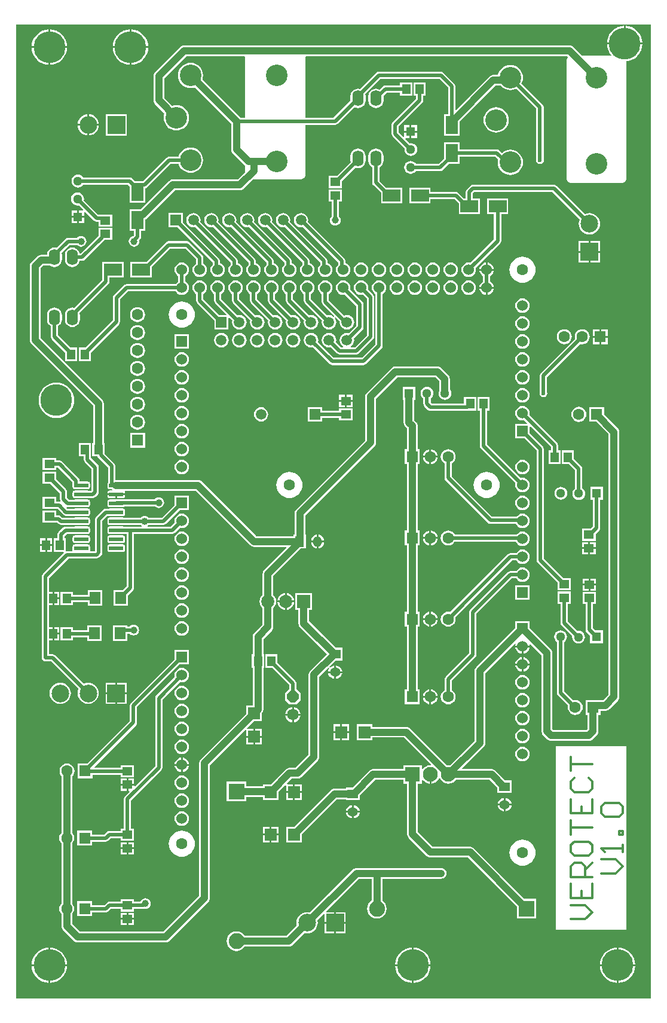
<source format=gtl>
G04*
G04 #@! TF.GenerationSoftware,Altium Limited,Altium Designer,21.3.2 (30)*
G04*
G04 Layer_Physical_Order=1*
G04 Layer_Color=255*
%FSTAX24Y24*%
%MOIN*%
G70*
G04*
G04 #@! TF.SameCoordinates,1A830F01-20DA-4C5A-9A70-DFAE4FF976D2*
G04*
G04*
G04 #@! TF.FilePolarity,Positive*
G04*
G01*
G75*
%ADD17R,0.0984X0.0669*%
%ADD18R,0.0669X0.0984*%
%ADD19R,0.0472X0.0551*%
%ADD20R,0.0551X0.0472*%
%ADD21O,0.0630X0.0886*%
%ADD22R,0.0600X0.0650*%
%ADD23R,0.0669X0.0669*%
%ADD24R,0.0669X0.0669*%
G04:AMPARAMS|DCode=25|XSize=77.6mil|YSize=23.2mil|CornerRadius=2.9mil|HoleSize=0mil|Usage=FLASHONLY|Rotation=0.000|XOffset=0mil|YOffset=0mil|HoleType=Round|Shape=RoundedRectangle|*
%AMROUNDEDRECTD25*
21,1,0.0776,0.0174,0,0,0.0*
21,1,0.0718,0.0232,0,0,0.0*
1,1,0.0058,0.0359,-0.0087*
1,1,0.0058,-0.0359,-0.0087*
1,1,0.0058,-0.0359,0.0087*
1,1,0.0058,0.0359,0.0087*
%
%ADD25ROUNDEDRECTD25*%
%ADD67C,0.0394*%
%ADD68C,0.0197*%
%ADD69C,0.0118*%
%ADD70C,0.0984*%
%ADD71R,0.0984X0.0984*%
%ADD72R,0.0630X0.0630*%
%ADD73C,0.0630*%
%ADD74C,0.1772*%
%ADD75R,0.0511X0.0511*%
%ADD76C,0.0511*%
%ADD77C,0.0600*%
%ADD78R,0.0600X0.0600*%
%ADD79R,0.0984X0.0984*%
%ADD80C,0.0598*%
%ADD81R,0.0598X0.0598*%
%ADD82R,0.0511X0.0511*%
%ADD83C,0.1200*%
%ADD84R,0.0886X0.0886*%
%ADD85C,0.0886*%
%ADD86R,0.0886X0.0886*%
%ADD87R,0.0630X0.0630*%
%ADD88C,0.0827*%
%ADD89R,0.0827X0.0827*%
%ADD90R,0.0732X0.0732*%
%ADD91C,0.0732*%
%ADD92O,0.0591X0.0512*%
%ADD93R,0.0591X0.0512*%
%ADD94O,0.0512X0.0591*%
%ADD95R,0.0512X0.0591*%
%ADD96C,0.0650*%
%ADD97P,0.0704X8X292.5*%
%ADD98R,0.0591X0.0591*%
%ADD99C,0.0591*%
%ADD100C,0.0394*%
%ADD101C,0.0236*%
G36*
X054622Y025693D02*
X019197D01*
Y080016D01*
X054622D01*
Y025693D01*
D02*
G37*
%LPC*%
G36*
X0532Y079923D02*
Y078987D01*
X054135D01*
X054121Y07913D01*
X054065Y079316D01*
X053973Y079487D01*
X05385Y079637D01*
X0537Y079761D01*
X053529Y079852D01*
X053343Y079909D01*
X0532Y079923D01*
D02*
G37*
G36*
X0531D02*
X052956Y079909D01*
X052771Y079852D01*
X052599Y079761D01*
X052449Y079637D01*
X052326Y079487D01*
X052234Y079316D01*
X052178Y07913D01*
X052164Y078987D01*
X0531D01*
Y079923D01*
D02*
G37*
G36*
X025641Y079726D02*
Y07879D01*
X026576D01*
X026562Y078933D01*
X026506Y079119D01*
X026414Y07929D01*
X026291Y079441D01*
X026141Y079564D01*
X02597Y079655D01*
X025784Y079712D01*
X025641Y079726D01*
D02*
G37*
G36*
X025541D02*
X025397Y079712D01*
X025211Y079655D01*
X02504Y079564D01*
X02489Y079441D01*
X024767Y07929D01*
X024675Y079119D01*
X024619Y078933D01*
X024605Y07879D01*
X025541D01*
Y079726D01*
D02*
G37*
G36*
X021113D02*
Y07879D01*
X022049D01*
X022035Y078933D01*
X021978Y079119D01*
X021887Y07929D01*
X021763Y079441D01*
X021613Y079564D01*
X021442Y079655D01*
X021256Y079712D01*
X021113Y079726D01*
D02*
G37*
G36*
X021013D02*
X02087Y079712D01*
X020684Y079655D01*
X020513Y079564D01*
X020363Y079441D01*
X020239Y07929D01*
X020148Y079119D01*
X020091Y078933D01*
X020077Y07879D01*
X021013D01*
Y079726D01*
D02*
G37*
G36*
X054135Y078887D02*
X052164D01*
X052178Y078744D01*
X052234Y078558D01*
X052326Y078387D01*
X052399Y078297D01*
X052378Y078252D01*
X05079D01*
X050287Y078755D01*
X050225Y078803D01*
X050153Y078833D01*
X050076Y078843D01*
X028577D01*
X0285Y078833D01*
X028427Y078803D01*
X028365Y078755D01*
X026954Y077343D01*
X026906Y077281D01*
X026876Y077209D01*
X026866Y077132D01*
Y075787D01*
X026876Y07571D01*
X026906Y075638D01*
X026954Y075576D01*
X02749Y07504D01*
X02746Y07494D01*
X027446Y074803D01*
X02746Y074666D01*
X0275Y074534D01*
X027565Y074412D01*
X027652Y074306D01*
X027759Y074218D01*
X02788Y074153D01*
X028012Y074113D01*
X02815Y0741D01*
X028287Y074113D01*
X028419Y074153D01*
X02854Y074218D01*
X028647Y074306D01*
X028734Y074412D01*
X028799Y074534D01*
X028839Y074666D01*
X028853Y074803D01*
X028839Y07494D01*
X028799Y075072D01*
X028734Y075194D01*
X028647Y075301D01*
X02854Y075388D01*
X028419Y075453D01*
X028287Y075493D01*
X02815Y075507D01*
X028012Y075493D01*
X027913Y075463D01*
X027465Y075911D01*
Y077008D01*
X028701Y078244D01*
X031951D01*
X03199Y078194D01*
X031984Y07815D01*
Y074809D01*
X031715D01*
X031708Y074818D01*
X029597Y076929D01*
X029627Y077028D01*
X02964Y077165D01*
X029627Y077303D01*
X029587Y077435D01*
X029522Y077556D01*
X029434Y077663D01*
X029328Y07775D01*
X029206Y077815D01*
X029074Y077855D01*
X028937Y077869D01*
X0288Y077855D01*
X028668Y077815D01*
X028546Y07775D01*
X02844Y077663D01*
X028352Y077556D01*
X028287Y077435D01*
X028247Y077303D01*
X028234Y077165D01*
X028247Y077028D01*
X028287Y076896D01*
X028352Y076775D01*
X02844Y076668D01*
X028546Y076581D01*
X028668Y076516D01*
X0288Y076475D01*
X028937Y076462D01*
X029074Y076475D01*
X029173Y076506D01*
X031197Y074482D01*
Y073032D01*
X031207Y072954D01*
X031237Y072882D01*
X031284Y07282D01*
X03195Y072154D01*
X031984Y072128D01*
Y071778D01*
X031569Y071362D01*
X027953D01*
X027875Y071352D01*
X027803Y071322D01*
X027741Y071275D01*
X026156Y069689D01*
X026122D01*
X026103Y069687D01*
X02555D01*
Y068502D01*
X025782D01*
Y068247D01*
X025741Y068207D01*
X02571Y068203D01*
X025638Y068173D01*
X025576Y068125D01*
X025528Y068063D01*
X025498Y067991D01*
X025488Y067913D01*
X025498Y067836D01*
X025528Y067764D01*
X025576Y067702D01*
X025638Y067654D01*
X02571Y067624D01*
X025787Y067614D01*
X025865Y067624D01*
X025937Y067654D01*
X025999Y067702D01*
X026047Y067764D01*
X026077Y067836D01*
X026087Y067913D01*
X026079Y067972D01*
X026127Y06802D01*
X026171Y068086D01*
X026187Y068163D01*
Y068502D01*
X026419D01*
Y069126D01*
X026429Y06913D01*
X026491Y069178D01*
X028077Y070764D01*
X031693D01*
X03177Y070774D01*
X031843Y070804D01*
X031905Y070851D01*
X032407Y071354D01*
X035039D01*
X035117Y071364D01*
X035189Y071394D01*
X035251Y071442D01*
X035299Y071504D01*
X035329Y071576D01*
X035339Y071654D01*
Y074404D01*
X037D01*
X037077Y074419D01*
X037143Y074463D01*
X038074Y075394D01*
X038171Y075354D01*
X03828Y075339D01*
X038388Y075354D01*
X038489Y075395D01*
X038575Y075462D01*
X038642Y075549D01*
X038684Y07565D01*
X038698Y075758D01*
Y076014D01*
X038684Y076122D01*
X038681Y076129D01*
X039515Y076963D01*
X04283D01*
X043302Y076491D01*
Y075002D01*
X043069D01*
Y073817D01*
X043939D01*
Y074578D01*
X045951Y07659D01*
X046238D01*
X046274Y076547D01*
X046381Y076459D01*
X046502Y076394D01*
X046634Y076354D01*
X046772Y076341D01*
X046909Y076354D01*
X047041Y076394D01*
X047102Y076427D01*
X048223Y075307D01*
Y072531D01*
X04822Y072526D01*
X048203Y072441D01*
X04822Y072356D01*
X048268Y072284D01*
X04834Y072235D01*
X048425Y072219D01*
X04851Y072235D01*
X048582Y072284D01*
X048631Y072356D01*
X048648Y072441D01*
X048631Y072526D01*
X048628Y072531D01*
Y075391D01*
X048612Y075468D01*
X048568Y075534D01*
X047389Y076713D01*
X047421Y076775D01*
X047462Y076907D01*
X047475Y077044D01*
X047462Y077181D01*
X047421Y077313D01*
X047357Y077435D01*
X047269Y077541D01*
X047162Y077629D01*
X047041Y077694D01*
X046909Y077734D01*
X046772Y077747D01*
X046634Y077734D01*
X046502Y077694D01*
X046381Y077629D01*
X046274Y077541D01*
X046187Y077435D01*
X046122Y077313D01*
X046084Y077189D01*
X045827D01*
X045749Y077179D01*
X045677Y077149D01*
X045615Y077102D01*
X043752Y075239D01*
X043706Y075258D01*
Y076575D01*
X043691Y076652D01*
X043647Y076718D01*
X043056Y077308D01*
X042991Y077352D01*
X042913Y077368D01*
X039431D01*
X039354Y077352D01*
X039288Y077308D01*
X038395Y076415D01*
X038388Y076418D01*
X03828Y076432D01*
X038171Y076418D01*
X03807Y076376D01*
X037984Y07631D01*
X037917Y076223D01*
X037875Y076122D01*
X037861Y076014D01*
Y075758D01*
X037861Y075754D01*
X036916Y074809D01*
X035339D01*
Y07815D01*
X035339Y07815D01*
X035333Y078194D01*
X035372Y078244D01*
X049952D01*
X049988Y078208D01*
X049985Y078164D01*
X049938Y078102D01*
X049908Y07803D01*
X049897Y077953D01*
Y071457D01*
X049908Y071379D01*
X049938Y071307D01*
X049985Y071245D01*
X050047Y071197D01*
X050119Y071167D01*
X050197Y071157D01*
X052953D01*
X05303Y071167D01*
X053102Y071197D01*
X053164Y071245D01*
X053212Y071307D01*
X053242Y071379D01*
X053252Y071457D01*
Y077953D01*
X053252Y077953D01*
X053255Y077957D01*
X053343Y077965D01*
X053529Y078022D01*
X0537Y078113D01*
X05385Y078237D01*
X053973Y078387D01*
X054065Y078558D01*
X054121Y078744D01*
X054135Y078887D01*
D02*
G37*
G36*
X026576Y07869D02*
X025641D01*
Y077754D01*
X025784Y077769D01*
X02597Y077825D01*
X026141Y077917D01*
X026291Y07804D01*
X026414Y07819D01*
X026506Y078361D01*
X026562Y078547D01*
X026576Y07869D01*
D02*
G37*
G36*
X025541D02*
X024605D01*
X024619Y078547D01*
X024675Y078361D01*
X024767Y07819D01*
X02489Y07804D01*
X02504Y077917D01*
X025211Y077825D01*
X025397Y077769D01*
X025541Y077754D01*
Y07869D01*
D02*
G37*
G36*
X022049D02*
X021113D01*
Y077754D01*
X021256Y077769D01*
X021442Y077825D01*
X021613Y077917D01*
X021763Y07804D01*
X021887Y07819D01*
X021978Y078361D01*
X022035Y078547D01*
X022049Y07869D01*
D02*
G37*
G36*
X021013D02*
X020077D01*
X020091Y078547D01*
X020148Y078361D01*
X020239Y07819D01*
X020363Y07804D01*
X020513Y077917D01*
X020684Y077825D01*
X02087Y077769D01*
X021013Y077754D01*
Y07869D01*
D02*
G37*
G36*
X041299Y076777D02*
X040627D01*
Y076604D01*
X039796D01*
X039718Y076589D01*
X039653Y076545D01*
X039485Y076378D01*
X039388Y076418D01*
X03928Y076432D01*
X039171Y076418D01*
X03907Y076376D01*
X038984Y07631D01*
X038917Y076223D01*
X038875Y076122D01*
X038861Y076014D01*
Y075758D01*
X038875Y07565D01*
X038917Y075549D01*
X038984Y075462D01*
X03907Y075395D01*
X039171Y075354D01*
X03928Y075339D01*
X039388Y075354D01*
X039489Y075395D01*
X039575Y075462D01*
X039642Y075549D01*
X039684Y07565D01*
X039698Y075758D01*
Y076014D01*
X039698Y076018D01*
X039879Y0762D01*
X040627D01*
Y076026D01*
X041299D01*
Y076777D01*
D02*
G37*
G36*
X023286Y075D02*
Y074459D01*
X023826D01*
X02382Y074526D01*
X023786Y074637D01*
X023731Y07474D01*
X023657Y07483D01*
X023567Y074904D01*
X023464Y074959D01*
X023352Y074993D01*
X023286Y075D01*
D02*
G37*
G36*
X023186D02*
X02312Y074993D01*
X023009Y074959D01*
X022906Y074904D01*
X022815Y07483D01*
X022741Y07474D01*
X022687Y074637D01*
X022653Y074526D01*
X022646Y074459D01*
X023186D01*
Y075D01*
D02*
G37*
G36*
X041564Y074387D02*
X041259D01*
Y074082D01*
X041564D01*
Y074387D01*
D02*
G37*
G36*
X041159D02*
X040853D01*
Y074082D01*
X041159D01*
Y074387D01*
D02*
G37*
G36*
X045984Y075385D02*
X045847Y075372D01*
X045715Y075332D01*
X045593Y075267D01*
X045487Y075179D01*
X045399Y075073D01*
X045334Y074951D01*
X045294Y074819D01*
X045281Y074682D01*
X045294Y074545D01*
X045334Y074413D01*
X045399Y074291D01*
X045487Y074185D01*
X045593Y074097D01*
X045715Y074032D01*
X045847Y073992D01*
X045984Y073978D01*
X046121Y073992D01*
X046253Y074032D01*
X046375Y074097D01*
X046482Y074185D01*
X046569Y074291D01*
X046634Y074413D01*
X046674Y074545D01*
X046688Y074682D01*
X046674Y074819D01*
X046634Y074951D01*
X046569Y075073D01*
X046482Y075179D01*
X046375Y075267D01*
X046253Y075332D01*
X046121Y075372D01*
X045984Y075385D01*
D02*
G37*
G36*
X023826Y074359D02*
X023286D01*
Y073819D01*
X023352Y073826D01*
X023464Y07386D01*
X023567Y073915D01*
X023657Y073989D01*
X023731Y074079D01*
X023786Y074182D01*
X02382Y074293D01*
X023826Y074359D01*
D02*
G37*
G36*
X023186D02*
X022646D01*
X022653Y074293D01*
X022687Y074182D01*
X022741Y074079D01*
X022815Y073989D01*
X022906Y073915D01*
X023009Y07386D01*
X02312Y073826D01*
X023186Y073819D01*
Y074359D01*
D02*
G37*
G36*
X025387Y075002D02*
X024203D01*
Y073817D01*
X025387D01*
Y075002D01*
D02*
G37*
G36*
X041564Y073981D02*
X041259D01*
Y073676D01*
X041564D01*
Y073981D01*
D02*
G37*
G36*
X042047Y076777D02*
X041375D01*
Y076026D01*
X041509D01*
Y07585D01*
X040211Y074552D01*
X040167Y074487D01*
X040152Y074409D01*
Y073903D01*
X040167Y073826D01*
X040211Y07376D01*
X040876Y073096D01*
X040867Y073032D01*
X04088Y072939D01*
X040915Y072852D01*
X040972Y072778D01*
X041047Y072721D01*
X041133Y072685D01*
X041226Y072673D01*
X041319Y072685D01*
X041405Y072721D01*
X04148Y072778D01*
X041537Y072852D01*
X041572Y072939D01*
X041585Y073032D01*
X041572Y073124D01*
X041537Y073211D01*
X04148Y073285D01*
X041405Y073342D01*
X041319Y073378D01*
X041226Y07339D01*
X041162Y073382D01*
X040914Y07363D01*
X040933Y073676D01*
X041159D01*
Y073981D01*
X040853D01*
Y073756D01*
X040807Y073737D01*
X040557Y073987D01*
Y074326D01*
X041854Y075623D01*
X041898Y075689D01*
X041913Y075766D01*
Y076026D01*
X042047D01*
Y076777D01*
D02*
G37*
G36*
X03828Y073086D02*
X038171Y073072D01*
X03807Y07303D01*
X037984Y072963D01*
X037917Y072877D01*
X037875Y072776D01*
X037861Y072667D01*
Y072411D01*
X037872Y072331D01*
X037097Y071557D01*
X036632D01*
Y070884D01*
X037383D01*
Y071271D01*
X038135Y072022D01*
X038171Y072007D01*
X03828Y071993D01*
X038388Y072007D01*
X038489Y072049D01*
X038575Y072115D01*
X038642Y072202D01*
X038684Y072303D01*
X038698Y072411D01*
Y072667D01*
X038684Y072776D01*
X038642Y072877D01*
X038575Y072963D01*
X038489Y07303D01*
X038388Y073072D01*
X03828Y073086D01*
D02*
G37*
G36*
X028937Y073144D02*
X0288Y073131D01*
X028668Y073091D01*
X028546Y073026D01*
X02844Y072938D01*
X028352Y072832D01*
X028287Y07271D01*
X028267Y072643D01*
X027756D01*
X027678Y072628D01*
X027613Y072584D01*
X026294Y071265D01*
X02622D01*
X026201Y071261D01*
X025836D01*
X025679Y071419D01*
X025613Y071463D01*
X025535Y071478D01*
X022948D01*
X022909Y071529D01*
X022834Y071586D01*
X022748Y071622D01*
X022655Y071634D01*
X022562Y071622D01*
X022476Y071586D01*
X022402Y071529D01*
X022345Y071455D01*
X022309Y071368D01*
X022297Y071276D01*
X022309Y071183D01*
X022345Y071096D01*
X022402Y071022D01*
X022476Y070965D01*
X022562Y070929D01*
X022655Y070917D01*
X022748Y070929D01*
X022834Y070965D01*
X022909Y071022D01*
X022948Y071073D01*
X025452D01*
X02555Y070975D01*
Y070077D01*
X026419D01*
Y070869D01*
X026455Y070876D01*
X026521Y07092D01*
X02784Y072239D01*
X028267D01*
X028287Y072172D01*
X028352Y07205D01*
X02844Y071944D01*
X028546Y071856D01*
X028668Y071791D01*
X0288Y071751D01*
X028937Y071738D01*
X029074Y071751D01*
X029206Y071791D01*
X029328Y071856D01*
X029434Y071944D01*
X029522Y07205D01*
X029587Y072172D01*
X029627Y072304D01*
X02964Y072441D01*
X029627Y072578D01*
X029587Y07271D01*
X029522Y072832D01*
X029434Y072938D01*
X029328Y073026D01*
X029206Y073091D01*
X029074Y073131D01*
X028937Y073144D01*
D02*
G37*
G36*
X043939Y073427D02*
X043069D01*
Y072529D01*
X042774Y072234D01*
X041502D01*
X041462Y072285D01*
X041388Y072342D01*
X041301Y072378D01*
X041209Y07239D01*
X041116Y072378D01*
X041029Y072342D01*
X040955Y072285D01*
X040898Y072211D01*
X040862Y072124D01*
X04085Y072031D01*
X040862Y071939D01*
X040898Y071852D01*
X040955Y071778D01*
X041029Y071721D01*
X041116Y071685D01*
X041209Y071673D01*
X041301Y071685D01*
X041388Y071721D01*
X041462Y071778D01*
X041502Y071829D01*
X042858D01*
X042936Y071845D01*
X043001Y071888D01*
X043355Y072243D01*
X043939D01*
Y072632D01*
X045937D01*
X046089Y07248D01*
X046082Y072457D01*
X046068Y07232D01*
X046082Y072182D01*
X046122Y072051D01*
X046187Y071929D01*
X046274Y071822D01*
X046381Y071735D01*
X046502Y07167D01*
X046634Y07163D01*
X046772Y071616D01*
X046909Y07163D01*
X047041Y07167D01*
X047162Y071735D01*
X047269Y071822D01*
X047357Y071929D01*
X047421Y072051D01*
X047462Y072182D01*
X047475Y07232D01*
X047462Y072457D01*
X047421Y072589D01*
X047357Y07271D01*
X047269Y072817D01*
X047162Y072905D01*
X047041Y07297D01*
X046909Y07301D01*
X046772Y073023D01*
X046634Y07301D01*
X046502Y07297D01*
X046381Y072905D01*
X046302Y07284D01*
X046164Y072978D01*
X046098Y073022D01*
X046021Y073037D01*
X043939D01*
Y073427D01*
D02*
G37*
G36*
X049205Y071068D02*
X044685D01*
X044608Y071053D01*
X044542Y071009D01*
X044345Y070812D01*
X044301Y070747D01*
X044286Y070669D01*
Y070317D01*
X044182D01*
X043883Y070615D01*
X043818Y070659D01*
X043818Y070659D01*
X04374Y070675D01*
X042324D01*
Y070907D01*
X04114D01*
Y070038D01*
X042324D01*
Y07027D01*
X043656D01*
X043896Y07003D01*
Y069447D01*
X04508D01*
Y070317D01*
X04469D01*
Y070585D01*
X044769Y070664D01*
X049121D01*
X050644Y069141D01*
X050631Y069117D01*
X050598Y069006D01*
X050586Y06889D01*
X050598Y068774D01*
X050631Y068662D01*
X050686Y068559D01*
X05076Y068469D01*
X050851Y068395D01*
X050953Y06834D01*
X051065Y068306D01*
X051181Y068295D01*
X051297Y068306D01*
X051409Y06834D01*
X051512Y068395D01*
X051602Y068469D01*
X051676Y068559D01*
X051731Y068662D01*
X051765Y068774D01*
X051776Y06889D01*
X051765Y069006D01*
X051731Y069117D01*
X051676Y06922D01*
X051602Y06931D01*
X051512Y069384D01*
X051409Y069439D01*
X051297Y069473D01*
X051181Y069485D01*
X051065Y069473D01*
X050953Y069439D01*
X05093Y069427D01*
X049348Y071009D01*
X049282Y071053D01*
X049205Y071068D01*
D02*
G37*
G36*
X03928Y073086D02*
X039171Y073072D01*
X03907Y07303D01*
X038984Y072963D01*
X038917Y072877D01*
X038875Y072776D01*
X038861Y072667D01*
Y072411D01*
X038875Y072303D01*
X038917Y072202D01*
X038984Y072115D01*
X03907Y072049D01*
X039077Y072046D01*
Y071193D01*
X039093Y071115D01*
X039136Y07105D01*
X039565Y070621D01*
Y070038D01*
X04075D01*
Y070907D01*
X039851D01*
X039482Y071277D01*
Y072046D01*
X039489Y072049D01*
X039575Y072115D01*
X039642Y072202D01*
X039684Y072303D01*
X039698Y072411D01*
Y072667D01*
X039684Y072776D01*
X039642Y072877D01*
X039575Y072963D01*
X039489Y07303D01*
X039388Y073072D01*
X03928Y073086D01*
D02*
G37*
G36*
X022605Y069631D02*
X0223D01*
Y069326D01*
X022605D01*
Y069631D01*
D02*
G37*
G36*
X023011Y069226D02*
X022705D01*
Y06892D01*
X023011D01*
Y069226D01*
D02*
G37*
G36*
X022605D02*
X0223D01*
Y06892D01*
X022605D01*
Y069226D01*
D02*
G37*
G36*
X037383Y070809D02*
X036632D01*
Y070136D01*
X036806D01*
Y069313D01*
X036796Y069306D01*
X036749Y069244D01*
X036719Y069172D01*
X036708Y069094D01*
X036719Y069017D01*
X036749Y068945D01*
X036796Y068883D01*
X036858Y068835D01*
X03693Y068805D01*
X037008Y068795D01*
X037085Y068805D01*
X037158Y068835D01*
X03722Y068883D01*
X037267Y068945D01*
X037297Y069017D01*
X037307Y069094D01*
X037297Y069172D01*
X037267Y069244D01*
X03722Y069306D01*
X03721Y069313D01*
Y070136D01*
X037383D01*
Y070809D01*
D02*
G37*
G36*
X022638Y070634D02*
X022545Y070622D01*
X022459Y070586D01*
X022384Y070529D01*
X022327Y070455D01*
X022291Y070368D01*
X022279Y070276D01*
X022291Y070183D01*
X022327Y070096D01*
X022384Y070022D01*
X022459Y069965D01*
X022545Y069929D01*
X022638Y069917D01*
X022702Y069925D01*
X02295Y069677D01*
X022931Y069631D01*
X022705D01*
Y069326D01*
X023011D01*
Y069551D01*
X023057Y06957D01*
X023559Y069068D01*
X023625Y069024D01*
X023703Y069009D01*
X023813D01*
Y068737D01*
X024564D01*
Y069409D01*
X02407D01*
X024051Y069413D01*
X023786D01*
X022988Y070212D01*
X022996Y070276D01*
X022984Y070368D01*
X022948Y070455D01*
X022891Y070529D01*
X022817Y070586D01*
X022731Y070622D01*
X022638Y070634D01*
D02*
G37*
G36*
X022835Y068213D02*
X022757Y068203D01*
X022685Y068173D01*
X022623Y068125D01*
X022616Y068116D01*
X022108D01*
X022031Y0681D01*
X021965Y068056D01*
X021466Y067557D01*
X021459Y06756D01*
X02135Y067574D01*
X021242Y06756D01*
X021141Y067518D01*
X021054Y067451D01*
X020988Y067365D01*
X020946Y067264D01*
X020932Y067156D01*
Y067154D01*
X020595D01*
X020517Y067144D01*
X020475Y067126D01*
X020445Y067114D01*
X020383Y067066D01*
X020064Y066747D01*
X020016Y066685D01*
X019986Y066613D01*
X019976Y066535D01*
Y062402D01*
X019986Y062324D01*
X020016Y062252D01*
X020064Y06219D01*
X023498Y058756D01*
Y056676D01*
X023461D01*
Y055925D01*
X023745D01*
X023748Y055909D01*
X023792Y055843D01*
X024331Y055304D01*
Y054473D01*
X024313Y054447D01*
X024303Y054396D01*
Y054222D01*
X024313Y054172D01*
X024342Y054129D01*
X024384Y0541D01*
X024435Y05409D01*
X024559D01*
X024568Y054078D01*
X024543Y054028D01*
X024435D01*
X024384Y054018D01*
X024342Y053989D01*
X024313Y053947D01*
X024303Y053896D01*
Y053859D01*
X025284D01*
Y053896D01*
X025274Y053947D01*
X025265Y05396D01*
X025292Y05401D01*
X029228D01*
X032269Y050969D01*
X032331Y050922D01*
X032361Y050909D01*
X032403Y050892D01*
X03248Y050882D01*
X034275D01*
X034294Y050835D01*
X03304Y049582D01*
X032993Y04952D01*
X032963Y049448D01*
X032953Y04937D01*
Y048192D01*
X032919Y048167D01*
X032845Y04807D01*
X032798Y047956D01*
X032782Y047835D01*
X032798Y047713D01*
X032845Y0476D01*
X032919Y047502D01*
X032953Y047477D01*
Y04655D01*
X032483Y046081D01*
X032436Y046019D01*
X032406Y045946D01*
X032396Y045869D01*
Y044888D01*
X032359D01*
Y044137D01*
X032396D01*
Y042029D01*
X032046D01*
Y041583D01*
X029513Y03905D01*
X029465Y038988D01*
X029435Y038916D01*
X029425Y038839D01*
Y031423D01*
X027435Y029433D01*
X022762D01*
X022331Y029864D01*
Y030417D01*
X022394Y030499D01*
X022436Y0306D01*
X02245Y030709D01*
X022436Y030817D01*
X022394Y030918D01*
X022331Y031D01*
Y034354D01*
X022394Y034436D01*
X022436Y034537D01*
X02245Y034646D01*
X022436Y034754D01*
X022394Y034855D01*
X022339Y034927D01*
Y038086D01*
X022343Y03809D01*
X02241Y038177D01*
X022452Y038277D01*
X022466Y038386D01*
X022452Y038494D01*
X02241Y038595D01*
X022343Y038682D01*
X022257Y038748D01*
X022156Y03879D01*
X022047Y038804D01*
X021939Y03879D01*
X021838Y038748D01*
X021751Y038682D01*
X021685Y038595D01*
X021643Y038494D01*
X021629Y038386D01*
X021643Y038277D01*
X021685Y038177D01*
X02174Y038105D01*
Y034945D01*
X021736Y034942D01*
X021669Y034855D01*
X021627Y034754D01*
X021613Y034646D01*
X021627Y034537D01*
X021669Y034436D01*
X021732Y034354D01*
Y031D01*
X021669Y030918D01*
X021627Y030817D01*
X021613Y030709D01*
X021627Y0306D01*
X021669Y030499D01*
X021732Y030417D01*
Y02974D01*
X021742Y029663D01*
X021772Y02959D01*
X02182Y029528D01*
X022426Y028922D01*
X022488Y028875D01*
X02256Y028845D01*
X022638Y028834D01*
X027559D01*
X027637Y028845D01*
X027709Y028875D01*
X027771Y028922D01*
X029936Y031088D01*
X029984Y03115D01*
X030014Y031222D01*
X030024Y031299D01*
Y038715D01*
X031996Y040686D01*
X032046Y040666D01*
Y040345D01*
X03243D01*
Y04073D01*
X03211D01*
X032089Y04078D01*
X032469Y04116D01*
X032915D01*
Y041608D01*
X032954Y04166D01*
X032967Y04169D01*
X032984Y041732D01*
X032995Y041809D01*
Y044137D01*
X033031D01*
Y044888D01*
X032995D01*
Y045745D01*
X033464Y046214D01*
X033511Y046276D01*
X033541Y046348D01*
X033551Y046426D01*
Y047477D01*
X033584Y047502D01*
X033659Y0476D01*
X033706Y047713D01*
X033722Y047835D01*
X033706Y047956D01*
X033659Y04807D01*
X033584Y048167D01*
X033551Y048192D01*
Y049246D01*
X035091Y050786D01*
X03538D01*
Y051576D01*
X035339D01*
Y052632D01*
X039188Y056481D01*
X039236Y056543D01*
X039248Y056573D01*
X039266Y056615D01*
X039276Y056693D01*
Y059128D01*
X040478Y060331D01*
X042593D01*
X042804Y060119D01*
Y059583D01*
X04278Y059524D01*
X042767Y059432D01*
X04278Y059339D01*
X042815Y059252D01*
X042872Y059178D01*
X042947Y059121D01*
X043033Y059085D01*
X043126Y059073D01*
X043219Y059085D01*
X043305Y059121D01*
X04338Y059178D01*
X043437Y059252D01*
X043472Y059339D01*
X043485Y059432D01*
X043472Y059524D01*
X043437Y059611D01*
X043403Y059655D01*
Y060243D01*
X043393Y06032D01*
X043363Y060393D01*
X043315Y060455D01*
X042928Y060842D01*
X042866Y060889D01*
X042794Y060919D01*
X042717Y060929D01*
X040354D01*
X040277Y060919D01*
X040205Y060889D01*
X040143Y060842D01*
X038765Y059464D01*
X038717Y059402D01*
X038687Y059329D01*
X038677Y059252D01*
Y056817D01*
X034828Y052968D01*
X03478Y052906D01*
X03475Y052833D01*
X03474Y052756D01*
Y051576D01*
X034668D01*
Y051481D01*
X032604D01*
X029564Y054521D01*
X029502Y054568D01*
X02943Y054598D01*
X029352Y054608D01*
X024793D01*
X024773Y054606D01*
X024735Y054639D01*
Y055388D01*
X02472Y055466D01*
X024676Y055531D01*
X024138Y05607D01*
Y056163D01*
X024134Y056182D01*
Y056676D01*
X024097D01*
Y05888D01*
X024087Y058957D01*
X024057Y059029D01*
X024009Y059091D01*
X020575Y062526D01*
Y066411D01*
X020719Y066555D01*
X021118D01*
X021141Y066537D01*
X021242Y066495D01*
X02135Y066481D01*
X021459Y066495D01*
X02156Y066537D01*
X021646Y066604D01*
X021713Y06669D01*
X021755Y066791D01*
X021769Y0669D01*
Y067156D01*
X021755Y067264D01*
X021752Y067271D01*
X022192Y067711D01*
X022616D01*
X022623Y067702D01*
X022685Y067654D01*
X022757Y067624D01*
X022835Y067614D01*
X022912Y067624D01*
X022984Y067654D01*
X023046Y067702D01*
X023094Y067764D01*
X023124Y067836D01*
X023134Y067913D01*
X023124Y067991D01*
X023094Y068063D01*
X023046Y068125D01*
X022984Y068173D01*
X022912Y068203D01*
X022835Y068213D01*
D02*
G37*
G36*
X051773Y067923D02*
X051231D01*
Y067381D01*
X051773D01*
Y067923D01*
D02*
G37*
G36*
X051131D02*
X050589D01*
Y067381D01*
X051131D01*
Y067923D01*
D02*
G37*
G36*
X024564Y068661D02*
X023813D01*
Y068236D01*
X022807Y06723D01*
X022759D01*
X022755Y067264D01*
X022713Y067365D01*
X022646Y067451D01*
X02256Y067518D01*
X022459Y06756D01*
X02235Y067574D01*
X022242Y06756D01*
X022141Y067518D01*
X022054Y067451D01*
X021988Y067365D01*
X021946Y067264D01*
X021932Y067156D01*
Y0669D01*
X021946Y066791D01*
X021988Y06669D01*
X022054Y066604D01*
X022141Y066537D01*
X022242Y066495D01*
X02235Y066481D01*
X022459Y066495D01*
X02256Y066537D01*
X022646Y066604D01*
X022713Y06669D01*
X022755Y066791D01*
X022759Y066825D01*
X022891D01*
X022969Y066841D01*
X023034Y066884D01*
X024139Y067989D01*
X024564D01*
Y068661D01*
D02*
G37*
G36*
X051773Y067281D02*
X051231D01*
Y066739D01*
X051773D01*
Y067281D01*
D02*
G37*
G36*
X051131D02*
X050589D01*
Y066739D01*
X051131D01*
Y067281D01*
D02*
G37*
G36*
X046655Y070317D02*
X045471D01*
Y069447D01*
X045861D01*
Y068029D01*
X044553Y06672D01*
X044449Y066734D01*
X044344Y06672D01*
X044247Y06668D01*
X044164Y066616D01*
X044099Y066532D01*
X044059Y066435D01*
X044045Y066331D01*
X044059Y066226D01*
X044099Y066129D01*
X044164Y066045D01*
X044247Y065981D01*
X044344Y065941D01*
X044449Y065927D01*
X044553Y065941D01*
X044651Y065981D01*
X044734Y066045D01*
X044798Y066129D01*
X044839Y066226D01*
X044852Y066331D01*
X044839Y066434D01*
X046206Y067802D01*
X04625Y067867D01*
X046265Y067945D01*
Y069447D01*
X046655D01*
Y070317D01*
D02*
G37*
G36*
X045499Y066728D02*
Y066381D01*
X045846D01*
X045839Y066435D01*
X045798Y066532D01*
X045734Y066616D01*
X045651Y06668D01*
X045553Y06672D01*
X045499Y066728D01*
D02*
G37*
G36*
X045399D02*
X045344Y06672D01*
X045247Y06668D01*
X045164Y066616D01*
X045099Y066532D01*
X045059Y066435D01*
X045052Y066381D01*
X045399D01*
Y066728D01*
D02*
G37*
G36*
X043449Y066734D02*
X043344Y06672D01*
X043247Y06668D01*
X043164Y066616D01*
X043099Y066532D01*
X043059Y066435D01*
X043045Y066331D01*
X043059Y066226D01*
X043099Y066129D01*
X043164Y066045D01*
X043247Y065981D01*
X043344Y065941D01*
X043449Y065927D01*
X043553Y065941D01*
X043651Y065981D01*
X043734Y066045D01*
X043798Y066129D01*
X043839Y066226D01*
X043852Y066331D01*
X043839Y066435D01*
X043798Y066532D01*
X043734Y066616D01*
X043651Y06668D01*
X043553Y06672D01*
X043449Y066734D01*
D02*
G37*
G36*
X042449D02*
X042344Y06672D01*
X042247Y06668D01*
X042164Y066616D01*
X042099Y066532D01*
X042059Y066435D01*
X042045Y066331D01*
X042059Y066226D01*
X042099Y066129D01*
X042164Y066045D01*
X042247Y065981D01*
X042344Y065941D01*
X042449Y065927D01*
X042553Y065941D01*
X042651Y065981D01*
X042734Y066045D01*
X042798Y066129D01*
X042839Y066226D01*
X042852Y066331D01*
X042839Y066435D01*
X042798Y066532D01*
X042734Y066616D01*
X042651Y06668D01*
X042553Y06672D01*
X042449Y066734D01*
D02*
G37*
G36*
X041449D02*
X041344Y06672D01*
X041247Y06668D01*
X041164Y066616D01*
X041099Y066532D01*
X041059Y066435D01*
X041045Y066331D01*
X041059Y066226D01*
X041099Y066129D01*
X041164Y066045D01*
X041247Y065981D01*
X041344Y065941D01*
X041449Y065927D01*
X041553Y065941D01*
X041651Y065981D01*
X041734Y066045D01*
X041798Y066129D01*
X041839Y066226D01*
X041852Y066331D01*
X041839Y066435D01*
X041798Y066532D01*
X041734Y066616D01*
X041651Y06668D01*
X041553Y06672D01*
X041449Y066734D01*
D02*
G37*
G36*
X040449D02*
X040344Y06672D01*
X040247Y06668D01*
X040164Y066616D01*
X040099Y066532D01*
X040059Y066435D01*
X040045Y066331D01*
X040059Y066226D01*
X040099Y066129D01*
X040164Y066045D01*
X040247Y065981D01*
X040344Y065941D01*
X040449Y065927D01*
X040553Y065941D01*
X040651Y065981D01*
X040734Y066045D01*
X040798Y066129D01*
X040839Y066226D01*
X040852Y066331D01*
X040839Y066435D01*
X040798Y066532D01*
X040734Y066616D01*
X040651Y06668D01*
X040553Y06672D01*
X040449Y066734D01*
D02*
G37*
G36*
X039449D02*
X039344Y06672D01*
X039247Y06668D01*
X039164Y066616D01*
X039099Y066532D01*
X039059Y066435D01*
X039045Y066331D01*
X039059Y066226D01*
X039099Y066129D01*
X039164Y066045D01*
X039247Y065981D01*
X039344Y065941D01*
X039449Y065927D01*
X039553Y065941D01*
X039651Y065981D01*
X039734Y066045D01*
X039798Y066129D01*
X039839Y066226D01*
X039852Y066331D01*
X039839Y066435D01*
X039798Y066532D01*
X039734Y066616D01*
X039651Y06668D01*
X039553Y06672D01*
X039449Y066734D01*
D02*
G37*
G36*
X038449D02*
X038344Y06672D01*
X038247Y06668D01*
X038164Y066616D01*
X038099Y066532D01*
X038059Y066435D01*
X038045Y066331D01*
X038059Y066226D01*
X038099Y066129D01*
X038164Y066045D01*
X038247Y065981D01*
X038344Y065941D01*
X038449Y065927D01*
X038553Y065941D01*
X038651Y065981D01*
X038734Y066045D01*
X038798Y066129D01*
X038839Y066226D01*
X038852Y066331D01*
X038839Y066435D01*
X038798Y066532D01*
X038734Y066616D01*
X038651Y06668D01*
X038553Y06672D01*
X038449Y066734D01*
D02*
G37*
G36*
X035102Y069497D02*
X034998Y069483D01*
X034901Y069443D01*
X034818Y069379D01*
X034754Y069296D01*
X034713Y069199D01*
X0347Y069094D01*
X034713Y06899D01*
X034754Y068893D01*
X034818Y06881D01*
X034901Y068746D01*
X034998Y068706D01*
X035102Y068692D01*
X035205Y068705D01*
X037169Y066741D01*
Y06662D01*
X037164Y066616D01*
X037099Y066532D01*
X037059Y066435D01*
X037045Y066331D01*
X037059Y066226D01*
X037099Y066129D01*
X037164Y066045D01*
X037247Y065981D01*
X037344Y065941D01*
X037449Y065927D01*
X037553Y065941D01*
X037651Y065981D01*
X037734Y066045D01*
X037798Y066129D01*
X037839Y066226D01*
X037852Y066331D01*
X037839Y066435D01*
X037798Y066532D01*
X037734Y066616D01*
X037651Y06668D01*
X037574Y066712D01*
Y066825D01*
X037559Y066903D01*
X037515Y066968D01*
X035491Y068991D01*
X035505Y069094D01*
X035491Y069199D01*
X035451Y069296D01*
X035387Y069379D01*
X035304Y069443D01*
X035207Y069483D01*
X035102Y069497D01*
D02*
G37*
G36*
X034102D02*
X033998Y069483D01*
X033901Y069443D01*
X033818Y069379D01*
X033754Y069296D01*
X033713Y069199D01*
X0337Y069094D01*
X033713Y06899D01*
X033754Y068893D01*
X033818Y06881D01*
X033901Y068746D01*
X033998Y068706D01*
X034102Y068692D01*
X034205Y068705D01*
X036169Y066741D01*
Y06662D01*
X036164Y066616D01*
X036099Y066532D01*
X036059Y066435D01*
X036045Y066331D01*
X036059Y066226D01*
X036099Y066129D01*
X036164Y066045D01*
X036247Y065981D01*
X036344Y065941D01*
X036449Y065927D01*
X036553Y065941D01*
X036651Y065981D01*
X036734Y066045D01*
X036798Y066129D01*
X036839Y066226D01*
X036852Y066331D01*
X036839Y066435D01*
X036798Y066532D01*
X036734Y066616D01*
X036651Y06668D01*
X036574Y066712D01*
Y066825D01*
X036559Y066903D01*
X036515Y066968D01*
X034491Y068991D01*
X034505Y069094D01*
X034491Y069199D01*
X034451Y069296D01*
X034387Y069379D01*
X034304Y069443D01*
X034207Y069483D01*
X034102Y069497D01*
D02*
G37*
G36*
X033102D02*
X032998Y069483D01*
X032901Y069443D01*
X032818Y069379D01*
X032754Y069296D01*
X032713Y069199D01*
X0327Y069094D01*
X032713Y06899D01*
X032754Y068893D01*
X032818Y06881D01*
X032901Y068746D01*
X032998Y068706D01*
X033102Y068692D01*
X033205Y068705D01*
X035169Y066741D01*
Y06662D01*
X035164Y066616D01*
X035099Y066532D01*
X035059Y066435D01*
X035045Y066331D01*
X035059Y066226D01*
X035099Y066129D01*
X035164Y066045D01*
X035247Y065981D01*
X035344Y065941D01*
X035449Y065927D01*
X035553Y065941D01*
X035651Y065981D01*
X035734Y066045D01*
X035798Y066129D01*
X035839Y066226D01*
X035852Y066331D01*
X035839Y066435D01*
X035798Y066532D01*
X035734Y066616D01*
X035651Y06668D01*
X035574Y066712D01*
Y066825D01*
X035559Y066903D01*
X035515Y066968D01*
X033491Y068991D01*
X033505Y069094D01*
X033491Y069199D01*
X033451Y069296D01*
X033387Y069379D01*
X033304Y069443D01*
X033207Y069483D01*
X033102Y069497D01*
D02*
G37*
G36*
X032102D02*
X031998Y069483D01*
X031901Y069443D01*
X031818Y069379D01*
X031754Y069296D01*
X031713Y069199D01*
X0317Y069094D01*
X031713Y06899D01*
X031754Y068893D01*
X031818Y06881D01*
X031901Y068746D01*
X031998Y068706D01*
X032102Y068692D01*
X032205Y068705D01*
X034169Y066741D01*
Y06662D01*
X034164Y066616D01*
X034099Y066532D01*
X034059Y066435D01*
X034045Y066331D01*
X034059Y066226D01*
X034099Y066129D01*
X034164Y066045D01*
X034247Y065981D01*
X034344Y065941D01*
X034449Y065927D01*
X034553Y065941D01*
X034651Y065981D01*
X034734Y066045D01*
X034798Y066129D01*
X034839Y066226D01*
X034852Y066331D01*
X034839Y066435D01*
X034798Y066532D01*
X034734Y066616D01*
X034651Y06668D01*
X034574Y066712D01*
Y066825D01*
X034559Y066903D01*
X034515Y066968D01*
X032491Y068991D01*
X032505Y069094D01*
X032491Y069199D01*
X032451Y069296D01*
X032387Y069379D01*
X032304Y069443D01*
X032207Y069483D01*
X032102Y069497D01*
D02*
G37*
G36*
X031102D02*
X030998Y069483D01*
X030901Y069443D01*
X030818Y069379D01*
X030754Y069296D01*
X030713Y069199D01*
X0307Y069094D01*
X030713Y06899D01*
X030754Y068893D01*
X030818Y06881D01*
X030901Y068746D01*
X030998Y068706D01*
X031102Y068692D01*
X031205Y068705D01*
X033169Y066741D01*
Y06662D01*
X033164Y066616D01*
X033099Y066532D01*
X033059Y066435D01*
X033045Y066331D01*
X033059Y066226D01*
X033099Y066129D01*
X033164Y066045D01*
X033247Y065981D01*
X033344Y065941D01*
X033449Y065927D01*
X033553Y065941D01*
X033651Y065981D01*
X033734Y066045D01*
X033798Y066129D01*
X033839Y066226D01*
X033852Y066331D01*
X033839Y066435D01*
X033798Y066532D01*
X033734Y066616D01*
X033651Y06668D01*
X033574Y066712D01*
Y066825D01*
X033559Y066903D01*
X033515Y066968D01*
X031491Y068991D01*
X031505Y069094D01*
X031491Y069199D01*
X031451Y069296D01*
X031387Y069379D01*
X031304Y069443D01*
X031207Y069483D01*
X031102Y069497D01*
D02*
G37*
G36*
X030102D02*
X029998Y069483D01*
X029901Y069443D01*
X029818Y069379D01*
X029754Y069296D01*
X029713Y069199D01*
X0297Y069094D01*
X029713Y06899D01*
X029754Y068893D01*
X029818Y06881D01*
X029901Y068746D01*
X029998Y068706D01*
X030102Y068692D01*
X030205Y068705D01*
X032169Y066741D01*
Y06662D01*
X032164Y066616D01*
X032099Y066532D01*
X032059Y066435D01*
X032045Y066331D01*
X032059Y066226D01*
X032099Y066129D01*
X032164Y066045D01*
X032247Y065981D01*
X032344Y065941D01*
X032449Y065927D01*
X032553Y065941D01*
X032651Y065981D01*
X032734Y066045D01*
X032798Y066129D01*
X032839Y066226D01*
X032852Y066331D01*
X032839Y066435D01*
X032798Y066532D01*
X032734Y066616D01*
X032651Y06668D01*
X032574Y066712D01*
Y066825D01*
X032559Y066903D01*
X032515Y066968D01*
X030491Y068991D01*
X030505Y069094D01*
X030491Y069199D01*
X030451Y069296D01*
X030387Y069379D01*
X030304Y069443D01*
X030207Y069483D01*
X030102Y069497D01*
D02*
G37*
G36*
X029102D02*
X028998Y069483D01*
X028901Y069443D01*
X028818Y069379D01*
X028754Y069296D01*
X028713Y069199D01*
X0287Y069094D01*
X028713Y06899D01*
X028754Y068893D01*
X028818Y06881D01*
X028901Y068746D01*
X028998Y068706D01*
X029102Y068692D01*
X029205Y068705D01*
X031169Y066741D01*
Y06662D01*
X031164Y066616D01*
X031099Y066532D01*
X031059Y066435D01*
X031045Y066331D01*
X031059Y066226D01*
X031099Y066129D01*
X031164Y066045D01*
X031247Y065981D01*
X031344Y065941D01*
X031449Y065927D01*
X031553Y065941D01*
X031651Y065981D01*
X031734Y066045D01*
X031798Y066129D01*
X031839Y066226D01*
X031852Y066331D01*
X031839Y066435D01*
X031798Y066532D01*
X031734Y066616D01*
X031651Y06668D01*
X031574Y066712D01*
Y066825D01*
X031559Y066903D01*
X031515Y066968D01*
X029491Y068991D01*
X029505Y069094D01*
X029491Y069199D01*
X029451Y069296D01*
X029387Y069379D01*
X029304Y069443D01*
X029207Y069483D01*
X029102Y069497D01*
D02*
G37*
G36*
X028502Y069494D02*
X027703D01*
Y068695D01*
X028215D01*
X030169Y066741D01*
Y06662D01*
X030164Y066616D01*
X030099Y066532D01*
X030059Y066435D01*
X030045Y066331D01*
X030059Y066226D01*
X030099Y066129D01*
X030164Y066045D01*
X030247Y065981D01*
X030344Y065941D01*
X030449Y065927D01*
X030553Y065941D01*
X030651Y065981D01*
X030734Y066045D01*
X030798Y066129D01*
X030839Y066226D01*
X030852Y066331D01*
X030839Y066435D01*
X030798Y066532D01*
X030734Y066616D01*
X030651Y06668D01*
X030574Y066712D01*
Y066825D01*
X030559Y066903D01*
X030515Y066968D01*
X028502Y068981D01*
Y069494D01*
D02*
G37*
G36*
X02874Y067919D02*
X027717D01*
X027639Y067903D01*
X027573Y06786D01*
X026487Y066773D01*
X025589D01*
Y065904D01*
X026773D01*
Y066487D01*
X0278Y067514D01*
X028656D01*
X029247Y066924D01*
Y06668D01*
X029164Y066616D01*
X029099Y066532D01*
X029059Y066435D01*
X029045Y066331D01*
X029059Y066226D01*
X029099Y066129D01*
X029164Y066045D01*
X029247Y065981D01*
X029344Y065941D01*
X029449Y065927D01*
X029553Y065941D01*
X029651Y065981D01*
X029734Y066045D01*
X029798Y066129D01*
X029839Y066226D01*
X029852Y066331D01*
X029839Y066435D01*
X029798Y066532D01*
X029734Y066616D01*
X029651Y06668D01*
Y067008D01*
X029636Y067085D01*
X029592Y067151D01*
X028883Y06786D01*
X028818Y067903D01*
X02874Y067919D01*
D02*
G37*
G36*
X047449Y067064D02*
X047306Y06705D01*
X047168Y067008D01*
X047041Y066941D01*
X04693Y066849D01*
X046839Y066738D01*
X046771Y066611D01*
X046729Y066474D01*
X046715Y066331D01*
X046729Y066188D01*
X046771Y06605D01*
X046839Y065923D01*
X04693Y065812D01*
X047041Y065721D01*
X047168Y065653D01*
X047306Y065611D01*
X047449Y065597D01*
X047592Y065611D01*
X04773Y065653D01*
X047856Y065721D01*
X047967Y065812D01*
X048059Y065923D01*
X048126Y06605D01*
X048168Y066188D01*
X048182Y066331D01*
X048168Y066474D01*
X048126Y066611D01*
X048059Y066738D01*
X047967Y066849D01*
X047856Y066941D01*
X04773Y067008D01*
X047592Y06705D01*
X047449Y067064D01*
D02*
G37*
G36*
X045846Y066281D02*
X045052D01*
X045059Y066226D01*
X045099Y066129D01*
X045164Y066045D01*
X045247Y065982D01*
Y06568D01*
X045164Y065616D01*
X045099Y065532D01*
X045059Y065435D01*
X045052Y065381D01*
X045846D01*
X045839Y065435D01*
X045798Y065532D01*
X045734Y065616D01*
X045651Y06568D01*
Y065982D01*
X045734Y066045D01*
X045798Y066129D01*
X045839Y066226D01*
X045846Y066281D01*
D02*
G37*
G36*
Y065281D02*
X045499D01*
Y064934D01*
X045553Y064941D01*
X045651Y064981D01*
X045734Y065045D01*
X045798Y065129D01*
X045839Y065226D01*
X045846Y065281D01*
D02*
G37*
G36*
X045399D02*
X045052D01*
X045059Y065226D01*
X045099Y065129D01*
X045164Y065045D01*
X045247Y064981D01*
X045344Y064941D01*
X045399Y064934D01*
Y065281D01*
D02*
G37*
G36*
X044449Y065734D02*
X044344Y06572D01*
X044247Y06568D01*
X044164Y065616D01*
X044099Y065532D01*
X044059Y065435D01*
X044045Y065331D01*
X044059Y065226D01*
X044099Y065129D01*
X044164Y065045D01*
X044247Y064981D01*
X044344Y064941D01*
X044449Y064927D01*
X044553Y064941D01*
X044651Y064981D01*
X044734Y065045D01*
X044798Y065129D01*
X044839Y065226D01*
X044852Y065331D01*
X044839Y065435D01*
X044798Y065532D01*
X044734Y065616D01*
X044651Y06568D01*
X044553Y06572D01*
X044449Y065734D01*
D02*
G37*
G36*
X043449D02*
X043344Y06572D01*
X043247Y06568D01*
X043164Y065616D01*
X043099Y065532D01*
X043059Y065435D01*
X043045Y065331D01*
X043059Y065226D01*
X043099Y065129D01*
X043164Y065045D01*
X043247Y064981D01*
X043344Y064941D01*
X043449Y064927D01*
X043553Y064941D01*
X043651Y064981D01*
X043734Y065045D01*
X043798Y065129D01*
X043839Y065226D01*
X043852Y065331D01*
X043839Y065435D01*
X043798Y065532D01*
X043734Y065616D01*
X043651Y06568D01*
X043553Y06572D01*
X043449Y065734D01*
D02*
G37*
G36*
X042449D02*
X042344Y06572D01*
X042247Y06568D01*
X042164Y065616D01*
X042099Y065532D01*
X042059Y065435D01*
X042045Y065331D01*
X042059Y065226D01*
X042099Y065129D01*
X042164Y065045D01*
X042247Y064981D01*
X042344Y064941D01*
X042449Y064927D01*
X042553Y064941D01*
X042651Y064981D01*
X042734Y065045D01*
X042798Y065129D01*
X042839Y065226D01*
X042852Y065331D01*
X042839Y065435D01*
X042798Y065532D01*
X042734Y065616D01*
X042651Y06568D01*
X042553Y06572D01*
X042449Y065734D01*
D02*
G37*
G36*
X041449D02*
X041344Y06572D01*
X041247Y06568D01*
X041164Y065616D01*
X041099Y065532D01*
X041059Y065435D01*
X041045Y065331D01*
X041059Y065226D01*
X041099Y065129D01*
X041164Y065045D01*
X041247Y064981D01*
X041344Y064941D01*
X041449Y064927D01*
X041553Y064941D01*
X041651Y064981D01*
X041734Y065045D01*
X041798Y065129D01*
X041839Y065226D01*
X041852Y065331D01*
X041839Y065435D01*
X041798Y065532D01*
X041734Y065616D01*
X041651Y06568D01*
X041553Y06572D01*
X041449Y065734D01*
D02*
G37*
G36*
X040449D02*
X040344Y06572D01*
X040247Y06568D01*
X040164Y065616D01*
X040099Y065532D01*
X040059Y065435D01*
X040045Y065331D01*
X040059Y065226D01*
X040099Y065129D01*
X040164Y065045D01*
X040247Y064981D01*
X040344Y064941D01*
X040449Y064927D01*
X040553Y064941D01*
X040651Y064981D01*
X040734Y065045D01*
X040798Y065129D01*
X040839Y065226D01*
X040852Y065331D01*
X040839Y065435D01*
X040798Y065532D01*
X040734Y065616D01*
X040651Y06568D01*
X040553Y06572D01*
X040449Y065734D01*
D02*
G37*
G36*
X028449Y066734D02*
X028344Y06672D01*
X028247Y06668D01*
X028164Y066616D01*
X028099Y066532D01*
X028059Y066435D01*
X028045Y066331D01*
X028059Y066226D01*
X028099Y066129D01*
X028164Y066045D01*
X028247Y065982D01*
Y06568D01*
X028164Y065616D01*
X0281Y065533D01*
X02537D01*
X025293Y065518D01*
X025227Y065474D01*
X02466Y064907D01*
X024616Y064841D01*
X024601Y064764D01*
Y063509D01*
X023082Y06199D01*
X022695D01*
Y061239D01*
X023368D01*
Y061704D01*
X024946Y063282D01*
X02499Y063348D01*
X025005Y063425D01*
Y06468D01*
X025454Y065128D01*
X0281D01*
X028164Y065045D01*
X028247Y064981D01*
X028344Y064941D01*
X028449Y064927D01*
X028553Y064941D01*
X028651Y064981D01*
X028734Y065045D01*
X028798Y065129D01*
X028839Y065226D01*
X028852Y065331D01*
X028839Y065435D01*
X028798Y065532D01*
X028734Y065616D01*
X028651Y06568D01*
Y065982D01*
X028734Y066045D01*
X028798Y066129D01*
X028839Y066226D01*
X028852Y066331D01*
X028839Y066435D01*
X028798Y066532D01*
X028734Y066616D01*
X028651Y06668D01*
X028553Y06672D01*
X028449Y066734D01*
D02*
G37*
G36*
X025198Y066773D02*
X024014D01*
Y066122D01*
X02401Y066102D01*
Y065755D01*
X022466Y06421D01*
X022459Y064213D01*
X02235Y064228D01*
X022242Y064213D01*
X022141Y064172D01*
X022054Y064105D01*
X021988Y064018D01*
X021946Y063917D01*
X021932Y063809D01*
Y063553D01*
X021946Y063445D01*
X021988Y063344D01*
X022054Y063257D01*
X022141Y063191D01*
X022242Y063149D01*
X02235Y063135D01*
X022459Y063149D01*
X02256Y063191D01*
X022646Y063257D01*
X022713Y063344D01*
X022755Y063445D01*
X022769Y063553D01*
Y063809D01*
X022755Y063917D01*
X022752Y063924D01*
X024356Y065528D01*
X0244Y065594D01*
X024415Y065671D01*
Y065904D01*
X025198D01*
Y066773D01*
D02*
G37*
G36*
X047449Y064734D02*
X047344Y06472D01*
X047247Y06468D01*
X047164Y064616D01*
X047099Y064532D01*
X047059Y064435D01*
X047045Y064331D01*
X047059Y064226D01*
X047099Y064129D01*
X047164Y064045D01*
X047247Y063981D01*
X047344Y063941D01*
X047449Y063927D01*
X047553Y063941D01*
X047651Y063981D01*
X047734Y064045D01*
X047798Y064129D01*
X047839Y064226D01*
X047852Y064331D01*
X047839Y064435D01*
X047798Y064532D01*
X047734Y064616D01*
X047651Y06468D01*
X047553Y06472D01*
X047449Y064734D01*
D02*
G37*
G36*
X030449Y065734D02*
X030344Y06572D01*
X030247Y06568D01*
X030164Y065616D01*
X030099Y065532D01*
X030059Y065435D01*
X030045Y065331D01*
X030059Y065226D01*
X030099Y065129D01*
X030164Y065045D01*
X030247Y064982D01*
Y064614D01*
X030262Y064537D01*
X030306Y064471D01*
X03093Y063847D01*
X030911Y063801D01*
X030548D01*
X029651Y064698D01*
Y064982D01*
X029734Y065045D01*
X029798Y065129D01*
X029839Y065226D01*
X029852Y065331D01*
X029839Y065435D01*
X029798Y065532D01*
X029734Y065616D01*
X029651Y06568D01*
X029553Y06572D01*
X029449Y065734D01*
X029344Y06572D01*
X029247Y06568D01*
X029164Y065616D01*
X029099Y065532D01*
X029059Y065435D01*
X029045Y065331D01*
X029059Y065226D01*
X029099Y065129D01*
X029164Y065045D01*
X029247Y064982D01*
Y064614D01*
X029262Y064537D01*
X029306Y064471D01*
X030262Y063515D01*
Y063002D01*
X031061D01*
Y063651D01*
X031107Y06367D01*
X031272Y063505D01*
X031259Y063402D01*
X031272Y063297D01*
X031313Y0632D01*
X031377Y063117D01*
X03146Y063053D01*
X031557Y063013D01*
X031661Y062999D01*
X031766Y063013D01*
X031863Y063053D01*
X031946Y063117D01*
X03201Y0632D01*
X03205Y063297D01*
X032064Y063402D01*
X03205Y063506D01*
X03201Y063603D01*
X031946Y063686D01*
X031863Y06375D01*
X031766Y063791D01*
X031661Y063804D01*
X031558Y063791D01*
X030651Y064698D01*
Y064982D01*
X030734Y065045D01*
X030798Y065129D01*
X030839Y065226D01*
X030852Y065331D01*
X030839Y065435D01*
X030798Y065532D01*
X030734Y065616D01*
X030651Y06568D01*
X030553Y06572D01*
X030449Y065734D01*
D02*
G37*
G36*
X036449D02*
X036344Y06572D01*
X036247Y06568D01*
X036164Y065616D01*
X036099Y065532D01*
X036059Y065435D01*
X036045Y065331D01*
X036059Y065226D01*
X036099Y065129D01*
X036164Y065045D01*
X036247Y064982D01*
Y064535D01*
X036262Y064458D01*
X036306Y064392D01*
X036958Y06374D01*
X036925Y063703D01*
X036863Y06375D01*
X036766Y063791D01*
X036661Y063804D01*
X036558Y063791D01*
X035651Y064698D01*
Y064982D01*
X035734Y065045D01*
X035798Y065129D01*
X035839Y065226D01*
X035852Y065331D01*
X035839Y065435D01*
X035798Y065532D01*
X035734Y065616D01*
X035651Y06568D01*
X035553Y06572D01*
X035449Y065734D01*
X035344Y06572D01*
X035247Y06568D01*
X035164Y065616D01*
X035099Y065532D01*
X035059Y065435D01*
X035045Y065331D01*
X035059Y065226D01*
X035099Y065129D01*
X035164Y065045D01*
X035247Y064982D01*
Y064614D01*
X035262Y064537D01*
X035306Y064471D01*
X036272Y063505D01*
X036259Y063402D01*
X036272Y063297D01*
X036313Y0632D01*
X036377Y063117D01*
X03646Y063053D01*
X036557Y063013D01*
X036661Y062999D01*
X036766Y063013D01*
X036863Y063053D01*
X036946Y063117D01*
X03701Y0632D01*
X03705Y063297D01*
X037064Y063402D01*
X03705Y063506D01*
X03701Y063603D01*
X036963Y063665D01*
X037Y063698D01*
X037263Y063435D01*
X037259Y063402D01*
X037272Y063297D01*
X037313Y0632D01*
X037377Y063117D01*
X03746Y063053D01*
X037557Y063013D01*
X037661Y062999D01*
X037766Y063013D01*
X037863Y063053D01*
X037946Y063117D01*
X03801Y0632D01*
X03805Y063297D01*
X038064Y063402D01*
X03805Y063506D01*
X03801Y063603D01*
X037946Y063686D01*
X037863Y06375D01*
X037766Y063791D01*
X037661Y063804D01*
X037557Y063791D01*
X037503Y063768D01*
X036651Y064619D01*
Y064982D01*
X036734Y065045D01*
X036798Y065129D01*
X036839Y065226D01*
X036852Y065331D01*
X036839Y065435D01*
X036798Y065532D01*
X036734Y065616D01*
X036651Y06568D01*
X036553Y06572D01*
X036449Y065734D01*
D02*
G37*
G36*
X025984Y064245D02*
X025876Y064231D01*
X025775Y064189D01*
X025688Y064123D01*
X025622Y064036D01*
X02558Y063935D01*
X025566Y063827D01*
X02558Y063718D01*
X025622Y063618D01*
X025688Y063531D01*
X025775Y063464D01*
X025876Y063422D01*
X025984Y063408D01*
X026093Y063422D01*
X026194Y063464D01*
X02628Y063531D01*
X026347Y063618D01*
X026389Y063718D01*
X026403Y063827D01*
X026389Y063935D01*
X026347Y064036D01*
X02628Y064123D01*
X026194Y064189D01*
X026093Y064231D01*
X025984Y064245D01*
D02*
G37*
G36*
X028449Y064564D02*
X028306Y06455D01*
X028168Y064508D01*
X028041Y064441D01*
X02793Y064349D01*
X027839Y064238D01*
X027771Y064111D01*
X027729Y063974D01*
X027715Y063831D01*
X027729Y063688D01*
X027771Y06355D01*
X027839Y063423D01*
X02793Y063312D01*
X028041Y063221D01*
X028168Y063153D01*
X028306Y063111D01*
X028449Y063097D01*
X028592Y063111D01*
X02873Y063153D01*
X028856Y063221D01*
X028967Y063312D01*
X029059Y063423D01*
X029126Y06355D01*
X029168Y063688D01*
X029182Y063831D01*
X029168Y063974D01*
X029126Y064111D01*
X029059Y064238D01*
X028967Y064349D01*
X028856Y064441D01*
X02873Y064508D01*
X028592Y06455D01*
X028449Y064564D01*
D02*
G37*
G36*
X034449Y065734D02*
X034344Y06572D01*
X034247Y06568D01*
X034164Y065616D01*
X034099Y065532D01*
X034059Y065435D01*
X034045Y065331D01*
X034059Y065226D01*
X034099Y065129D01*
X034164Y065045D01*
X034247Y064982D01*
Y064614D01*
X034262Y064537D01*
X034306Y064471D01*
X035272Y063505D01*
X035259Y063402D01*
X035272Y063297D01*
X035313Y0632D01*
X035377Y063117D01*
X03546Y063053D01*
X035557Y063013D01*
X035661Y062999D01*
X035766Y063013D01*
X035863Y063053D01*
X035946Y063117D01*
X03601Y0632D01*
X03605Y063297D01*
X036064Y063402D01*
X03605Y063506D01*
X03601Y063603D01*
X035946Y063686D01*
X035863Y06375D01*
X035766Y063791D01*
X035661Y063804D01*
X035558Y063791D01*
X034651Y064698D01*
Y064982D01*
X034734Y065045D01*
X034798Y065129D01*
X034839Y065226D01*
X034852Y065331D01*
X034839Y065435D01*
X034798Y065532D01*
X034734Y065616D01*
X034651Y06568D01*
X034553Y06572D01*
X034449Y065734D01*
D02*
G37*
G36*
X033449D02*
X033344Y06572D01*
X033247Y06568D01*
X033164Y065616D01*
X033099Y065532D01*
X033059Y065435D01*
X033045Y065331D01*
X033059Y065226D01*
X033099Y065129D01*
X033164Y065045D01*
X033247Y064982D01*
Y064614D01*
X033262Y064537D01*
X033306Y064471D01*
X034272Y063505D01*
X034259Y063402D01*
X034272Y063297D01*
X034313Y0632D01*
X034377Y063117D01*
X03446Y063053D01*
X034557Y063013D01*
X034661Y062999D01*
X034766Y063013D01*
X034863Y063053D01*
X034946Y063117D01*
X03501Y0632D01*
X03505Y063297D01*
X035064Y063402D01*
X03505Y063506D01*
X03501Y063603D01*
X034946Y063686D01*
X034863Y06375D01*
X034766Y063791D01*
X034661Y063804D01*
X034558Y063791D01*
X033651Y064698D01*
Y064982D01*
X033734Y065045D01*
X033798Y065129D01*
X033839Y065226D01*
X033852Y065331D01*
X033839Y065435D01*
X033798Y065532D01*
X033734Y065616D01*
X033651Y06568D01*
X033553Y06572D01*
X033449Y065734D01*
D02*
G37*
G36*
X032449D02*
X032344Y06572D01*
X032247Y06568D01*
X032164Y065616D01*
X032099Y065532D01*
X032059Y065435D01*
X032045Y065331D01*
X032059Y065226D01*
X032099Y065129D01*
X032164Y065045D01*
X032247Y064982D01*
Y064614D01*
X032262Y064537D01*
X032306Y064471D01*
X033272Y063505D01*
X033259Y063402D01*
X033272Y063297D01*
X033313Y0632D01*
X033377Y063117D01*
X03346Y063053D01*
X033557Y063013D01*
X033661Y062999D01*
X033766Y063013D01*
X033863Y063053D01*
X033946Y063117D01*
X03401Y0632D01*
X03405Y063297D01*
X034064Y063402D01*
X03405Y063506D01*
X03401Y063603D01*
X033946Y063686D01*
X033863Y06375D01*
X033766Y063791D01*
X033661Y063804D01*
X033558Y063791D01*
X032651Y064698D01*
Y064982D01*
X032734Y065045D01*
X032798Y065129D01*
X032839Y065226D01*
X032852Y065331D01*
X032839Y065435D01*
X032798Y065532D01*
X032734Y065616D01*
X032651Y06568D01*
X032553Y06572D01*
X032449Y065734D01*
D02*
G37*
G36*
X031449D02*
X031344Y06572D01*
X031247Y06568D01*
X031164Y065616D01*
X031099Y065532D01*
X031059Y065435D01*
X031045Y065331D01*
X031059Y065226D01*
X031099Y065129D01*
X031164Y065045D01*
X031247Y064982D01*
Y064614D01*
X031262Y064537D01*
X031306Y064471D01*
X032272Y063505D01*
X032259Y063402D01*
X032272Y063297D01*
X032313Y0632D01*
X032377Y063117D01*
X03246Y063053D01*
X032557Y063013D01*
X032661Y062999D01*
X032766Y063013D01*
X032863Y063053D01*
X032946Y063117D01*
X03301Y0632D01*
X03305Y063297D01*
X033064Y063402D01*
X03305Y063506D01*
X03301Y063603D01*
X032946Y063686D01*
X032863Y06375D01*
X032766Y063791D01*
X032661Y063804D01*
X032558Y063791D01*
X031651Y064698D01*
Y064982D01*
X031734Y065045D01*
X031798Y065129D01*
X031839Y065226D01*
X031852Y065331D01*
X031839Y065435D01*
X031798Y065532D01*
X031734Y065616D01*
X031651Y06568D01*
X031553Y06572D01*
X031449Y065734D01*
D02*
G37*
G36*
X047449Y063734D02*
X047344Y06372D01*
X047247Y06368D01*
X047164Y063616D01*
X047099Y063532D01*
X047059Y063435D01*
X047045Y063331D01*
X047059Y063226D01*
X047099Y063129D01*
X047164Y063045D01*
X047247Y062981D01*
X047344Y062941D01*
X047449Y062927D01*
X047553Y062941D01*
X047651Y062981D01*
X047734Y063045D01*
X047798Y063129D01*
X047839Y063226D01*
X047852Y063331D01*
X047839Y063435D01*
X047798Y063532D01*
X047734Y063616D01*
X047651Y06368D01*
X047553Y06372D01*
X047449Y063734D01*
D02*
G37*
G36*
X052202Y063013D02*
X051837D01*
Y062648D01*
X052202D01*
Y063013D01*
D02*
G37*
G36*
X051737D02*
X051372D01*
Y062648D01*
X051737D01*
Y063013D01*
D02*
G37*
G36*
X025984Y063245D02*
X025876Y063231D01*
X025775Y063189D01*
X025688Y063123D01*
X025622Y063036D01*
X02558Y062935D01*
X025566Y062827D01*
X02558Y062718D01*
X025622Y062618D01*
X025688Y062531D01*
X025775Y062464D01*
X025876Y062422D01*
X025984Y062408D01*
X026093Y062422D01*
X026194Y062464D01*
X02628Y062531D01*
X026347Y062618D01*
X026389Y062718D01*
X026403Y062827D01*
X026389Y062935D01*
X026347Y063036D01*
X02628Y063123D01*
X026194Y063189D01*
X026093Y063231D01*
X025984Y063245D01*
D02*
G37*
G36*
X052202Y062548D02*
X051837D01*
Y062183D01*
X052202D01*
Y062548D01*
D02*
G37*
G36*
X051737D02*
X051372D01*
Y062183D01*
X051737D01*
Y062548D01*
D02*
G37*
G36*
X050787Y063017D02*
X050679Y063003D01*
X050578Y062961D01*
X050491Y062894D01*
X050425Y062808D01*
X050383Y062707D01*
X050369Y062598D01*
X050383Y06249D01*
X050386Y062483D01*
X048479Y060576D01*
X048435Y06051D01*
X04842Y060433D01*
Y059539D01*
X048417Y059534D01*
X0484Y059449D01*
X048417Y059364D01*
X048465Y059292D01*
X048537Y059243D01*
X048622Y059226D01*
X048707Y059243D01*
X048779Y059292D01*
X048827Y059364D01*
X048844Y059449D01*
X048827Y059534D01*
X048824Y059539D01*
Y060349D01*
X050672Y062197D01*
X050679Y062194D01*
X050787Y06218D01*
X050896Y062194D01*
X050997Y062236D01*
X051083Y062302D01*
X05115Y062389D01*
X051192Y06249D01*
X051206Y062598D01*
X051192Y062707D01*
X05115Y062808D01*
X051083Y062894D01*
X050997Y062961D01*
X050896Y063003D01*
X050787Y063017D01*
D02*
G37*
G36*
X049787D02*
X049679Y063003D01*
X049578Y062961D01*
X049491Y062894D01*
X049425Y062808D01*
X049383Y062707D01*
X049369Y062598D01*
X049383Y06249D01*
X049425Y062389D01*
X049491Y062302D01*
X049578Y062236D01*
X049679Y062194D01*
X049787Y06218D01*
X049896Y062194D01*
X049997Y062236D01*
X050083Y062302D01*
X05015Y062389D01*
X050192Y06249D01*
X050206Y062598D01*
X050192Y062707D01*
X05015Y062808D01*
X050083Y062894D01*
X049997Y062961D01*
X049896Y063003D01*
X049787Y063017D01*
D02*
G37*
G36*
X038449Y065734D02*
X038344Y06572D01*
X038247Y06568D01*
X038164Y065616D01*
X038099Y065532D01*
X038059Y065435D01*
X038045Y065331D01*
X038059Y065226D01*
X038099Y065129D01*
X038164Y065045D01*
X038247Y064981D01*
X038344Y064941D01*
X038449Y064927D01*
X038553Y064941D01*
X038774Y064719D01*
Y062682D01*
X038105Y062013D01*
X037893D01*
X037876Y062063D01*
X037946Y062117D01*
X03801Y0622D01*
X03805Y062297D01*
X038064Y062402D01*
X038051Y062505D01*
X038529Y062983D01*
X038573Y063049D01*
X038588Y063126D01*
Y064394D01*
X038573Y064471D01*
X038529Y064537D01*
X037839Y065227D01*
X037852Y065331D01*
X037839Y065435D01*
X037798Y065532D01*
X037734Y065616D01*
X037651Y06568D01*
X037553Y06572D01*
X037449Y065734D01*
X037344Y06572D01*
X037247Y06568D01*
X037164Y065616D01*
X037099Y065532D01*
X037059Y065435D01*
X037045Y065331D01*
X037059Y065226D01*
X037099Y065129D01*
X037164Y065045D01*
X037247Y064981D01*
X037344Y064941D01*
X037449Y064927D01*
X037553Y064941D01*
X038184Y06431D01*
Y06321D01*
X037764Y062791D01*
X037661Y062804D01*
X037557Y062791D01*
X03746Y06275D01*
X037377Y062686D01*
X037313Y062603D01*
X037272Y062506D01*
X037259Y062402D01*
X037272Y062297D01*
X037313Y0622D01*
X037377Y062117D01*
X037446Y062063D01*
X037429Y062013D01*
X037336D01*
X037051Y062299D01*
X037064Y062402D01*
X03705Y062506D01*
X03701Y062603D01*
X036946Y062686D01*
X036863Y06275D01*
X036766Y062791D01*
X036661Y062804D01*
X036557Y062791D01*
X03646Y06275D01*
X036377Y062686D01*
X036313Y062603D01*
X036272Y062506D01*
X036259Y062402D01*
X036272Y062297D01*
X036313Y0622D01*
X036377Y062117D01*
X03646Y062053D01*
X036557Y062013D01*
X036661Y061999D01*
X036764Y062012D01*
X037109Y061668D01*
X037175Y061624D01*
X037252Y061609D01*
X038189D01*
X038266Y061624D01*
X038332Y061668D01*
X039119Y062455D01*
X039163Y062521D01*
X039179Y062598D01*
Y064803D01*
X039163Y064881D01*
X039119Y064946D01*
X038839Y065227D01*
X038852Y065331D01*
X038839Y065435D01*
X038798Y065532D01*
X038734Y065616D01*
X038651Y06568D01*
X038553Y06572D01*
X038449Y065734D01*
D02*
G37*
G36*
X034661Y062804D02*
X034557Y062791D01*
X03446Y06275D01*
X034377Y062686D01*
X034313Y062603D01*
X034272Y062506D01*
X034259Y062402D01*
X034272Y062297D01*
X034313Y0622D01*
X034377Y062117D01*
X03446Y062053D01*
X034557Y062013D01*
X034661Y061999D01*
X034766Y062013D01*
X034863Y062053D01*
X034946Y062117D01*
X03501Y0622D01*
X03505Y062297D01*
X035064Y062402D01*
X03505Y062506D01*
X03501Y062603D01*
X034946Y062686D01*
X034863Y06275D01*
X034766Y062791D01*
X034661Y062804D01*
D02*
G37*
G36*
X033661D02*
X033557Y062791D01*
X03346Y06275D01*
X033377Y062686D01*
X033313Y062603D01*
X033272Y062506D01*
X033259Y062402D01*
X033272Y062297D01*
X033313Y0622D01*
X033377Y062117D01*
X03346Y062053D01*
X033557Y062013D01*
X033661Y061999D01*
X033766Y062013D01*
X033863Y062053D01*
X033946Y062117D01*
X03401Y0622D01*
X03405Y062297D01*
X034064Y062402D01*
X03405Y062506D01*
X03401Y062603D01*
X033946Y062686D01*
X033863Y06275D01*
X033766Y062791D01*
X033661Y062804D01*
D02*
G37*
G36*
X032661D02*
X032557Y062791D01*
X03246Y06275D01*
X032377Y062686D01*
X032313Y062603D01*
X032272Y062506D01*
X032259Y062402D01*
X032272Y062297D01*
X032313Y0622D01*
X032377Y062117D01*
X03246Y062053D01*
X032557Y062013D01*
X032661Y061999D01*
X032766Y062013D01*
X032863Y062053D01*
X032946Y062117D01*
X03301Y0622D01*
X03305Y062297D01*
X033064Y062402D01*
X03305Y062506D01*
X03301Y062603D01*
X032946Y062686D01*
X032863Y06275D01*
X032766Y062791D01*
X032661Y062804D01*
D02*
G37*
G36*
X031661D02*
X031557Y062791D01*
X03146Y06275D01*
X031377Y062686D01*
X031313Y062603D01*
X031272Y062506D01*
X031259Y062402D01*
X031272Y062297D01*
X031313Y0622D01*
X031377Y062117D01*
X03146Y062053D01*
X031557Y062013D01*
X031661Y061999D01*
X031766Y062013D01*
X031863Y062053D01*
X031946Y062117D01*
X03201Y0622D01*
X03205Y062297D01*
X032064Y062402D01*
X03205Y062506D01*
X03201Y062603D01*
X031946Y062686D01*
X031863Y06275D01*
X031766Y062791D01*
X031661Y062804D01*
D02*
G37*
G36*
X030661D02*
X030557Y062791D01*
X03046Y06275D01*
X030377Y062686D01*
X030313Y062603D01*
X030272Y062506D01*
X030259Y062402D01*
X030272Y062297D01*
X030313Y0622D01*
X030377Y062117D01*
X03046Y062053D01*
X030557Y062013D01*
X030661Y061999D01*
X030766Y062013D01*
X030863Y062053D01*
X030946Y062117D01*
X03101Y0622D01*
X03105Y062297D01*
X031064Y062402D01*
X03105Y062506D01*
X03101Y062603D01*
X030946Y062686D01*
X030863Y06275D01*
X030766Y062791D01*
X030661Y062804D01*
D02*
G37*
G36*
X028849Y062731D02*
X028049D01*
Y061931D01*
X028849D01*
Y062731D01*
D02*
G37*
G36*
X047449Y062734D02*
X047344Y06272D01*
X047247Y06268D01*
X047164Y062616D01*
X047099Y062532D01*
X047059Y062435D01*
X047045Y062331D01*
X047059Y062226D01*
X047099Y062129D01*
X047164Y062045D01*
X047247Y061981D01*
X047344Y061941D01*
X047449Y061927D01*
X047553Y061941D01*
X047651Y061981D01*
X047734Y062045D01*
X047798Y062129D01*
X047839Y062226D01*
X047852Y062331D01*
X047839Y062435D01*
X047798Y062532D01*
X047734Y062616D01*
X047651Y06268D01*
X047553Y06272D01*
X047449Y062734D01*
D02*
G37*
G36*
X039449Y065734D02*
X039344Y06572D01*
X039247Y06568D01*
X039164Y065616D01*
X039099Y065532D01*
X039059Y065435D01*
X039045Y065331D01*
X039059Y065226D01*
X039099Y065129D01*
X039164Y065045D01*
X039247Y064982D01*
Y06217D01*
X038499Y061423D01*
X036926D01*
X036051Y062299D01*
X036064Y062402D01*
X03605Y062506D01*
X03601Y062603D01*
X035946Y062686D01*
X035863Y06275D01*
X035766Y062791D01*
X035661Y062804D01*
X035557Y062791D01*
X03546Y06275D01*
X035377Y062686D01*
X035313Y062603D01*
X035272Y062506D01*
X035259Y062402D01*
X035272Y062297D01*
X035313Y0622D01*
X035377Y062117D01*
X03546Y062053D01*
X035557Y062013D01*
X035661Y061999D01*
X035764Y062012D01*
X036699Y061077D01*
X036765Y061034D01*
X036843Y061018D01*
X038583D01*
X03866Y061034D01*
X038726Y061077D01*
X039592Y061944D01*
X039636Y062009D01*
X039651Y062087D01*
Y064982D01*
X039734Y065045D01*
X039798Y065129D01*
X039839Y065226D01*
X039852Y065331D01*
X039839Y065435D01*
X039798Y065532D01*
X039734Y065616D01*
X039651Y06568D01*
X039553Y06572D01*
X039449Y065734D01*
D02*
G37*
G36*
X025984Y062245D02*
X025876Y062231D01*
X025775Y062189D01*
X025688Y062123D01*
X025622Y062036D01*
X02558Y061935D01*
X025566Y061827D01*
X02558Y061718D01*
X025622Y061618D01*
X025688Y061531D01*
X025775Y061464D01*
X025876Y061423D01*
X025984Y061408D01*
X026093Y061423D01*
X026194Y061464D01*
X02628Y061531D01*
X026347Y061618D01*
X026389Y061718D01*
X026403Y061827D01*
X026389Y061935D01*
X026347Y062036D01*
X02628Y062123D01*
X026194Y062189D01*
X026093Y062231D01*
X025984Y062245D01*
D02*
G37*
G36*
X02135Y064228D02*
X021242Y064213D01*
X021141Y064172D01*
X021054Y064105D01*
X020988Y064018D01*
X020946Y063917D01*
X020932Y063809D01*
Y063553D01*
X020946Y063445D01*
X020988Y063344D01*
X021054Y063257D01*
X021141Y063191D01*
X021148Y063188D01*
Y062587D01*
X021163Y062509D01*
X021207Y062444D01*
X021947Y061704D01*
Y061239D01*
X02262D01*
Y06199D01*
X022233D01*
X021553Y06267D01*
Y063188D01*
X02156Y063191D01*
X021646Y063257D01*
X021713Y063344D01*
X021755Y063445D01*
X021769Y063553D01*
Y063809D01*
X021755Y063917D01*
X021713Y064018D01*
X021646Y064105D01*
X02156Y064172D01*
X021459Y064213D01*
X02135Y064228D01*
D02*
G37*
G36*
X047449Y061734D02*
X047344Y06172D01*
X047247Y06168D01*
X047164Y061616D01*
X047099Y061532D01*
X047059Y061435D01*
X047045Y061331D01*
X047059Y061226D01*
X047099Y061129D01*
X047164Y061045D01*
X047247Y060981D01*
X047344Y060941D01*
X047449Y060927D01*
X047553Y060941D01*
X047651Y060981D01*
X047734Y061045D01*
X047798Y061129D01*
X047839Y061226D01*
X047852Y061331D01*
X047839Y061435D01*
X047798Y061532D01*
X047734Y061616D01*
X047651Y06168D01*
X047553Y06172D01*
X047449Y061734D01*
D02*
G37*
G36*
X028449D02*
X028344Y06172D01*
X028247Y06168D01*
X028164Y061616D01*
X028099Y061532D01*
X028059Y061435D01*
X028045Y061331D01*
X028059Y061226D01*
X028099Y061129D01*
X028164Y061045D01*
X028247Y060981D01*
X028344Y060941D01*
X028449Y060927D01*
X028553Y060941D01*
X028651Y060981D01*
X028734Y061045D01*
X028798Y061129D01*
X028839Y061226D01*
X028852Y061331D01*
X028839Y061435D01*
X028798Y061532D01*
X028734Y061616D01*
X028651Y06168D01*
X028553Y06172D01*
X028449Y061734D01*
D02*
G37*
G36*
X025984Y061245D02*
X025876Y061231D01*
X025775Y061189D01*
X025688Y061123D01*
X025622Y061036D01*
X02558Y060935D01*
X025566Y060827D01*
X02558Y060718D01*
X025622Y060618D01*
X025688Y060531D01*
X025775Y060464D01*
X025876Y060423D01*
X025984Y060408D01*
X026093Y060423D01*
X026194Y060464D01*
X02628Y060531D01*
X026347Y060618D01*
X026389Y060718D01*
X026403Y060827D01*
X026389Y060935D01*
X026347Y061036D01*
X02628Y061123D01*
X026194Y061189D01*
X026093Y061231D01*
X025984Y061245D01*
D02*
G37*
G36*
X047449Y060734D02*
X047344Y06072D01*
X047247Y06068D01*
X047164Y060616D01*
X047099Y060532D01*
X047059Y060435D01*
X047045Y060331D01*
X047059Y060226D01*
X047099Y060129D01*
X047164Y060045D01*
X047247Y059981D01*
X047344Y059941D01*
X047449Y059927D01*
X047553Y059941D01*
X047651Y059981D01*
X047734Y060045D01*
X047798Y060129D01*
X047839Y060226D01*
X047852Y060331D01*
X047839Y060435D01*
X047798Y060532D01*
X047734Y060616D01*
X047651Y06068D01*
X047553Y06072D01*
X047449Y060734D01*
D02*
G37*
G36*
X028449D02*
X028344Y06072D01*
X028247Y06068D01*
X028164Y060616D01*
X028099Y060532D01*
X028059Y060435D01*
X028045Y060331D01*
X028059Y060226D01*
X028099Y060129D01*
X028164Y060045D01*
X028247Y059981D01*
X028344Y059941D01*
X028449Y059927D01*
X028553Y059941D01*
X028651Y059981D01*
X028734Y060045D01*
X028798Y060129D01*
X028839Y060226D01*
X028852Y060331D01*
X028839Y060435D01*
X028798Y060532D01*
X028734Y060616D01*
X028651Y06068D01*
X028553Y06072D01*
X028449Y060734D01*
D02*
G37*
G36*
X025984Y060245D02*
X025876Y060231D01*
X025775Y060189D01*
X025688Y060123D01*
X025622Y060036D01*
X02558Y059935D01*
X025566Y059827D01*
X02558Y059718D01*
X025622Y059618D01*
X025688Y059531D01*
X025775Y059464D01*
X025876Y059422D01*
X025984Y059408D01*
X026093Y059422D01*
X026194Y059464D01*
X02628Y059531D01*
X026347Y059618D01*
X026389Y059718D01*
X026403Y059827D01*
X026389Y059935D01*
X026347Y060036D01*
X02628Y060123D01*
X026194Y060189D01*
X026093Y060231D01*
X025984Y060245D01*
D02*
G37*
G36*
X037974Y059352D02*
X037648D01*
Y059066D01*
X037974D01*
Y059352D01*
D02*
G37*
G36*
X037548D02*
X037223D01*
Y059066D01*
X037548D01*
Y059352D01*
D02*
G37*
G36*
X047449Y059734D02*
X047344Y05972D01*
X047247Y05968D01*
X047164Y059616D01*
X047099Y059532D01*
X047059Y059435D01*
X047045Y059331D01*
X047059Y059226D01*
X047099Y059129D01*
X047164Y059045D01*
X047247Y058981D01*
X047344Y058941D01*
X047449Y058927D01*
X047553Y058941D01*
X047651Y058981D01*
X047734Y059045D01*
X047798Y059129D01*
X047839Y059226D01*
X047852Y059331D01*
X047839Y059435D01*
X047798Y059532D01*
X047734Y059616D01*
X047651Y05968D01*
X047553Y05972D01*
X047449Y059734D01*
D02*
G37*
G36*
X028449D02*
X028344Y05972D01*
X028247Y05968D01*
X028164Y059616D01*
X028099Y059532D01*
X028059Y059435D01*
X028045Y059331D01*
X028059Y059226D01*
X028099Y059129D01*
X028164Y059045D01*
X028247Y058981D01*
X028344Y058941D01*
X028449Y058927D01*
X028553Y058941D01*
X028651Y058981D01*
X028734Y059045D01*
X028798Y059129D01*
X028839Y059226D01*
X028852Y059331D01*
X028839Y059435D01*
X028798Y059532D01*
X028734Y059616D01*
X028651Y05968D01*
X028553Y05972D01*
X028449Y059734D01*
D02*
G37*
G36*
X037974Y058966D02*
X037648D01*
Y05868D01*
X037974D01*
Y058966D01*
D02*
G37*
G36*
X037548D02*
X037223D01*
Y05868D01*
X037548D01*
Y058966D01*
D02*
G37*
G36*
X042126Y059807D02*
X042033Y059795D01*
X041947Y059759D01*
X041872Y059702D01*
X041815Y059628D01*
X04178Y059542D01*
X041767Y059449D01*
X04178Y059356D01*
X041815Y05927D01*
X041872Y059195D01*
X041924Y059156D01*
Y058858D01*
X041924Y058858D01*
X041924Y058858D01*
X041931Y05882D01*
X041939Y058781D01*
X041939Y058781D01*
X041939Y058781D01*
X041963Y058746D01*
X041983Y058715D01*
X041983Y058715D01*
X041983Y058715D01*
X04218Y058518D01*
X042215Y058495D01*
X042245Y058475D01*
X042245Y058475D01*
X042245Y058474D01*
X042286Y058466D01*
X042323Y058459D01*
X044331D01*
X044408Y058475D01*
X04442Y058483D01*
X044864D01*
Y059234D01*
X044191D01*
Y058864D01*
X042407D01*
X042328Y058942D01*
Y059156D01*
X04238Y059195D01*
X042437Y05927D01*
X042472Y059356D01*
X042485Y059449D01*
X042472Y059542D01*
X042437Y059628D01*
X04238Y059702D01*
X042305Y059759D01*
X042219Y059795D01*
X042126Y059807D01*
D02*
G37*
G36*
X025984Y059245D02*
X025876Y059231D01*
X025775Y059189D01*
X025688Y059123D01*
X025622Y059036D01*
X02558Y058935D01*
X025566Y058827D01*
X02558Y058718D01*
X025622Y058618D01*
X025688Y058531D01*
X025775Y058464D01*
X025876Y058422D01*
X025984Y058408D01*
X026093Y058422D01*
X026194Y058464D01*
X02628Y058531D01*
X026347Y058618D01*
X026389Y058718D01*
X026403Y058827D01*
X026389Y058935D01*
X026347Y059036D01*
X02628Y059123D01*
X026194Y059189D01*
X026093Y059231D01*
X025984Y059245D01*
D02*
G37*
G36*
X021457Y060046D02*
X021263Y060027D01*
X021078Y05997D01*
X020906Y059879D01*
X020756Y059756D01*
X020633Y059605D01*
X020542Y059434D01*
X020485Y059248D01*
X020466Y059055D01*
X020485Y058862D01*
X020542Y058676D01*
X020633Y058505D01*
X020756Y058355D01*
X020906Y058231D01*
X021078Y05814D01*
X021263Y058084D01*
X021457Y058065D01*
X02165Y058084D01*
X021836Y05814D01*
X022007Y058231D01*
X022157Y058355D01*
X02228Y058505D01*
X022372Y058676D01*
X022428Y058862D01*
X022447Y059055D01*
X022428Y059248D01*
X022372Y059434D01*
X02228Y059605D01*
X022157Y059756D01*
X022007Y059879D01*
X021836Y05997D01*
X02165Y060027D01*
X021457Y060046D01*
D02*
G37*
G36*
X036269Y058668D02*
X035479D01*
Y057877D01*
X036269D01*
Y058065D01*
X037223D01*
Y057931D01*
X037974D01*
Y058604D01*
X037223D01*
Y05847D01*
X036269D01*
Y058668D01*
D02*
G37*
G36*
X028449Y058734D02*
X028344Y05872D01*
X028247Y05868D01*
X028164Y058616D01*
X028099Y058532D01*
X028059Y058435D01*
X028045Y058331D01*
X028059Y058226D01*
X028099Y058129D01*
X028164Y058045D01*
X028247Y057981D01*
X028344Y057941D01*
X028449Y057927D01*
X028553Y057941D01*
X028651Y057981D01*
X028734Y058045D01*
X028798Y058129D01*
X028839Y058226D01*
X028852Y058331D01*
X028839Y058435D01*
X028798Y058532D01*
X028734Y058616D01*
X028651Y05868D01*
X028553Y05872D01*
X028449Y058734D01*
D02*
G37*
G36*
X032874Y058666D02*
X032771Y058653D01*
X032675Y058613D01*
X032592Y05855D01*
X032529Y058467D01*
X032489Y058371D01*
X032475Y058268D01*
X032489Y058165D01*
X032529Y058068D01*
X032592Y057986D01*
X032675Y057922D01*
X032771Y057883D01*
X032874Y057869D01*
X032977Y057883D01*
X033073Y057922D01*
X033156Y057986D01*
X033219Y058068D01*
X033259Y058165D01*
X033273Y058268D01*
X033259Y058371D01*
X033219Y058467D01*
X033156Y05855D01*
X033073Y058613D01*
X032977Y058653D01*
X032874Y058666D01*
D02*
G37*
G36*
X050591Y058686D02*
X050482Y058672D01*
X050381Y05863D01*
X050295Y058564D01*
X050228Y058477D01*
X050186Y058376D01*
X050172Y058268D01*
X050186Y058159D01*
X050228Y058058D01*
X050295Y057972D01*
X050381Y057905D01*
X050482Y057863D01*
X050591Y057849D01*
X050699Y057863D01*
X0508Y057905D01*
X050887Y057972D01*
X050953Y058058D01*
X050995Y058159D01*
X051009Y058268D01*
X050995Y058376D01*
X050953Y058477D01*
X050887Y058564D01*
X0508Y05863D01*
X050699Y058672D01*
X050591Y058686D01*
D02*
G37*
G36*
X025984Y058245D02*
X025876Y058231D01*
X025775Y058189D01*
X025688Y058123D01*
X025622Y058036D01*
X02558Y057935D01*
X025566Y057827D01*
X02558Y057718D01*
X025622Y057618D01*
X025688Y057531D01*
X025775Y057464D01*
X025876Y057422D01*
X025984Y057408D01*
X026093Y057422D01*
X026194Y057464D01*
X02628Y057531D01*
X026347Y057618D01*
X026389Y057718D01*
X026403Y057827D01*
X026389Y057935D01*
X026347Y058036D01*
X02628Y058123D01*
X026194Y058189D01*
X026093Y058231D01*
X025984Y058245D01*
D02*
G37*
G36*
X028449Y057734D02*
X028344Y05772D01*
X028247Y05768D01*
X028164Y057616D01*
X028099Y057532D01*
X028059Y057435D01*
X028045Y057331D01*
X028059Y057226D01*
X028099Y057129D01*
X028164Y057045D01*
X028247Y056981D01*
X028344Y056941D01*
X028449Y056927D01*
X028553Y056941D01*
X028651Y056981D01*
X028734Y057045D01*
X028798Y057129D01*
X028839Y057226D01*
X028852Y057331D01*
X028839Y057435D01*
X028798Y057532D01*
X028734Y057616D01*
X028651Y05768D01*
X028553Y05772D01*
X028449Y057734D01*
D02*
G37*
G36*
X026399Y057242D02*
X025569D01*
Y056412D01*
X026399D01*
Y057242D01*
D02*
G37*
G36*
X042357Y056317D02*
Y055956D01*
X042719D01*
X042711Y056014D01*
X04267Y056115D01*
X042603Y056201D01*
X042516Y056268D01*
X042415Y05631D01*
X042357Y056317D01*
D02*
G37*
G36*
X042257D02*
X042199Y05631D01*
X042098Y056268D01*
X042011Y056201D01*
X041945Y056115D01*
X041903Y056014D01*
X041895Y055956D01*
X042257D01*
Y056317D01*
D02*
G37*
G36*
X028449Y056734D02*
X028344Y05672D01*
X028247Y05668D01*
X028164Y056616D01*
X028099Y056532D01*
X028059Y056435D01*
X028045Y056331D01*
X028059Y056226D01*
X028099Y056129D01*
X028164Y056045D01*
X028247Y055981D01*
X028344Y055941D01*
X028449Y055927D01*
X028553Y055941D01*
X028651Y055981D01*
X028734Y056045D01*
X028798Y056129D01*
X028839Y056226D01*
X028852Y056331D01*
X028839Y056435D01*
X028798Y056532D01*
X028734Y056616D01*
X028651Y05668D01*
X028553Y05672D01*
X028449Y056734D01*
D02*
G37*
G36*
X047449Y058734D02*
X047344Y05872D01*
X047247Y05868D01*
X047164Y058616D01*
X047099Y058532D01*
X047059Y058435D01*
X047045Y058331D01*
X047059Y058226D01*
X047099Y058129D01*
X047164Y058045D01*
X047247Y057981D01*
X047344Y057941D01*
X047449Y057927D01*
X047553Y057941D01*
X047717Y057777D01*
X047697Y057731D01*
X047049D01*
Y056931D01*
X047563D01*
X048229Y056264D01*
Y050145D01*
X048245Y050068D01*
X048288Y050002D01*
X049404Y048887D01*
Y048461D01*
X050155D01*
Y049134D01*
X049729D01*
X048634Y050229D01*
Y056348D01*
X048618Y056425D01*
X048575Y056491D01*
X047849Y057217D01*
Y057579D01*
X047895Y057598D01*
X049032Y056462D01*
Y056257D01*
X048898D01*
Y055506D01*
X04957D01*
Y056257D01*
X049436D01*
Y056546D01*
X049421Y056623D01*
X049377Y056689D01*
X047839Y058227D01*
X047852Y058331D01*
X047839Y058435D01*
X047798Y058532D01*
X047734Y058616D01*
X047651Y05868D01*
X047553Y05872D01*
X047449Y058734D01*
D02*
G37*
G36*
X042719Y055856D02*
X042357D01*
Y055494D01*
X042415Y055501D01*
X042516Y055543D01*
X042603Y05561D01*
X04267Y055696D01*
X042711Y055797D01*
X042719Y055856D01*
D02*
G37*
G36*
X042257D02*
X041895D01*
X041903Y055797D01*
X041945Y055696D01*
X042011Y05561D01*
X042098Y055543D01*
X042199Y055501D01*
X042257Y055494D01*
Y055856D01*
D02*
G37*
G36*
X047449Y055734D02*
X047344Y05572D01*
X047247Y05568D01*
X047164Y055616D01*
X047099Y055532D01*
X047059Y055435D01*
X047045Y055331D01*
X047059Y055226D01*
X047099Y055129D01*
X047164Y055045D01*
X047247Y054981D01*
X047344Y054941D01*
X047449Y054927D01*
X047553Y054941D01*
X047651Y054981D01*
X047734Y055045D01*
X047798Y055129D01*
X047839Y055226D01*
X047852Y055331D01*
X047839Y055435D01*
X047798Y055532D01*
X047734Y055616D01*
X047651Y05568D01*
X047553Y05572D01*
X047449Y055734D01*
D02*
G37*
G36*
X028449D02*
X028344Y05572D01*
X028247Y05568D01*
X028164Y055616D01*
X028099Y055532D01*
X028059Y055435D01*
X028045Y055331D01*
X028059Y055226D01*
X028099Y055129D01*
X028164Y055045D01*
X028247Y054981D01*
X028344Y054941D01*
X028449Y054927D01*
X028553Y054941D01*
X028651Y054981D01*
X028734Y055045D01*
X028798Y055129D01*
X028839Y055226D01*
X028852Y055331D01*
X028839Y055435D01*
X028798Y055532D01*
X028734Y055616D01*
X028651Y05568D01*
X028553Y05572D01*
X028449Y055734D01*
D02*
G37*
G36*
X021437Y055827D02*
X020686D01*
Y055154D01*
X021437D01*
Y055288D01*
X021549D01*
X022353Y054484D01*
Y054327D01*
X022354Y05432D01*
Y054222D01*
X022364Y054172D01*
X022393Y054129D01*
X022435Y0541D01*
X022486Y05409D01*
X023203D01*
X023254Y0541D01*
X023296Y054129D01*
X023325Y054172D01*
X023335Y054222D01*
Y054396D01*
X023325Y054447D01*
X023296Y054489D01*
X023254Y054518D01*
X023203Y054528D01*
X022757D01*
Y054568D01*
X022742Y054645D01*
X022698Y054711D01*
X021776Y055633D01*
X02171Y055677D01*
X021633Y055693D01*
X021437D01*
Y055827D01*
D02*
G37*
G36*
X023386Y056676D02*
X022713D01*
Y055925D01*
X022985D01*
Y05575D01*
X023Y055672D01*
X023044Y055607D01*
X02342Y055231D01*
Y054021D01*
X02341Y054011D01*
X023263D01*
X023254Y054018D01*
X023203Y054028D01*
X022486D01*
X022435Y054018D01*
X022393Y053989D01*
X022364Y053947D01*
X022354Y053896D01*
Y053722D01*
X022364Y053672D01*
X022393Y053629D01*
X022435Y0536D01*
X022486Y05359D01*
X023203D01*
X023254Y0536D01*
X023263Y053607D01*
X023494D01*
X023572Y053622D01*
X023637Y053666D01*
X023765Y053794D01*
X023809Y05386D01*
X023824Y053937D01*
Y055315D01*
X023809Y055392D01*
X023765Y055458D01*
X02339Y055834D01*
Y056163D01*
X023386Y056182D01*
Y056676D01*
D02*
G37*
G36*
X045612Y059234D02*
X044939D01*
Y058483D01*
X045073D01*
Y056504D01*
X045089Y056427D01*
X045133Y056361D01*
X047059Y054434D01*
X047045Y054331D01*
X047059Y054226D01*
X047099Y054129D01*
X047164Y054045D01*
X047247Y053981D01*
X047344Y053941D01*
X047449Y053927D01*
X047553Y053941D01*
X047651Y053981D01*
X047734Y054045D01*
X047798Y054129D01*
X047839Y054226D01*
X047852Y054331D01*
X047839Y054435D01*
X047798Y054532D01*
X047734Y054616D01*
X047651Y05468D01*
X047553Y05472D01*
X047449Y054734D01*
X047345Y054721D01*
X045478Y056588D01*
Y058483D01*
X045612D01*
Y059234D01*
D02*
G37*
G36*
X045449Y055064D02*
X045306Y05505D01*
X045168Y055008D01*
X045041Y054941D01*
X04493Y054849D01*
X044839Y054738D01*
X044771Y054611D01*
X044729Y054474D01*
X044715Y054331D01*
X044729Y054188D01*
X044771Y05405D01*
X044839Y053923D01*
X04493Y053812D01*
X045041Y053721D01*
X045168Y053653D01*
X045306Y053611D01*
X045449Y053597D01*
X045592Y053611D01*
X045729Y053653D01*
X045856Y053721D01*
X045967Y053812D01*
X046059Y053923D01*
X046126Y05405D01*
X046168Y054188D01*
X046182Y054331D01*
X046168Y054474D01*
X046126Y054611D01*
X046059Y054738D01*
X045967Y054849D01*
X045856Y054941D01*
X045729Y055008D01*
X045592Y05505D01*
X045449Y055064D01*
D02*
G37*
G36*
X034449D02*
X034306Y05505D01*
X034168Y055008D01*
X034041Y054941D01*
X03393Y054849D01*
X033839Y054738D01*
X033771Y054611D01*
X033729Y054474D01*
X033715Y054331D01*
X033729Y054188D01*
X033771Y05405D01*
X033839Y053923D01*
X03393Y053812D01*
X034041Y053721D01*
X034168Y053653D01*
X034306Y053611D01*
X034449Y053597D01*
X034592Y053611D01*
X034729Y053653D01*
X034856Y053721D01*
X034967Y053812D01*
X035059Y053923D01*
X035126Y05405D01*
X035168Y054188D01*
X035182Y054331D01*
X035168Y054474D01*
X035126Y054611D01*
X035059Y054738D01*
X034967Y054849D01*
X034856Y054941D01*
X034729Y055008D01*
X034592Y05505D01*
X034449Y055064D01*
D02*
G37*
G36*
X025284Y053759D02*
X024843D01*
Y05359D01*
X025152D01*
X025202Y0536D01*
X025245Y053629D01*
X025274Y053672D01*
X025284Y053722D01*
Y053759D01*
D02*
G37*
G36*
X024743D02*
X024303D01*
Y053722D01*
X024313Y053672D01*
X024342Y053629D01*
X024384Y0536D01*
X024435Y05359D01*
X024743D01*
Y053759D01*
D02*
G37*
G36*
X049591Y054229D02*
X049498Y054216D01*
X049411Y054181D01*
X049337Y054124D01*
X04928Y054049D01*
X049244Y053963D01*
X049232Y05387D01*
X049244Y053777D01*
X04928Y053691D01*
X049337Y053617D01*
X049411Y05356D01*
X049498Y053524D01*
X049591Y053512D01*
X049683Y053524D01*
X04977Y05356D01*
X049844Y053617D01*
X049901Y053691D01*
X049937Y053777D01*
X049949Y05387D01*
X049937Y053963D01*
X049901Y054049D01*
X049844Y054124D01*
X04977Y054181D01*
X049683Y054216D01*
X049591Y054229D01*
D02*
G37*
G36*
X050318Y056257D02*
X049646D01*
Y055506D01*
X050032D01*
X050388Y05515D01*
Y054146D01*
X050337Y054106D01*
X05028Y054032D01*
X050244Y053946D01*
X050232Y053853D01*
X050244Y05376D01*
X05028Y053673D01*
X050337Y053599D01*
X050411Y053542D01*
X050498Y053506D01*
X050591Y053494D01*
X050683Y053506D01*
X05077Y053542D01*
X050844Y053599D01*
X050901Y053673D01*
X050937Y05376D01*
X050949Y053853D01*
X050937Y053946D01*
X050901Y054032D01*
X050844Y054106D01*
X050793Y054146D01*
Y055234D01*
X050777Y055311D01*
X050734Y055377D01*
X050318Y055792D01*
Y056257D01*
D02*
G37*
G36*
X021437Y055079D02*
X020686D01*
Y054406D01*
X021112D01*
X021648Y05387D01*
Y053543D01*
X021663Y053466D01*
X02169Y053426D01*
X02166Y053381D01*
X021616Y05339D01*
X021437D01*
Y053661D01*
X020686D01*
Y052989D01*
X02118D01*
X021199Y052985D01*
X021532D01*
X021851Y052666D01*
X021917Y052622D01*
X021994Y052607D01*
X022426D01*
X022435Y0526D01*
X022486Y05259D01*
X023203D01*
X023254Y0526D01*
X023296Y052629D01*
X023325Y052672D01*
X023335Y052722D01*
Y052896D01*
X023325Y052947D01*
X023296Y052989D01*
X023254Y053018D01*
X023203Y053028D01*
X022486D01*
X022435Y053018D01*
X022426Y053011D01*
X022078D01*
X022021Y053068D01*
X022045Y053115D01*
X022085Y053107D01*
X022426D01*
X022435Y0531D01*
X022486Y05309D01*
X023203D01*
X023254Y0531D01*
X023296Y053129D01*
X023325Y053172D01*
X023335Y053222D01*
Y053396D01*
X023325Y053447D01*
X023296Y053489D01*
X023254Y053518D01*
X023203Y053528D01*
X022486D01*
X022435Y053518D01*
X022426Y053511D01*
X022168D01*
X022053Y053627D01*
Y053954D01*
X022037Y054031D01*
X021993Y054097D01*
X021437Y054653D01*
Y055079D01*
D02*
G37*
G36*
X027165Y053646D02*
X027088Y053636D01*
X027016Y053606D01*
X026954Y053558D01*
X026931Y053529D01*
X024811D01*
X024804Y053528D01*
X024435D01*
X024384Y053518D01*
X024342Y053489D01*
X024313Y053447D01*
X024303Y053396D01*
Y053222D01*
X024313Y053172D01*
X024342Y053129D01*
X024384Y0531D01*
X024435Y05309D01*
X025152D01*
X025202Y0531D01*
X025238Y053124D01*
X026967D01*
X027016Y053087D01*
X027088Y053057D01*
X027165Y053047D01*
X027243Y053057D01*
X027315Y053087D01*
X027377Y053135D01*
X027425Y053197D01*
X027455Y053269D01*
X027465Y053346D01*
X027455Y053424D01*
X027425Y053496D01*
X027377Y053558D01*
X027315Y053606D01*
X027243Y053636D01*
X027165Y053646D01*
D02*
G37*
G36*
X047449Y053734D02*
X047344Y05372D01*
X047247Y05368D01*
X047164Y053616D01*
X047099Y053532D01*
X047059Y053435D01*
X047045Y053331D01*
X047059Y053226D01*
X047099Y053129D01*
X047164Y053045D01*
X047247Y052981D01*
X047344Y052941D01*
X047449Y052927D01*
X047553Y052941D01*
X047651Y052981D01*
X047734Y053045D01*
X047798Y053129D01*
X047839Y053226D01*
X047852Y053331D01*
X047839Y053435D01*
X047798Y053532D01*
X047734Y053616D01*
X047651Y05368D01*
X047553Y05372D01*
X047449Y053734D01*
D02*
G37*
G36*
X025152Y053028D02*
X024435D01*
X024384Y053018D01*
X024375Y053011D01*
X02421D01*
X024133Y052996D01*
X024067Y052952D01*
X023676Y052561D01*
X023632Y052495D01*
X023617Y052418D01*
Y050642D01*
X023361D01*
X023329Y050692D01*
X023335Y050722D01*
Y050896D01*
X023325Y050947D01*
X023296Y050989D01*
X023254Y051018D01*
X023203Y051028D01*
X022486D01*
X022435Y051018D01*
X022393Y050989D01*
X022364Y050947D01*
X022354Y050896D01*
Y050722D01*
X02236Y050692D01*
X022328Y050642D01*
X02205D01*
X022022Y050637D01*
X021972Y050678D01*
Y051359D01*
X021913D01*
Y05147D01*
X02205Y051607D01*
X022426D01*
X022435Y0516D01*
X022486Y05159D01*
X023203D01*
X023254Y0516D01*
X023296Y051629D01*
X023325Y051672D01*
X023335Y051722D01*
Y051896D01*
X023325Y051947D01*
X023296Y051989D01*
X023254Y052018D01*
X023203Y052028D01*
X022486D01*
X022435Y052018D01*
X022426Y052011D01*
X021966D01*
X021966Y052011D01*
X021966Y052011D01*
X021935Y052005D01*
X021888Y051996D01*
X021888Y051996D01*
X021888Y051996D01*
X021862Y051978D01*
X021823Y051952D01*
X021823Y051952D01*
X021823Y051952D01*
X021567Y051697D01*
X021536Y051649D01*
X021524Y051631D01*
Y051631D01*
X021524Y051631D01*
X021515Y05159D01*
X021508Y051554D01*
Y051359D01*
X021299D01*
Y050607D01*
X021861D01*
X021881Y050557D01*
X020697Y049373D01*
X020653Y049307D01*
X020638Y04923D01*
Y044695D01*
X020653Y044618D01*
X020697Y044552D01*
X020763Y044509D01*
X02084Y044493D01*
X021166D01*
X022691Y042968D01*
X022679Y042944D01*
X022645Y042833D01*
X022633Y042717D01*
X022645Y0426D01*
X022679Y042489D01*
X022734Y042386D01*
X022808Y042296D01*
X022898Y042222D01*
X023001Y042167D01*
X023112Y042133D01*
X023228Y042122D01*
X023344Y042133D01*
X023456Y042167D01*
X023559Y042222D01*
X023649Y042296D01*
X023723Y042386D01*
X023778Y042489D01*
X023812Y0426D01*
X023823Y042717D01*
X023812Y042833D01*
X023778Y042944D01*
X023723Y043047D01*
X023649Y043137D01*
X023559Y043211D01*
X023456Y043266D01*
X023344Y0433D01*
X023228Y043312D01*
X023112Y0433D01*
X023001Y043266D01*
X022977Y043254D01*
X021393Y044839D01*
X021327Y044882D01*
X021249Y044898D01*
X021042D01*
Y045663D01*
X021231D01*
Y046039D01*
Y046415D01*
X021042D01*
Y047632D01*
X021231D01*
Y048008D01*
Y048383D01*
X021042D01*
Y049146D01*
X022134Y050238D01*
X023704D01*
X023781Y050253D01*
X023847Y050297D01*
X023962Y050412D01*
X024006Y050478D01*
X024021Y050555D01*
Y052334D01*
X024294Y052607D01*
X024375D01*
X024384Y0526D01*
X024435Y05259D01*
X025152D01*
X025202Y0526D01*
X025245Y052629D01*
X025274Y052672D01*
X025284Y052722D01*
Y052896D01*
X025274Y052947D01*
X025245Y052989D01*
X025202Y053018D01*
X025152Y053028D01*
D02*
G37*
G36*
X028849Y053731D02*
X028049D01*
Y053217D01*
X027343Y052511D01*
X026597D01*
X02659Y052521D01*
X026528Y052568D01*
X026455Y052598D01*
X026378Y052608D01*
X0263Y052598D01*
X026228Y052568D01*
X026166Y052521D01*
X026159Y052511D01*
X025212D01*
X025202Y052518D01*
X025152Y052528D01*
X024435D01*
X024384Y052518D01*
X024342Y052489D01*
X024313Y052447D01*
X024303Y052396D01*
Y052222D01*
X024313Y052172D01*
X024342Y052129D01*
X024384Y0521D01*
X024435Y05209D01*
X025152D01*
X025202Y0521D01*
X025212Y052107D01*
X026159D01*
X026166Y052097D01*
X026213Y052061D01*
X026196Y052011D01*
X025212D01*
X025202Y052018D01*
X025152Y052028D01*
X024435D01*
X024384Y052018D01*
X024342Y051989D01*
X024313Y051947D01*
X024303Y051896D01*
Y051722D01*
X024313Y051672D01*
X024342Y051629D01*
X024384Y0516D01*
X024435Y05159D01*
X025152D01*
X025202Y0516D01*
X025212Y051607D01*
X025388D01*
Y048689D01*
X025156Y048457D01*
X024642D01*
Y047607D01*
X025442D01*
Y04817D01*
X025734Y048462D01*
X025777Y048528D01*
X025793Y048605D01*
Y051607D01*
X027927D01*
X028005Y051622D01*
X02807Y051666D01*
X028345Y051941D01*
X028449Y051927D01*
X028553Y051941D01*
X028651Y051981D01*
X028734Y052045D01*
X028798Y052129D01*
X028839Y052226D01*
X028852Y052331D01*
X028839Y052435D01*
X028798Y052532D01*
X028734Y052616D01*
X028651Y05268D01*
X028553Y05272D01*
X028449Y052734D01*
X028344Y05272D01*
X028247Y05268D01*
X028164Y052616D01*
X028099Y052532D01*
X028059Y052435D01*
X028045Y052331D01*
X028059Y052227D01*
X027843Y052011D01*
X02656D01*
X026543Y052061D01*
X02659Y052097D01*
X026597Y052107D01*
X027427D01*
X027505Y052122D01*
X02757Y052166D01*
X028335Y052931D01*
X028849D01*
Y053731D01*
D02*
G37*
G36*
X021437Y052913D02*
X020686D01*
Y052241D01*
X02118D01*
X021199Y052237D01*
X021493D01*
X021564Y052166D01*
X021629Y052122D01*
X021707Y052107D01*
X022426D01*
X022435Y0521D01*
X022486Y05209D01*
X023203D01*
X023254Y0521D01*
X023296Y052129D01*
X023325Y052172D01*
X023335Y052222D01*
Y052396D01*
X023325Y052447D01*
X023296Y052489D01*
X023254Y052518D01*
X023203Y052528D01*
X022486D01*
X022435Y052518D01*
X022426Y052511D01*
X02179D01*
X02172Y052582D01*
X021654Y052626D01*
X021577Y052642D01*
X021437D01*
Y052913D01*
D02*
G37*
G36*
X043307Y056324D02*
X043199Y05631D01*
X043098Y056268D01*
X043011Y056201D01*
X042945Y056115D01*
X042903Y056014D01*
X042889Y055906D01*
X042903Y055797D01*
X042945Y055696D01*
X043011Y05561D01*
X043098Y055543D01*
X043105Y05554D01*
Y054724D01*
X04312Y054647D01*
X043164Y054581D01*
X045526Y052219D01*
X045592Y052175D01*
X045669Y05216D01*
X047087D01*
X047099Y052129D01*
X047164Y052045D01*
X047247Y051981D01*
X047344Y051941D01*
X047449Y051927D01*
X047553Y051941D01*
X047651Y051981D01*
X047734Y052045D01*
X047798Y052129D01*
X047839Y052226D01*
X047852Y052331D01*
X047839Y052435D01*
X047798Y052532D01*
X047734Y052616D01*
X047651Y05268D01*
X047553Y05272D01*
X047449Y052734D01*
X047344Y05272D01*
X047247Y05268D01*
X047164Y052616D01*
X047124Y052565D01*
X045753D01*
X043509Y054808D01*
Y05554D01*
X043516Y055543D01*
X043603Y05561D01*
X04367Y055696D01*
X043711Y055797D01*
X043726Y055906D01*
X043711Y056014D01*
X04367Y056115D01*
X043603Y056201D01*
X043516Y056268D01*
X043415Y05631D01*
X043307Y056324D01*
D02*
G37*
G36*
X042357Y05179D02*
Y051428D01*
X042719D01*
X042711Y051486D01*
X04267Y051587D01*
X042603Y051674D01*
X042516Y05174D01*
X042415Y051782D01*
X042357Y05179D01*
D02*
G37*
G36*
X042257D02*
X042199Y051782D01*
X042098Y05174D01*
X042011Y051674D01*
X041945Y051587D01*
X041903Y051486D01*
X041895Y051428D01*
X042257D01*
Y05179D01*
D02*
G37*
G36*
X036074Y051573D02*
Y051231D01*
X036381D01*
X03637Y051313D01*
X036335Y0514D01*
X036277Y051474D01*
X036203Y051531D01*
X036117Y051567D01*
X036074Y051573D01*
D02*
G37*
G36*
X035974D02*
X035931Y051567D01*
X035844Y051531D01*
X03577Y051474D01*
X035713Y0514D01*
X035677Y051313D01*
X035666Y051231D01*
X035974D01*
Y051573D01*
D02*
G37*
G36*
X051946Y054226D02*
X051235D01*
Y053515D01*
X051388D01*
Y052031D01*
X051247Y05189D01*
X050782D01*
Y051217D01*
X051533D01*
Y051603D01*
X051734Y051804D01*
X051777Y05187D01*
X051777Y05187D01*
X051786Y051912D01*
X051793Y051947D01*
Y053515D01*
X051946D01*
Y054226D01*
D02*
G37*
G36*
X025152Y051528D02*
X024435D01*
X024384Y051518D01*
X024342Y051489D01*
X024313Y051447D01*
X024303Y051396D01*
Y051222D01*
X024313Y051172D01*
X024342Y051129D01*
X024384Y0511D01*
X024435Y05109D01*
X025152D01*
X025202Y0511D01*
X025245Y051129D01*
X025274Y051172D01*
X025284Y051222D01*
Y051396D01*
X025274Y051447D01*
X025245Y051489D01*
X025202Y051518D01*
X025152Y051528D01*
D02*
G37*
G36*
X023203D02*
X022486D01*
X022435Y051518D01*
X022393Y051489D01*
X022364Y051447D01*
X022354Y051396D01*
Y051222D01*
X022364Y051172D01*
X022393Y051129D01*
X022435Y0511D01*
X022486Y05109D01*
X023203D01*
X023254Y0511D01*
X023296Y051129D01*
X023325Y051172D01*
X023335Y051222D01*
Y051396D01*
X023325Y051447D01*
X023296Y051489D01*
X023254Y051518D01*
X023203Y051528D01*
D02*
G37*
G36*
X021224Y051359D02*
X020938D01*
Y051033D01*
X021224D01*
Y051359D01*
D02*
G37*
G36*
X020838D02*
X020551D01*
Y051033D01*
X020838D01*
Y051359D01*
D02*
G37*
G36*
X042719Y051328D02*
X042357D01*
Y050966D01*
X042415Y050974D01*
X042516Y051015D01*
X042603Y051082D01*
X04267Y051169D01*
X042711Y05127D01*
X042719Y051328D01*
D02*
G37*
G36*
X042257D02*
X041895D01*
X041903Y05127D01*
X041945Y051169D01*
X042011Y051082D01*
X042098Y051015D01*
X042199Y050974D01*
X042257Y050966D01*
Y051328D01*
D02*
G37*
G36*
X043307Y051796D02*
X043199Y051782D01*
X043098Y05174D01*
X043011Y051674D01*
X042945Y051587D01*
X042903Y051486D01*
X042889Y051378D01*
X042903Y05127D01*
X042945Y051169D01*
X043011Y051082D01*
X043098Y051015D01*
X043199Y050974D01*
X043307Y050959D01*
X043415Y050974D01*
X043516Y051015D01*
X043603Y051082D01*
X043657Y051152D01*
X04709D01*
X047099Y051129D01*
X047164Y051045D01*
X047247Y050981D01*
X047344Y050941D01*
X047449Y050927D01*
X047553Y050941D01*
X047651Y050981D01*
X047734Y051045D01*
X047798Y051129D01*
X047839Y051226D01*
X047852Y051331D01*
X047839Y051435D01*
X047798Y051532D01*
X047734Y051616D01*
X047651Y05168D01*
X047553Y05172D01*
X047449Y051734D01*
X047344Y05172D01*
X047247Y05168D01*
X047164Y051616D01*
X047118Y051557D01*
X043682D01*
X04367Y051587D01*
X043603Y051674D01*
X043516Y05174D01*
X043415Y051782D01*
X043307Y051796D01*
D02*
G37*
G36*
X028449Y051734D02*
X028344Y05172D01*
X028247Y05168D01*
X028164Y051616D01*
X028099Y051532D01*
X028059Y051435D01*
X028045Y051331D01*
X028059Y051226D01*
X028099Y051129D01*
X028164Y051045D01*
X028247Y050981D01*
X028344Y050941D01*
X028449Y050927D01*
X028553Y050941D01*
X028651Y050981D01*
X028734Y051045D01*
X028798Y051129D01*
X028839Y051226D01*
X028852Y051331D01*
X028839Y051435D01*
X028798Y051532D01*
X028734Y051616D01*
X028651Y05168D01*
X028553Y05172D01*
X028449Y051734D01*
D02*
G37*
G36*
X051533Y051142D02*
X051207D01*
Y050855D01*
X051533D01*
Y051142D01*
D02*
G37*
G36*
X051107D02*
X050782D01*
Y050855D01*
X051107D01*
Y051142D01*
D02*
G37*
G36*
X036381Y051131D02*
X036074D01*
Y050789D01*
X036117Y050795D01*
X036203Y050831D01*
X036277Y050888D01*
X036335Y050962D01*
X03637Y051049D01*
X036381Y051131D01*
D02*
G37*
G36*
X035974D02*
X035666D01*
X035677Y051049D01*
X035713Y050962D01*
X03577Y050888D01*
X035844Y050831D01*
X035931Y050795D01*
X035974Y050789D01*
Y051131D01*
D02*
G37*
G36*
X021224Y050933D02*
X020938D01*
Y050607D01*
X021224D01*
Y050933D01*
D02*
G37*
G36*
X020838D02*
X020551D01*
Y050607D01*
X020838D01*
Y050933D01*
D02*
G37*
G36*
X025152Y051028D02*
X024435D01*
X024384Y051018D01*
X024342Y050989D01*
X024313Y050947D01*
X024303Y050896D01*
Y050722D01*
X024313Y050672D01*
X024342Y050629D01*
X024384Y0506D01*
X024435Y05059D01*
X025152D01*
X025202Y0506D01*
X025245Y050629D01*
X025274Y050672D01*
X025284Y050722D01*
Y050896D01*
X025274Y050947D01*
X025245Y050989D01*
X025202Y051018D01*
X025152Y051028D01*
D02*
G37*
G36*
X051533Y050755D02*
X051207D01*
Y050469D01*
X051533D01*
Y050755D01*
D02*
G37*
G36*
X051107D02*
X050782D01*
Y050469D01*
X051107D01*
Y050755D01*
D02*
G37*
G36*
X047449Y050734D02*
X047344Y05072D01*
X047247Y05068D01*
X047164Y050616D01*
X0471Y050533D01*
X046787D01*
X04671Y050518D01*
X046644Y050474D01*
X043422Y047252D01*
X043415Y047255D01*
X043307Y047269D01*
X043199Y047255D01*
X043098Y047213D01*
X043011Y047146D01*
X042945Y04706D01*
X042903Y046959D01*
X042889Y04685D01*
X042903Y046742D01*
X042945Y046641D01*
X043011Y046554D01*
X043098Y046488D01*
X043199Y046446D01*
X043307Y046432D01*
X043415Y046446D01*
X043516Y046488D01*
X043603Y046554D01*
X04367Y046641D01*
X043711Y046742D01*
X043726Y04685D01*
X043711Y046959D01*
X043708Y046966D01*
X046871Y050128D01*
X0471D01*
X047164Y050045D01*
X047247Y049981D01*
X047344Y049941D01*
X047449Y049927D01*
X047553Y049941D01*
X047651Y049981D01*
X047734Y050045D01*
X047798Y050129D01*
X047839Y050226D01*
X047852Y050331D01*
X047839Y050435D01*
X047798Y050532D01*
X047734Y050616D01*
X047651Y05068D01*
X047553Y05072D01*
X047449Y050734D01*
D02*
G37*
G36*
X028449D02*
X028344Y05072D01*
X028247Y05068D01*
X028164Y050616D01*
X028099Y050532D01*
X028059Y050435D01*
X028045Y050331D01*
X028059Y050226D01*
X028099Y050129D01*
X028164Y050045D01*
X028247Y049981D01*
X028344Y049941D01*
X028449Y049927D01*
X028553Y049941D01*
X028651Y049981D01*
X028734Y050045D01*
X028798Y050129D01*
X028839Y050226D01*
X028852Y050331D01*
X028839Y050435D01*
X028798Y050532D01*
X028734Y050616D01*
X028651Y05068D01*
X028553Y05072D01*
X028449Y050734D01*
D02*
G37*
G36*
X047449Y049734D02*
X047344Y04972D01*
X047247Y04968D01*
X047164Y049616D01*
X0471Y049533D01*
X046772D01*
X046694Y049518D01*
X046629Y049474D01*
X044542Y047387D01*
X044498Y047322D01*
X044483Y047244D01*
Y044966D01*
X043164Y043647D01*
X04312Y043581D01*
X043105Y043504D01*
Y042885D01*
X043098Y042882D01*
X043011Y042816D01*
X042945Y042729D01*
X042903Y042628D01*
X042889Y04252D01*
X042903Y042411D01*
X042945Y04231D01*
X043011Y042224D01*
X043098Y042157D01*
X043199Y042115D01*
X043307Y042101D01*
X043415Y042115D01*
X043516Y042157D01*
X043603Y042224D01*
X04367Y04231D01*
X043711Y042411D01*
X043726Y04252D01*
X043711Y042628D01*
X04367Y042729D01*
X043603Y042816D01*
X043516Y042882D01*
X043509Y042885D01*
Y04342D01*
X044828Y044739D01*
X044872Y044804D01*
X044887Y044882D01*
Y04716D01*
X046855Y049128D01*
X0471D01*
X047164Y049045D01*
X047247Y048981D01*
X047344Y048941D01*
X047449Y048927D01*
X047553Y048941D01*
X047651Y048981D01*
X047734Y049045D01*
X047798Y049129D01*
X047839Y049226D01*
X047852Y049331D01*
X047839Y049435D01*
X047798Y049532D01*
X047734Y049616D01*
X047651Y04968D01*
X047553Y04972D01*
X047449Y049734D01*
D02*
G37*
G36*
X028449D02*
X028344Y04972D01*
X028247Y04968D01*
X028164Y049616D01*
X028099Y049532D01*
X028059Y049435D01*
X028045Y049331D01*
X028059Y049226D01*
X028099Y049129D01*
X028164Y049045D01*
X028247Y048981D01*
X028344Y048941D01*
X028449Y048927D01*
X028553Y048941D01*
X028651Y048981D01*
X028734Y049045D01*
X028798Y049129D01*
X028839Y049226D01*
X028852Y049331D01*
X028839Y049435D01*
X028798Y049532D01*
X028734Y049616D01*
X028651Y04968D01*
X028553Y04972D01*
X028449Y049734D01*
D02*
G37*
G36*
X051557Y049116D02*
X051231D01*
Y04883D01*
X051557D01*
Y049116D01*
D02*
G37*
G36*
X051131D02*
X050806D01*
Y04883D01*
X051131D01*
Y049116D01*
D02*
G37*
G36*
X051557Y04873D02*
X051231D01*
Y048443D01*
X051557D01*
Y04873D01*
D02*
G37*
G36*
X051131D02*
X050806D01*
Y048443D01*
X051131D01*
Y04873D01*
D02*
G37*
G36*
X024022Y048457D02*
X023222D01*
Y04821D01*
X022366D01*
Y048383D01*
X021693D01*
Y047632D01*
X022366D01*
Y047805D01*
X023222D01*
Y047607D01*
X024022D01*
Y048457D01*
D02*
G37*
G36*
X021617Y048383D02*
X021331D01*
Y048058D01*
X021617D01*
Y048383D01*
D02*
G37*
G36*
X047849Y048731D02*
X047049D01*
Y047931D01*
X047849D01*
Y048731D01*
D02*
G37*
G36*
X028449Y048734D02*
X028344Y04872D01*
X028247Y04868D01*
X028164Y048616D01*
X028099Y048532D01*
X028059Y048435D01*
X028045Y048331D01*
X028059Y048226D01*
X028099Y048129D01*
X028164Y048045D01*
X028247Y047981D01*
X028344Y047941D01*
X028449Y047927D01*
X028553Y047941D01*
X028651Y047981D01*
X028734Y048045D01*
X028798Y048129D01*
X028839Y048226D01*
X028852Y048331D01*
X028839Y048435D01*
X028798Y048532D01*
X028734Y048616D01*
X028651Y04868D01*
X028553Y04872D01*
X028449Y048734D01*
D02*
G37*
G36*
X034302Y048298D02*
Y047885D01*
X034716D01*
X034706Y047956D01*
X034659Y04807D01*
X034584Y048167D01*
X034487Y048242D01*
X034374Y048289D01*
X034302Y048298D01*
D02*
G37*
G36*
X034202D02*
X03413Y048289D01*
X034017Y048242D01*
X033919Y048167D01*
X033845Y04807D01*
X033798Y047956D01*
X033788Y047885D01*
X034202D01*
Y048298D01*
D02*
G37*
G36*
X021617Y047958D02*
X021331D01*
Y047632D01*
X021617D01*
Y047958D01*
D02*
G37*
G36*
X034716Y047785D02*
X034302D01*
Y047371D01*
X034374Y04738D01*
X034487Y047427D01*
X034584Y047502D01*
X034659Y0476D01*
X034706Y047713D01*
X034716Y047785D01*
D02*
G37*
G36*
X034202D02*
X033788D01*
X033798Y047713D01*
X033845Y0476D01*
X033919Y047502D01*
X034017Y047427D01*
X03413Y04738D01*
X034202Y047371D01*
Y047785D01*
D02*
G37*
G36*
X028449Y047734D02*
X028344Y04772D01*
X028247Y04768D01*
X028164Y047616D01*
X028099Y047532D01*
X028059Y047435D01*
X028045Y047331D01*
X028059Y047226D01*
X028099Y047129D01*
X028164Y047045D01*
X028247Y046981D01*
X028344Y046941D01*
X028449Y046927D01*
X028553Y046941D01*
X028651Y046981D01*
X028734Y047045D01*
X028798Y047129D01*
X028839Y047226D01*
X028852Y047331D01*
X028839Y047435D01*
X028798Y047532D01*
X028734Y047616D01*
X028651Y04768D01*
X028553Y04772D01*
X028449Y047734D01*
D02*
G37*
G36*
X042357Y047262D02*
Y0469D01*
X042719D01*
X042711Y046959D01*
X04267Y04706D01*
X042603Y047146D01*
X042516Y047213D01*
X042415Y047255D01*
X042357Y047262D01*
D02*
G37*
G36*
X042257D02*
X042199Y047255D01*
X042098Y047213D01*
X042011Y047146D01*
X041945Y04706D01*
X041903Y046959D01*
X041895Y0469D01*
X042257D01*
Y047262D01*
D02*
G37*
G36*
X025771Y046543D02*
X025693Y046532D01*
X025621Y046503D01*
X025559Y046455D01*
X025552Y046446D01*
X0254D01*
Y046488D01*
X0246D01*
Y045638D01*
X0254D01*
Y046041D01*
X025552D01*
X025559Y046032D01*
X025621Y045984D01*
X025693Y045954D01*
X025771Y045944D01*
X025848Y045954D01*
X02592Y045984D01*
X025982Y046032D01*
X02603Y046094D01*
X02606Y046166D01*
X02607Y046243D01*
X02606Y046321D01*
X02603Y046393D01*
X025982Y046455D01*
X02592Y046503D01*
X025848Y046532D01*
X025771Y046543D01*
D02*
G37*
G36*
X042719Y0468D02*
X042357D01*
Y046438D01*
X042415Y046446D01*
X042516Y046488D01*
X042603Y046554D01*
X04267Y046641D01*
X042711Y046742D01*
X042719Y0468D01*
D02*
G37*
G36*
X042257D02*
X041895D01*
X041903Y046742D01*
X041945Y046641D01*
X042011Y046554D01*
X042098Y046488D01*
X042199Y046446D01*
X042257Y046438D01*
Y0468D01*
D02*
G37*
G36*
X02398Y046488D02*
X02318D01*
Y046241D01*
X022366D01*
Y046415D01*
X021693D01*
Y045663D01*
X022366D01*
Y045837D01*
X02318D01*
Y045638D01*
X02398D01*
Y046488D01*
D02*
G37*
G36*
X021617Y046415D02*
X021331D01*
Y046089D01*
X021617D01*
Y046415D01*
D02*
G37*
G36*
X028449Y046734D02*
X028344Y04672D01*
X028247Y04668D01*
X028164Y046616D01*
X028099Y046532D01*
X028059Y046435D01*
X028045Y046331D01*
X028059Y046226D01*
X028099Y046129D01*
X028164Y046045D01*
X028247Y045981D01*
X028344Y045941D01*
X028449Y045927D01*
X028553Y045941D01*
X028651Y045981D01*
X028734Y046045D01*
X028798Y046129D01*
X028839Y046226D01*
X028852Y046331D01*
X028839Y046435D01*
X028798Y046532D01*
X028734Y046616D01*
X028651Y04668D01*
X028553Y04672D01*
X028449Y046734D01*
D02*
G37*
G36*
X021617Y045989D02*
X021331D01*
Y045663D01*
X021617D01*
Y045989D01*
D02*
G37*
G36*
X051557Y048368D02*
X050806D01*
Y047695D01*
X050979D01*
Y04626D01*
X050994Y046182D01*
X051038Y046117D01*
X051219Y045936D01*
Y045511D01*
X05193D01*
Y046222D01*
X051505D01*
X051383Y046344D01*
Y047695D01*
X051557D01*
Y048368D01*
D02*
G37*
G36*
X050155Y048386D02*
X049404D01*
Y047713D01*
X049577D01*
Y046644D01*
X049592Y046567D01*
X049636Y046501D01*
X050225Y045913D01*
X050216Y045849D01*
X050228Y045756D01*
X050264Y04567D01*
X050321Y045595D01*
X050396Y045538D01*
X050482Y045502D01*
X050575Y04549D01*
X050668Y045502D01*
X050754Y045538D01*
X050828Y045595D01*
X050885Y04567D01*
X050921Y045756D01*
X050933Y045849D01*
X050921Y045942D01*
X050885Y046028D01*
X050828Y046102D01*
X050754Y046159D01*
X050668Y046195D01*
X050575Y046207D01*
X050511Y046199D01*
X049982Y046728D01*
Y047713D01*
X050155D01*
Y048386D01*
D02*
G37*
G36*
X047846Y045281D02*
X047499D01*
Y044934D01*
X047553Y044941D01*
X047651Y044981D01*
X047734Y045045D01*
X047798Y045129D01*
X047839Y045226D01*
X047846Y045281D01*
D02*
G37*
G36*
X047399D02*
X047052D01*
X047059Y045226D01*
X047099Y045129D01*
X047164Y045045D01*
X047247Y044981D01*
X047344Y044941D01*
X047399Y044934D01*
Y045281D01*
D02*
G37*
G36*
X047499Y044728D02*
Y044381D01*
X047846D01*
X047839Y044435D01*
X047798Y044532D01*
X047734Y044616D01*
X047651Y04468D01*
X047553Y04472D01*
X047499Y044728D01*
D02*
G37*
G36*
X047399D02*
X047344Y04472D01*
X047247Y04468D01*
X047164Y044616D01*
X047099Y044532D01*
X047059Y044435D01*
X047052Y044381D01*
X047399D01*
Y044728D01*
D02*
G37*
G36*
X037058Y044255D02*
Y043948D01*
X0374D01*
X037394Y043991D01*
X037358Y044077D01*
X037301Y044151D01*
X037227Y044209D01*
X03714Y044244D01*
X037058Y044255D01*
D02*
G37*
G36*
X035718Y048301D02*
X034786D01*
Y047368D01*
X034953D01*
Y046614D01*
X034963Y046537D01*
X034993Y046464D01*
X03504Y046402D01*
X036545Y044898D01*
X035615Y043968D01*
X035567Y043906D01*
X035538Y043833D01*
X035527Y043756D01*
Y039297D01*
X034787Y038557D01*
X034459D01*
X034381Y038547D01*
X034309Y038517D01*
X034247Y03847D01*
X033417Y037639D01*
X032971D01*
Y037524D01*
X032039D01*
Y037787D01*
X030953D01*
Y036701D01*
X032039D01*
Y036925D01*
X032971D01*
Y03677D01*
X03384D01*
Y037216D01*
X03422Y037596D01*
X03427Y037575D01*
Y037255D01*
X034655D01*
Y037639D01*
X034334D01*
X034314Y037689D01*
X034583Y037958D01*
X034911D01*
X034989Y037969D01*
X035024Y037983D01*
X035061Y037999D01*
X035123Y038046D01*
X036038Y038962D01*
X036086Y039024D01*
X036116Y039096D01*
X036126Y039173D01*
Y043632D01*
X036671Y044177D01*
X036709Y044144D01*
X036691Y044121D01*
X036658Y044077D01*
X036622Y043991D01*
X036616Y043948D01*
X036958D01*
Y044255D01*
X036876Y044244D01*
X036789Y044209D01*
X036745Y044175D01*
X036723Y044157D01*
X036689Y044195D01*
X037036Y044542D01*
X037403D01*
Y045254D01*
X037036D01*
X035551Y046738D01*
Y047368D01*
X035718D01*
Y048301D01*
D02*
G37*
G36*
X047846Y044281D02*
X047499D01*
Y043934D01*
X047553Y043941D01*
X047651Y043981D01*
X047734Y044045D01*
X047798Y044129D01*
X047839Y044226D01*
X047846Y044281D01*
D02*
G37*
G36*
X047399D02*
X047052D01*
X047059Y044226D01*
X047099Y044129D01*
X047164Y044045D01*
X047247Y043981D01*
X047344Y043941D01*
X047399Y043934D01*
Y044281D01*
D02*
G37*
G36*
X0374Y043848D02*
X037058D01*
Y04354D01*
X03714Y043551D01*
X037227Y043587D01*
X037301Y043644D01*
X037358Y043718D01*
X037394Y043805D01*
X0374Y043848D01*
D02*
G37*
G36*
X036958D02*
X036616D01*
X036622Y043805D01*
X036658Y043718D01*
X036715Y043644D01*
X036789Y043587D01*
X036876Y043551D01*
X036958Y04354D01*
Y043848D01*
D02*
G37*
G36*
X028449Y044134D02*
X028344Y04412D01*
X028247Y04408D01*
X028164Y044016D01*
X028099Y043932D01*
X028059Y043835D01*
X028045Y043731D01*
X028059Y043627D01*
X027022Y04259D01*
X026978Y042525D01*
X026963Y042447D01*
Y038659D01*
X025839Y037535D01*
X025793Y037554D01*
Y03757D01*
X025468D01*
Y037284D01*
X025522D01*
X025542Y037237D01*
X025275Y03697D01*
X025231Y036905D01*
X025215Y036827D01*
Y035161D01*
X025042D01*
Y035045D01*
X024409D01*
X024332Y035029D01*
X024266Y034986D01*
X024129Y034848D01*
X023446D01*
Y035061D01*
X022617D01*
Y034231D01*
X023446D01*
Y034443D01*
X024213D01*
X02429Y034459D01*
X024356Y034503D01*
X024493Y03464D01*
X025042D01*
Y034488D01*
X025793D01*
Y035161D01*
X02562D01*
Y036744D01*
X027308Y038432D01*
X027352Y038498D01*
X027368Y038575D01*
Y042363D01*
X028345Y043341D01*
X028449Y043327D01*
X028553Y043341D01*
X028651Y043381D01*
X028734Y043445D01*
X028798Y043529D01*
X028839Y043626D01*
X028852Y043731D01*
X028839Y043835D01*
X028798Y043932D01*
X028734Y044016D01*
X028651Y04408D01*
X028553Y04412D01*
X028449Y044134D01*
D02*
G37*
G36*
X047449Y043734D02*
X047344Y04372D01*
X047247Y04368D01*
X047164Y043616D01*
X047099Y043532D01*
X047059Y043435D01*
X047045Y043331D01*
X047059Y043226D01*
X047099Y043129D01*
X047164Y043045D01*
X047247Y042981D01*
X047344Y042941D01*
X047449Y042927D01*
X047553Y042941D01*
X047651Y042981D01*
X047734Y043045D01*
X047798Y043129D01*
X047839Y043226D01*
X047852Y043331D01*
X047839Y043435D01*
X047798Y043532D01*
X047734Y043616D01*
X047651Y04368D01*
X047553Y04372D01*
X047449Y043734D01*
D02*
G37*
G36*
X02538Y043309D02*
X024837D01*
Y042767D01*
X02538D01*
Y043309D01*
D02*
G37*
G36*
X024737D02*
X024195D01*
Y042767D01*
X024737D01*
Y043309D01*
D02*
G37*
G36*
X042357Y042932D02*
Y04257D01*
X042719D01*
X042711Y042628D01*
X04267Y042729D01*
X042603Y042816D01*
X042516Y042882D01*
X042415Y042924D01*
X042357Y042932D01*
D02*
G37*
G36*
X042257D02*
X042199Y042924D01*
X042098Y042882D01*
X042011Y042816D01*
X041945Y042729D01*
X041903Y042628D01*
X041895Y04257D01*
X042257D01*
Y042932D01*
D02*
G37*
G36*
X028449Y043134D02*
X028344Y04312D01*
X028247Y04308D01*
X028164Y043016D01*
X028099Y042932D01*
X028059Y042835D01*
X028045Y042731D01*
X028059Y042626D01*
X028099Y042529D01*
X028164Y042445D01*
X028247Y042381D01*
X028344Y042341D01*
X028449Y042327D01*
X028553Y042341D01*
X028651Y042381D01*
X028734Y042445D01*
X028798Y042529D01*
X028839Y042626D01*
X028852Y042731D01*
X028839Y042835D01*
X028798Y042932D01*
X028734Y043016D01*
X028651Y04308D01*
X028553Y04312D01*
X028449Y043134D01*
D02*
G37*
G36*
X02538Y042667D02*
X024837D01*
Y042124D01*
X02538D01*
Y042667D01*
D02*
G37*
G36*
X024737D02*
X024195D01*
Y042124D01*
X024737D01*
Y042667D01*
D02*
G37*
G36*
X021669Y043312D02*
X021553Y0433D01*
X021442Y043266D01*
X021339Y043211D01*
X021249Y043137D01*
X021175Y043047D01*
X02112Y042944D01*
X021086Y042833D01*
X021074Y042717D01*
X021086Y0426D01*
X02112Y042489D01*
X021175Y042386D01*
X021249Y042296D01*
X021339Y042222D01*
X021442Y042167D01*
X021553Y042133D01*
X021669Y042122D01*
X021785Y042133D01*
X021897Y042167D01*
X022Y042222D01*
X02209Y042296D01*
X022164Y042386D01*
X022219Y042489D01*
X022253Y0426D01*
X022264Y042717D01*
X022253Y042833D01*
X022219Y042944D01*
X022164Y043047D01*
X02209Y043137D01*
X022Y043211D01*
X021897Y043266D01*
X021785Y0433D01*
X021669Y043312D01*
D02*
G37*
G36*
X042719Y04247D02*
X042357D01*
Y042108D01*
X042415Y042115D01*
X042516Y042157D01*
X042603Y042224D01*
X04267Y04231D01*
X042711Y042411D01*
X042719Y04247D01*
D02*
G37*
G36*
X042257D02*
X041895D01*
X041903Y042411D01*
X041945Y04231D01*
X042011Y042224D01*
X042098Y042157D01*
X042199Y042115D01*
X042257Y042108D01*
Y04247D01*
D02*
G37*
G36*
X041481Y059787D02*
X04077D01*
Y059076D01*
X040827D01*
Y057818D01*
X040832Y057775D01*
X040837Y057741D01*
X040837Y057741D01*
X040837Y057741D01*
X040851Y057705D01*
X040867Y057668D01*
X040867Y057668D01*
X040867Y057668D01*
X040882Y057648D01*
X040914Y057606D01*
X041008Y057513D01*
Y05632D01*
X040892D01*
Y055491D01*
X041008D01*
Y051793D01*
X040892D01*
Y050963D01*
X041008D01*
Y047265D01*
X040892D01*
Y046435D01*
X041008D01*
Y042935D01*
X040892D01*
Y042105D01*
X041722D01*
Y042935D01*
X041606D01*
Y046435D01*
X041722D01*
Y047265D01*
X041606D01*
Y050963D01*
X041722D01*
Y051793D01*
X041606D01*
Y055491D01*
X041722D01*
Y05632D01*
X041606D01*
Y057637D01*
X0416Y057686D01*
X041596Y057714D01*
X041596Y057714D01*
X041596Y057714D01*
X041582Y05775D01*
X041566Y057787D01*
X041566Y057787D01*
X041566Y057787D01*
X041551Y057807D01*
X041519Y057849D01*
X041425Y057942D01*
Y059076D01*
X041481D01*
Y059787D01*
D02*
G37*
G36*
X033779Y044888D02*
X033107D01*
Y044137D01*
X033493D01*
X034443Y043186D01*
Y042945D01*
X034433D01*
X034221Y042732D01*
Y042307D01*
X034433Y042095D01*
X034858D01*
X035071Y042307D01*
Y042732D01*
X034858Y042945D01*
X034848D01*
Y04327D01*
X034833Y043348D01*
X034789Y043413D01*
X033779Y044423D01*
Y044888D01*
D02*
G37*
G36*
X047449Y042734D02*
X047344Y04272D01*
X047247Y04268D01*
X047164Y042616D01*
X047099Y042532D01*
X047059Y042435D01*
X047045Y042331D01*
X047059Y042226D01*
X047099Y042129D01*
X047164Y042045D01*
X047247Y041981D01*
X047344Y041941D01*
X047449Y041927D01*
X047553Y041941D01*
X047651Y041981D01*
X047734Y042045D01*
X047798Y042129D01*
X047839Y042226D01*
X047852Y042331D01*
X047839Y042435D01*
X047798Y042532D01*
X047734Y042616D01*
X047651Y04268D01*
X047553Y04272D01*
X047449Y042734D01*
D02*
G37*
G36*
X034696Y041942D02*
Y04157D01*
X035068D01*
X03506Y041631D01*
X035017Y041734D01*
X034949Y041823D01*
X03486Y041891D01*
X034757Y041934D01*
X034696Y041942D01*
D02*
G37*
G36*
X034596D02*
X034535Y041934D01*
X034431Y041891D01*
X034343Y041823D01*
X034274Y041734D01*
X034232Y041631D01*
X034224Y04157D01*
X034596D01*
Y041942D01*
D02*
G37*
G36*
X049575Y046225D02*
X049482Y046213D01*
X049396Y046177D01*
X049321Y04612D01*
X049264Y046045D01*
X049228Y045959D01*
X049216Y045866D01*
X049228Y045773D01*
X049264Y045687D01*
X049321Y045613D01*
X049372Y045573D01*
Y042748D01*
X049388Y042671D01*
X049432Y042605D01*
X049992Y042044D01*
X049989Y042037D01*
X049975Y041929D01*
X049989Y041821D01*
X050031Y04172D01*
X050098Y041633D01*
X050184Y041567D01*
X050285Y041525D01*
X050394Y041511D01*
X050502Y041525D01*
X050603Y041567D01*
X05069Y041633D01*
X050756Y04172D01*
X050798Y041821D01*
X050812Y041929D01*
X050798Y042037D01*
X050756Y042138D01*
X05069Y042225D01*
X050603Y042292D01*
X050502Y042333D01*
X050394Y042348D01*
X050285Y042333D01*
X050278Y042331D01*
X049777Y042832D01*
Y045573D01*
X049828Y045613D01*
X049885Y045687D01*
X049921Y045773D01*
X049933Y045866D01*
X049921Y045959D01*
X049885Y046045D01*
X049828Y04612D01*
X049754Y046177D01*
X049668Y046213D01*
X049575Y046225D01*
D02*
G37*
G36*
X028449Y042134D02*
X028344Y04212D01*
X028247Y04208D01*
X028164Y042016D01*
X028099Y041932D01*
X028059Y041835D01*
X028045Y041731D01*
X028059Y041626D01*
X028099Y041529D01*
X028164Y041445D01*
X028247Y041381D01*
X028344Y041341D01*
X028449Y041327D01*
X028553Y041341D01*
X028651Y041381D01*
X028734Y041445D01*
X028798Y041529D01*
X028839Y041626D01*
X028852Y041731D01*
X028839Y041835D01*
X028798Y041932D01*
X028734Y042016D01*
X028651Y04208D01*
X028553Y04212D01*
X028449Y042134D01*
D02*
G37*
G36*
X035068Y04147D02*
X034696D01*
Y041098D01*
X034757Y041106D01*
X03486Y041148D01*
X034949Y041217D01*
X035017Y041305D01*
X03506Y041409D01*
X035068Y04147D01*
D02*
G37*
G36*
X034596D02*
X034224D01*
X034232Y041409D01*
X034274Y041305D01*
X034343Y041217D01*
X034431Y041148D01*
X034535Y041106D01*
X034596Y041098D01*
Y04147D01*
D02*
G37*
G36*
X047449Y041734D02*
X047344Y04172D01*
X047247Y04168D01*
X047164Y041616D01*
X047099Y041532D01*
X047059Y041435D01*
X047045Y041331D01*
X047059Y041226D01*
X047099Y041129D01*
X047164Y041045D01*
X047247Y040981D01*
X047344Y040941D01*
X047449Y040927D01*
X047553Y040941D01*
X047651Y040981D01*
X047734Y041045D01*
X047798Y041129D01*
X047839Y041226D01*
X047852Y041331D01*
X047839Y041435D01*
X047798Y041532D01*
X047734Y041616D01*
X047651Y04168D01*
X047553Y04172D01*
X047449Y041734D01*
D02*
G37*
G36*
X052006Y058683D02*
X051176D01*
Y057853D01*
X051566D01*
X05226Y057159D01*
Y042644D01*
X051963Y042347D01*
X051512D01*
X051492Y042344D01*
X050979D01*
Y041514D01*
X051079D01*
Y040709D01*
X051023Y040654D01*
X049174D01*
X049118Y040709D01*
Y044961D01*
X049108Y045038D01*
X049078Y04511D01*
X049031Y045172D01*
X047849Y046354D01*
Y046731D01*
X047049D01*
Y046354D01*
X044867Y044172D01*
X044819Y04411D01*
X04479Y044038D01*
X044779Y043961D01*
Y040069D01*
X043406Y038696D01*
X043323Y038707D01*
X043243Y038696D01*
X041177Y040763D01*
X041115Y04081D01*
X041043Y04084D01*
X040965Y040851D01*
X039076D01*
Y040986D01*
X038207D01*
Y040117D01*
X039076D01*
Y040252D01*
X040841D01*
X042344Y038749D01*
X042343Y038748D01*
X042316Y038706D01*
X042189Y038689D01*
X042064Y038637D01*
X041957Y038555D01*
X041886Y038463D01*
X041836Y03848D01*
Y038702D01*
X040809D01*
Y038488D01*
X03937D01*
X03937Y038488D01*
X039106D01*
X039029Y038478D01*
X038957Y038448D01*
X038895Y038401D01*
X037964Y03747D01*
X037597D01*
Y037414D01*
X036976D01*
X036899Y037403D01*
X036827Y037373D01*
X036765Y037326D01*
X034716Y035277D01*
X03427D01*
Y034408D01*
X035139D01*
Y034854D01*
X0371Y036815D01*
X037597D01*
Y036758D01*
X038387D01*
Y037047D01*
X03923Y03789D01*
X03937D01*
X03937Y03789D01*
X040809D01*
Y037676D01*
X041023D01*
Y034858D01*
X041034Y034781D01*
X041064Y034709D01*
X041111Y034647D01*
X042111Y033647D01*
X042173Y033599D01*
X042245Y033569D01*
X042323Y033559D01*
X044404D01*
X047134Y030828D01*
Y030166D01*
X04822D01*
Y031252D01*
X047558D01*
X044739Y03407D01*
X044677Y034118D01*
X044605Y034147D01*
X044528Y034158D01*
X042447D01*
X041622Y034982D01*
Y037676D01*
X041836D01*
Y037898D01*
X041886Y037915D01*
X041957Y037823D01*
X042064Y037741D01*
X042189Y037689D01*
X042273Y037678D01*
Y038189D01*
X042373D01*
Y037678D01*
X042457Y037689D01*
X042582Y037741D01*
X042689Y037823D01*
X042771Y03793D01*
X042798Y037994D01*
X042848D01*
X042874Y03793D01*
X042957Y037823D01*
X043064Y037741D01*
X043189Y037689D01*
X043323Y037671D01*
X043457Y037689D01*
X043582Y037741D01*
X043689Y037823D01*
X04374Y03789D01*
X045612D01*
X046061Y03744D01*
Y037152D01*
X046852D01*
Y037864D01*
X046485D01*
X045948Y038401D01*
X045886Y038448D01*
X045814Y038478D01*
X045736Y038488D01*
X044111D01*
X044092Y038535D01*
X04529Y039733D01*
X045338Y039795D01*
X045368Y039867D01*
X045378Y039945D01*
Y043837D01*
X047025Y045483D01*
X047067Y045455D01*
X047059Y045435D01*
X047052Y045381D01*
X047449D01*
X047846D01*
X047839Y045435D01*
X04783Y045455D01*
X047873Y045483D01*
X048519Y044837D01*
Y040585D01*
X04853Y040507D01*
X04856Y040435D01*
X048607Y040373D01*
X048838Y040143D01*
X0489Y040095D01*
X048972Y040065D01*
X04905Y040055D01*
X051147D01*
X051192Y040061D01*
X051225Y040065D01*
X051225Y040065D01*
X051225Y040065D01*
X05126Y04008D01*
X051297Y040095D01*
X051297Y040095D01*
X051297Y040095D01*
X051322Y040114D01*
X051359Y040143D01*
X05159Y040373D01*
X05159Y040373D01*
X05159Y040373D01*
X051612Y040402D01*
X051637Y040435D01*
X051637Y040435D01*
X051637Y040435D01*
X051655Y040478D01*
X051667Y040507D01*
Y040507D01*
X051667Y040507D01*
X051673Y040553D01*
X051677Y040585D01*
X051677Y040585D01*
X051677Y040585D01*
Y041514D01*
X051809D01*
Y041748D01*
X052087D01*
X052164Y041758D01*
X052204Y041775D01*
X052236Y041788D01*
X052298Y041836D01*
X052771Y042308D01*
X052818Y04237D01*
X052848Y042442D01*
X052858Y04252D01*
Y057283D01*
X052848Y057361D01*
X052818Y057433D01*
X052771Y057495D01*
X052006Y05826D01*
Y058683D01*
D02*
G37*
G36*
X037777Y040986D02*
X037393D01*
Y040601D01*
X037777D01*
Y040986D01*
D02*
G37*
G36*
X037293D02*
X036908D01*
Y040601D01*
X037293D01*
Y040986D01*
D02*
G37*
G36*
X032915Y04073D02*
X03253D01*
Y040345D01*
X032915D01*
Y04073D01*
D02*
G37*
G36*
X028449Y041134D02*
X028344Y04112D01*
X028247Y04108D01*
X028164Y041016D01*
X028099Y040932D01*
X028059Y040835D01*
X028045Y040731D01*
X028059Y040626D01*
X028099Y040529D01*
X028164Y040445D01*
X028247Y040381D01*
X028344Y040341D01*
X028449Y040327D01*
X028553Y040341D01*
X028651Y040381D01*
X028734Y040445D01*
X028798Y040529D01*
X028839Y040626D01*
X028852Y040731D01*
X028839Y040835D01*
X028798Y040932D01*
X028734Y041016D01*
X028651Y04108D01*
X028553Y04112D01*
X028449Y041134D01*
D02*
G37*
G36*
X037777Y040501D02*
X037393D01*
Y040117D01*
X037777D01*
Y040501D01*
D02*
G37*
G36*
X037293D02*
X036908D01*
Y040117D01*
X037293D01*
Y040501D01*
D02*
G37*
G36*
X047449Y040734D02*
X047344Y04072D01*
X047247Y04068D01*
X047164Y040616D01*
X047099Y040532D01*
X047059Y040435D01*
X047045Y040331D01*
X047059Y040226D01*
X047099Y040129D01*
X047164Y040045D01*
X047247Y039981D01*
X047344Y039941D01*
X047449Y039927D01*
X047553Y039941D01*
X047651Y039981D01*
X047734Y040045D01*
X047798Y040129D01*
X047839Y040226D01*
X047852Y040331D01*
X047839Y040435D01*
X047798Y040532D01*
X047734Y040616D01*
X047651Y04068D01*
X047553Y04072D01*
X047449Y040734D01*
D02*
G37*
G36*
X032915Y040245D02*
X03253D01*
Y039861D01*
X032915D01*
Y040245D01*
D02*
G37*
G36*
X03243D02*
X032046D01*
Y039861D01*
X03243D01*
Y040245D01*
D02*
G37*
G36*
X028449Y040134D02*
X028344Y04012D01*
X028247Y04008D01*
X028164Y040016D01*
X028099Y039932D01*
X028059Y039835D01*
X028045Y039731D01*
X028059Y039626D01*
X028099Y039529D01*
X028164Y039445D01*
X028247Y039381D01*
X028344Y039341D01*
X028449Y039327D01*
X028553Y039341D01*
X028651Y039381D01*
X028734Y039445D01*
X028798Y039529D01*
X028839Y039626D01*
X028852Y039731D01*
X028839Y039835D01*
X028798Y039932D01*
X028734Y040016D01*
X028651Y04008D01*
X028553Y04012D01*
X028449Y040134D01*
D02*
G37*
G36*
X047449Y039734D02*
X047344Y03972D01*
X047247Y03968D01*
X047164Y039616D01*
X047099Y039532D01*
X047059Y039435D01*
X047045Y039331D01*
X047059Y039226D01*
X047099Y039129D01*
X047164Y039045D01*
X047247Y038981D01*
X047344Y038941D01*
X047449Y038927D01*
X047553Y038941D01*
X047651Y038981D01*
X047734Y039045D01*
X047798Y039129D01*
X047839Y039226D01*
X047852Y039331D01*
X047839Y039435D01*
X047798Y039532D01*
X047734Y039616D01*
X047651Y03968D01*
X047553Y03972D01*
X047449Y039734D01*
D02*
G37*
G36*
X028499Y039128D02*
Y038781D01*
X028846D01*
X028839Y038835D01*
X028798Y038932D01*
X028734Y039016D01*
X028651Y03908D01*
X028553Y03912D01*
X028499Y039128D01*
D02*
G37*
G36*
X028399D02*
X028344Y03912D01*
X028247Y03908D01*
X028164Y039016D01*
X028099Y038932D01*
X028059Y038835D01*
X028052Y038781D01*
X028399D01*
Y039128D01*
D02*
G37*
G36*
X028846Y038681D02*
X028499D01*
Y038334D01*
X028553Y038341D01*
X028651Y038381D01*
X028734Y038445D01*
X028798Y038529D01*
X028839Y038626D01*
X028846Y038681D01*
D02*
G37*
G36*
X028399D02*
X028052D01*
X028059Y038626D01*
X028099Y038529D01*
X028164Y038445D01*
X028247Y038381D01*
X028344Y038341D01*
X028399Y038334D01*
Y038681D01*
D02*
G37*
G36*
X028849Y045131D02*
X028049D01*
Y044617D01*
X025612Y04218D01*
X025569Y042115D01*
X025553Y042037D01*
Y041178D01*
X023176Y038801D01*
X022632D01*
Y037971D01*
X023462D01*
Y038166D01*
X025042D01*
Y038032D01*
X025793D01*
Y038704D01*
X025042D01*
Y03857D01*
X023583D01*
X023564Y038616D01*
X025899Y040951D01*
X025942Y041017D01*
X025958Y041094D01*
Y041954D01*
X028335Y044331D01*
X028849D01*
Y045131D01*
D02*
G37*
G36*
X025793Y037956D02*
X025468D01*
Y03767D01*
X025793D01*
Y037956D01*
D02*
G37*
G36*
X025368D02*
X025042D01*
Y03767D01*
X025368D01*
Y037956D01*
D02*
G37*
G36*
X028449Y038134D02*
X028344Y03812D01*
X028247Y03808D01*
X028164Y038016D01*
X028099Y037932D01*
X028059Y037835D01*
X028045Y037731D01*
X028059Y037626D01*
X028099Y037529D01*
X028164Y037445D01*
X028247Y037381D01*
X028344Y037341D01*
X028449Y037327D01*
X028553Y037341D01*
X028651Y037381D01*
X028734Y037445D01*
X028798Y037529D01*
X028839Y037626D01*
X028852Y037731D01*
X028839Y037835D01*
X028798Y037932D01*
X028734Y038016D01*
X028651Y03808D01*
X028553Y03812D01*
X028449Y038134D01*
D02*
G37*
G36*
X025368Y03757D02*
X025042D01*
Y037284D01*
X025368D01*
Y03757D01*
D02*
G37*
G36*
X035139Y037639D02*
X034755D01*
Y037255D01*
X035139D01*
Y037639D01*
D02*
G37*
G36*
Y037155D02*
X034755D01*
Y03677D01*
X035139D01*
Y037155D01*
D02*
G37*
G36*
X034655D02*
X03427D01*
Y03677D01*
X034655D01*
Y037155D01*
D02*
G37*
G36*
X046507Y036865D02*
Y036558D01*
X046848D01*
X046843Y036601D01*
X046807Y036687D01*
X04675Y036762D01*
X046676Y036819D01*
X046589Y036855D01*
X046507Y036865D01*
D02*
G37*
G36*
X046407D02*
X046324Y036855D01*
X046238Y036819D01*
X046164Y036762D01*
X046106Y036687D01*
X046071Y036601D01*
X046065Y036558D01*
X046407D01*
Y036865D01*
D02*
G37*
G36*
X028449Y037134D02*
X028344Y03712D01*
X028247Y03708D01*
X028164Y037016D01*
X028099Y036932D01*
X028059Y036835D01*
X028045Y036731D01*
X028059Y036626D01*
X028099Y036529D01*
X028164Y036445D01*
X028247Y036381D01*
X028344Y036341D01*
X028449Y036327D01*
X028553Y036341D01*
X028651Y036381D01*
X028734Y036445D01*
X028798Y036529D01*
X028839Y036626D01*
X028852Y036731D01*
X028839Y036835D01*
X028798Y036932D01*
X028734Y037016D01*
X028651Y03708D01*
X028553Y03712D01*
X028449Y037134D01*
D02*
G37*
G36*
X038042Y036472D02*
Y036164D01*
X038384D01*
X038378Y036207D01*
X038342Y036294D01*
X038285Y036368D01*
X038211Y036425D01*
X038124Y036461D01*
X038042Y036472D01*
D02*
G37*
G36*
X037942D02*
X03786Y036461D01*
X037773Y036425D01*
X037699Y036368D01*
X037642Y036294D01*
X037606Y036207D01*
X0376Y036164D01*
X037942D01*
Y036472D01*
D02*
G37*
G36*
X046848Y036458D02*
X046507D01*
Y03615D01*
X046589Y036161D01*
X046676Y036197D01*
X04675Y036254D01*
X046807Y036328D01*
X046843Y036415D01*
X046848Y036458D01*
D02*
G37*
G36*
X046407D02*
X046065D01*
X046071Y036415D01*
X046106Y036328D01*
X046164Y036254D01*
X046238Y036197D01*
X046324Y036161D01*
X046407Y03615D01*
Y036458D01*
D02*
G37*
G36*
X038384Y036064D02*
X038042D01*
Y035757D01*
X038124Y035767D01*
X038211Y035803D01*
X038285Y03586D01*
X038342Y035935D01*
X038378Y036021D01*
X038384Y036064D01*
D02*
G37*
G36*
X037942D02*
X0376D01*
X037606Y036021D01*
X037642Y035935D01*
X037699Y03586D01*
X037773Y035803D01*
X03786Y035767D01*
X037942Y035757D01*
Y036064D01*
D02*
G37*
G36*
X028449Y036134D02*
X028344Y03612D01*
X028247Y03608D01*
X028164Y036016D01*
X028099Y035932D01*
X028059Y035835D01*
X028045Y035731D01*
X028059Y035626D01*
X028099Y035529D01*
X028164Y035445D01*
X028247Y035381D01*
X028344Y035341D01*
X028449Y035327D01*
X028553Y035341D01*
X028651Y035381D01*
X028734Y035445D01*
X028798Y035529D01*
X028839Y035626D01*
X028852Y035731D01*
X028839Y035835D01*
X028798Y035932D01*
X028734Y036016D01*
X028651Y03608D01*
X028553Y03612D01*
X028449Y036134D01*
D02*
G37*
G36*
X03384Y035277D02*
X033456D01*
Y034893D01*
X03384D01*
Y035277D01*
D02*
G37*
G36*
X033356D02*
X032971D01*
Y034893D01*
X033356D01*
Y035277D01*
D02*
G37*
G36*
X03384Y034793D02*
X033456D01*
Y034408D01*
X03384D01*
Y034793D01*
D02*
G37*
G36*
X033356D02*
X032971D01*
Y034408D01*
X033356D01*
Y034793D01*
D02*
G37*
G36*
X025793Y034413D02*
X025468D01*
Y034127D01*
X025793D01*
Y034413D01*
D02*
G37*
G36*
X025368D02*
X025042D01*
Y034127D01*
X025368D01*
Y034413D01*
D02*
G37*
G36*
X025793Y034027D02*
X025468D01*
Y03374D01*
X025793D01*
Y034027D01*
D02*
G37*
G36*
X025368D02*
X025042D01*
Y03374D01*
X025368D01*
Y034027D01*
D02*
G37*
G36*
X028449Y035064D02*
X028306Y03505D01*
X028168Y035008D01*
X028041Y034941D01*
X02793Y034849D01*
X027839Y034738D01*
X027771Y034611D01*
X027729Y034474D01*
X027715Y034331D01*
X027729Y034188D01*
X027771Y03405D01*
X027839Y033923D01*
X02793Y033812D01*
X028041Y033721D01*
X028168Y033653D01*
X028306Y033611D01*
X028449Y033597D01*
X028592Y033611D01*
X02873Y033653D01*
X028856Y033721D01*
X028967Y033812D01*
X029059Y033923D01*
X029126Y03405D01*
X029168Y034188D01*
X029182Y034331D01*
X029168Y034474D01*
X029126Y034611D01*
X029059Y034738D01*
X028967Y034849D01*
X028856Y034941D01*
X02873Y035008D01*
X028592Y03505D01*
X028449Y035064D01*
D02*
G37*
G36*
X047449Y034564D02*
X047306Y03455D01*
X047168Y034508D01*
X047041Y034441D01*
X04693Y034349D01*
X046839Y034238D01*
X046771Y034111D01*
X046729Y033974D01*
X046715Y033831D01*
X046729Y033688D01*
X046771Y03355D01*
X046839Y033423D01*
X04693Y033312D01*
X047041Y033221D01*
X047168Y033153D01*
X047306Y033111D01*
X047449Y033097D01*
X047592Y033111D01*
X04773Y033153D01*
X047856Y033221D01*
X047967Y033312D01*
X048059Y033423D01*
X048126Y03355D01*
X048168Y033688D01*
X048182Y033831D01*
X048168Y033974D01*
X048126Y034111D01*
X048059Y034238D01*
X047967Y034349D01*
X047856Y034441D01*
X04773Y034508D01*
X047592Y03455D01*
X047449Y034564D01*
D02*
G37*
G36*
X02642Y031289D02*
X026342Y031279D01*
X02627Y031249D01*
X026208Y031201D01*
X026161Y031139D01*
X02614Y03109D01*
X025793D01*
Y031224D01*
X025042D01*
Y031108D01*
X024409D01*
X024409Y031108D01*
X024409Y031108D01*
X024371Y0311D01*
X024332Y031092D01*
X024332Y031092D01*
X024332Y031092D01*
X024297Y031069D01*
X024266Y031049D01*
X024266Y031049D01*
X024266Y031049D01*
X024129Y030911D01*
X023446D01*
Y031124D01*
X022617D01*
Y030294D01*
X023446D01*
Y030506D01*
X024213D01*
X024213Y030506D01*
X024213Y030506D01*
X024251Y030514D01*
X02429Y030522D01*
X02429Y030522D01*
X02429Y030522D01*
X024325Y030545D01*
X024356Y030566D01*
X024356Y030566D01*
X024356Y030566D01*
X024493Y030703D01*
X025042D01*
Y030551D01*
X025793D01*
Y030685D01*
X026318D01*
X026373Y030696D01*
X02642Y03069D01*
X026497Y0307D01*
X02657Y03073D01*
X026632Y030778D01*
X026679Y03084D01*
X026709Y030912D01*
X026719Y03099D01*
X026709Y031067D01*
X026679Y031139D01*
X026632Y031201D01*
X02657Y031249D01*
X026497Y031279D01*
X02642Y031289D01*
D02*
G37*
G36*
X025793Y030476D02*
X025468D01*
Y03019D01*
X025793D01*
Y030476D01*
D02*
G37*
G36*
X025368D02*
X025042D01*
Y03019D01*
X025368D01*
Y030476D01*
D02*
G37*
G36*
X042913Y032977D02*
X038197D01*
X038119Y032966D01*
X038077Y032949D01*
X038047Y032936D01*
X037985Y032889D01*
X035591Y030495D01*
X035557Y030505D01*
X035441Y030516D01*
X035325Y030505D01*
X035213Y030471D01*
X03511Y030416D01*
X03502Y030342D01*
X034946Y030252D01*
X034891Y030149D01*
X034857Y030037D01*
X034846Y029921D01*
X034857Y029805D01*
X034868Y029771D01*
X034293Y029197D01*
X031951D01*
X031883Y029285D01*
X03177Y029372D01*
X031638Y029427D01*
X031496Y029445D01*
X031354Y029427D01*
X031222Y029372D01*
X031109Y029285D01*
X031022Y029171D01*
X030967Y029039D01*
X030948Y028898D01*
X030967Y028756D01*
X031022Y028624D01*
X031109Y02851D01*
X031222Y028423D01*
X031354Y028369D01*
X031496Y02835D01*
X031638Y028369D01*
X03177Y028423D01*
X031883Y02851D01*
X031951Y028598D01*
X034417D01*
X034495Y028608D01*
X034567Y028638D01*
X034629Y028686D01*
X035291Y029348D01*
X035325Y029338D01*
X035441Y029326D01*
X035557Y029338D01*
X035669Y029372D01*
X035772Y029427D01*
X035862Y029501D01*
X035936Y029591D01*
X035991Y029694D01*
X036024Y029805D01*
X036036Y029921D01*
X036024Y030037D01*
X036014Y030071D01*
X036362Y030419D01*
X036408Y030399D01*
Y029971D01*
X03695D01*
Y030513D01*
X036522D01*
X036503Y03056D01*
X038321Y032378D01*
X039031D01*
Y031163D01*
X038943Y031096D01*
X038856Y030982D01*
X038802Y03085D01*
X038783Y030709D01*
X038802Y030567D01*
X038856Y030435D01*
X038943Y030321D01*
X039057Y030234D01*
X039189Y03018D01*
X039331Y030161D01*
X039472Y03018D01*
X039604Y030234D01*
X039718Y030321D01*
X039805Y030435D01*
X03986Y030567D01*
X039878Y030709D01*
X03986Y03085D01*
X039805Y030982D01*
X039718Y031096D01*
X03963Y031163D01*
Y032378D01*
X042913D01*
X042991Y032388D01*
X043063Y032418D01*
X043125Y032465D01*
X043173Y032527D01*
X043203Y0326D01*
X043213Y032677D01*
X043203Y032755D01*
X043173Y032827D01*
X043125Y032889D01*
X043063Y032936D01*
X042991Y032966D01*
X042913Y032977D01*
D02*
G37*
G36*
X037592Y030513D02*
X03705D01*
Y029971D01*
X037592D01*
Y030513D01*
D02*
G37*
G36*
X025793Y03009D02*
X025468D01*
Y029803D01*
X025793D01*
Y03009D01*
D02*
G37*
G36*
X025368D02*
X025042D01*
Y029803D01*
X025368D01*
Y03009D01*
D02*
G37*
G36*
X05325Y039765D02*
X049309D01*
Y029527D01*
X05325D01*
Y039765D01*
D02*
G37*
G36*
X037592Y029871D02*
X03705D01*
Y029329D01*
X037592D01*
Y029871D01*
D02*
G37*
G36*
X03695D02*
X036408D01*
Y029329D01*
X03695D01*
Y029871D01*
D02*
G37*
G36*
X052806Y028545D02*
Y027609D01*
X053742D01*
X053727Y027752D01*
X053671Y027938D01*
X05358Y028109D01*
X053456Y02826D01*
X053306Y028383D01*
X053135Y028474D01*
X052949Y028531D01*
X052806Y028545D01*
D02*
G37*
G36*
X052706D02*
X052563Y028531D01*
X052377Y028474D01*
X052206Y028383D01*
X052055Y02826D01*
X051932Y028109D01*
X051841Y027938D01*
X051784Y027752D01*
X05177Y027609D01*
X052706D01*
Y028545D01*
D02*
G37*
G36*
X041389D02*
Y027609D01*
X042324D01*
X04231Y027752D01*
X042254Y027938D01*
X042162Y028109D01*
X042039Y02826D01*
X041889Y028383D01*
X041718Y028474D01*
X041532Y028531D01*
X041389Y028545D01*
D02*
G37*
G36*
X041289D02*
X041145Y028531D01*
X04096Y028474D01*
X040788Y028383D01*
X040638Y02826D01*
X040515Y028109D01*
X040423Y027938D01*
X040367Y027752D01*
X040353Y027609D01*
X041289D01*
Y028545D01*
D02*
G37*
G36*
X021113D02*
Y027609D01*
X022049D01*
X022035Y027752D01*
X021978Y027938D01*
X021887Y028109D01*
X021763Y02826D01*
X021613Y028383D01*
X021442Y028474D01*
X021256Y028531D01*
X021113Y028545D01*
D02*
G37*
G36*
X021013D02*
X02087Y028531D01*
X020684Y028474D01*
X020513Y028383D01*
X020363Y02826D01*
X020239Y028109D01*
X020148Y027938D01*
X020091Y027752D01*
X020077Y027609D01*
X021013D01*
Y028545D01*
D02*
G37*
G36*
X053742Y027509D02*
X052806D01*
Y026573D01*
X052949Y026587D01*
X053135Y026644D01*
X053306Y026735D01*
X053456Y026859D01*
X05358Y027009D01*
X053671Y02718D01*
X053727Y027366D01*
X053742Y027509D01*
D02*
G37*
G36*
X052706D02*
X05177D01*
X051784Y027366D01*
X051841Y02718D01*
X051932Y027009D01*
X052055Y026859D01*
X052206Y026735D01*
X052377Y026644D01*
X052563Y026587D01*
X052706Y026573D01*
Y027509D01*
D02*
G37*
G36*
X042324D02*
X041389D01*
Y026573D01*
X041532Y026587D01*
X041718Y026644D01*
X041889Y026735D01*
X042039Y026859D01*
X042162Y027009D01*
X042254Y02718D01*
X04231Y027366D01*
X042324Y027509D01*
D02*
G37*
G36*
X041289D02*
X040353D01*
X040367Y027366D01*
X040423Y02718D01*
X040515Y027009D01*
X040638Y026859D01*
X040788Y026735D01*
X04096Y026644D01*
X041145Y026587D01*
X041289Y026573D01*
Y027509D01*
D02*
G37*
G36*
X022049D02*
X021113D01*
Y026573D01*
X021256Y026587D01*
X021442Y026644D01*
X021613Y026735D01*
X021763Y026859D01*
X021887Y027009D01*
X021978Y02718D01*
X022035Y027366D01*
X022049Y027509D01*
D02*
G37*
G36*
X021013D02*
X020077D01*
X020091Y027366D01*
X020148Y02718D01*
X020239Y027009D01*
X020363Y026859D01*
X020513Y026735D01*
X020684Y026644D01*
X02087Y026587D01*
X021013Y026573D01*
Y027509D01*
D02*
G37*
%LPD*%
D17*
X040157Y070472D02*
D03*
X041732D02*
D03*
X044488Y069882D02*
D03*
X046063D02*
D03*
X024606Y066339D02*
D03*
X026181D02*
D03*
D18*
X043504Y072835D02*
D03*
Y074409D02*
D03*
X025984Y070669D02*
D03*
Y069094D02*
D03*
D19*
X023031Y061614D02*
D03*
X022283D02*
D03*
X021281Y046039D02*
D03*
X022029D02*
D03*
X021281Y048008D02*
D03*
X022029D02*
D03*
X049234Y055882D02*
D03*
X049982D02*
D03*
X023049Y056301D02*
D03*
X023797D02*
D03*
X021636Y050983D02*
D03*
X020888D02*
D03*
X041711Y076402D02*
D03*
X040963D02*
D03*
X033443Y044512D02*
D03*
X032695D02*
D03*
X045276Y058858D02*
D03*
X044528D02*
D03*
D20*
X024189Y068325D02*
D03*
Y069073D02*
D03*
X049779Y048797D02*
D03*
Y048049D02*
D03*
X051157Y051553D02*
D03*
Y050805D02*
D03*
X051181Y048032D02*
D03*
Y04878D02*
D03*
X037008Y07122D02*
D03*
Y070472D02*
D03*
X025418Y03014D02*
D03*
Y030888D02*
D03*
Y034077D02*
D03*
Y034825D02*
D03*
Y03762D02*
D03*
Y038368D02*
D03*
X037598Y059016D02*
D03*
Y058268D02*
D03*
X021062Y054742D02*
D03*
Y05549D02*
D03*
Y052577D02*
D03*
Y053325D02*
D03*
D21*
X02135Y063681D02*
D03*
X02235D02*
D03*
Y067028D02*
D03*
X02135D02*
D03*
X03828Y075886D02*
D03*
X03928D02*
D03*
Y072539D02*
D03*
X03828D02*
D03*
D22*
X025Y046063D02*
D03*
X02358D02*
D03*
X025042Y048032D02*
D03*
X023622D02*
D03*
D23*
X03248Y040295D02*
D03*
Y041595D02*
D03*
D24*
X034705Y037205D02*
D03*
X033406D02*
D03*
X037343Y040551D02*
D03*
X038642D02*
D03*
X033405Y034843D02*
D03*
X034705D02*
D03*
D25*
X022845Y054309D02*
D03*
Y053809D02*
D03*
Y053309D02*
D03*
Y052809D02*
D03*
Y052309D02*
D03*
Y051809D02*
D03*
Y051309D02*
D03*
Y050809D02*
D03*
X024793D02*
D03*
Y051309D02*
D03*
Y051809D02*
D03*
Y052309D02*
D03*
Y052809D02*
D03*
Y053309D02*
D03*
Y053809D02*
D03*
Y054309D02*
D03*
D67*
X038976Y056693D02*
Y059252D01*
X035039Y052756D02*
X038976Y056693D01*
Y059252D02*
X040354Y06063D01*
X035024Y051181D02*
X035039Y051197D01*
Y052756D01*
X040354Y06063D02*
X042717D01*
X043104Y060243D01*
Y059454D02*
X043126Y059432D01*
X043104Y059454D02*
Y060243D01*
X03248Y041595D02*
X032695Y041809D01*
Y044512D01*
Y045869D01*
X033252Y046426D02*
Y047835D01*
X032695Y045869D02*
X033252Y046426D01*
Y04937D02*
X035024Y051142D01*
Y051181D01*
X033252Y047835D02*
Y04937D01*
X022032Y02974D02*
Y030709D01*
Y02974D02*
X022638Y029134D01*
X027559D01*
X029724Y031299D01*
Y038839D02*
X03248Y041595D01*
X029724Y031299D02*
Y038839D01*
X031516Y037224D02*
X033386D01*
X033406Y037205D01*
X031496Y037244D02*
X031516Y037224D01*
X031496Y028898D02*
X034417D01*
X022039Y034654D02*
Y038378D01*
X022047Y038386D01*
X022032Y034646D02*
X022039Y034654D01*
X022032Y030709D02*
Y034646D01*
X020276Y062402D02*
X023797Y05888D01*
Y056301D02*
Y05888D01*
X020276Y062402D02*
Y066535D01*
X020595Y066854D01*
X02135Y066964D02*
Y067028D01*
X021241Y066854D02*
X02135Y066964D01*
X020595Y066854D02*
X021241D01*
X029352Y054309D02*
X03248Y051181D01*
X035024D01*
X024793Y054309D02*
X029352D01*
X025984Y069094D02*
Y069252D01*
X03937Y038189D02*
X03937Y038189D01*
X041323D01*
X039106Y038189D02*
X03937D01*
X037992Y037114D02*
X038031D01*
X039106Y038189D01*
X051575Y058268D02*
X052559Y057283D01*
X03937Y032677D02*
X042913D01*
X038197D02*
X03937D01*
X034417Y028898D02*
X035441Y029921D01*
X039331Y030709D02*
Y032638D01*
X03937Y032677D01*
X035441Y029921D02*
X038197Y032677D01*
X033406Y037205D02*
X034459Y038258D01*
X034911D01*
X035827Y039173D01*
Y043756D01*
X036969Y044898D01*
X035252Y046614D02*
X036969Y044898D01*
X035252Y046614D02*
Y047835D01*
X036969Y044898D02*
X037008D01*
X027165Y075787D02*
X02815Y074803D01*
X027165Y075787D02*
Y077132D01*
X028577Y078543D01*
X050076D01*
X051575Y077044D01*
X043323Y038189D02*
X045736D01*
X046417Y037508D01*
X046457D01*
X043323Y038189D02*
Y038193D01*
X040965Y040551D02*
X043323Y038193D01*
X038642Y040551D02*
X040965D01*
X043323Y038189D02*
X045079Y039945D01*
Y043961D01*
X047449Y046331D01*
X048819Y044961D01*
Y040585D02*
Y044961D01*
Y040585D02*
X04905Y040354D01*
X051147D01*
X051378Y040585D01*
Y041913D01*
X051394Y041929D01*
X051512Y042047D01*
X052087D01*
X052559Y04252D01*
Y057283D01*
X041323Y034858D02*
Y038189D01*
Y034858D02*
X042323Y033858D01*
X044528D01*
X047677Y030709D01*
X034705Y034843D02*
X036976Y037114D01*
X037992D01*
X041307Y04685D02*
Y051378D01*
Y055906D01*
Y04252D02*
Y04685D01*
Y055906D02*
Y057637D01*
X041126Y057818D02*
X041307Y057637D01*
X041126Y057818D02*
Y059432D01*
X025984Y069252D02*
X026122Y06939D01*
X02628D01*
X027953Y071063D01*
X031693D01*
X03248Y07185D01*
Y072365D01*
X032162D02*
X03248D01*
X031496Y073032D02*
X032162Y072365D01*
X03248D02*
X03374D01*
X031496Y073032D02*
Y074606D01*
X028937Y077165D02*
X031496Y074606D01*
X043504Y074567D02*
X045827Y07689D01*
X046617D01*
X046772Y077044D01*
D68*
X023797Y056301D02*
X023935Y056163D01*
Y055986D02*
Y056163D01*
X024533Y054327D02*
Y055388D01*
X023935Y055986D02*
X024533Y055388D01*
X023187Y05575D02*
X023622Y055315D01*
X023049Y056301D02*
X023187Y056163D01*
Y05575D02*
Y056163D01*
X023622Y053937D02*
Y055315D01*
X024533Y054327D02*
X024551Y054309D01*
X024793D01*
X023494Y053809D02*
X023622Y053937D01*
X022845Y053809D02*
X023494D01*
X022555Y054327D02*
X022573Y054309D01*
X021633Y05549D02*
X022555Y054568D01*
Y054327D02*
Y054568D01*
X022573Y054309D02*
X022845D01*
X028449Y065331D02*
Y066331D01*
X02135Y067156D02*
X022108Y067913D01*
X022835D01*
X025984Y068163D02*
Y069094D01*
X025787Y067967D02*
X025984Y068163D01*
X025787Y067913D02*
Y067967D01*
X025984Y069094D02*
X025984Y069094D01*
X02135Y067028D02*
Y067156D01*
X024803Y064764D02*
X02537Y065331D01*
X028449D01*
X023031Y061654D02*
X024803Y063425D01*
Y064764D01*
X023031Y061614D02*
Y061654D01*
X027717Y067717D02*
X02874D01*
X026181Y066339D02*
X026339D01*
X027717Y067717D01*
X029449Y066331D02*
Y067008D01*
X02874Y067717D02*
X029449Y067008D01*
X037008Y069094D02*
Y070472D01*
X037047Y07122D02*
X03828Y072453D01*
Y072539D01*
X037008Y07122D02*
X037047D01*
X028102Y069094D02*
X030372Y066825D01*
Y066408D02*
X030449Y066331D01*
X030372Y066408D02*
Y066825D01*
X024213Y066102D02*
X024449Y066339D01*
X02235Y063809D02*
X024213Y065671D01*
Y066102D01*
X02235Y063681D02*
Y063809D01*
X026318Y030888D02*
X02642Y03099D01*
X025418Y030888D02*
X026318D01*
X027165Y038575D02*
Y042447D01*
X028449Y043731D01*
X025418Y036827D02*
X027165Y038575D01*
X025418Y034825D02*
Y036827D01*
X025756Y041094D02*
Y042037D01*
X028449Y044731D01*
X023047Y038386D02*
X025756Y041094D01*
X026378Y052309D02*
X027427D01*
X025Y046063D02*
X02518Y046243D01*
X025771D01*
X024793Y052309D02*
X026378D01*
X025591Y051809D02*
X027927D01*
X024793D02*
X025591D01*
X025042Y048057D02*
X025591Y048605D01*
X025042Y048032D02*
Y048057D01*
X025591Y048605D02*
Y051809D01*
X027927D02*
X028449Y052331D01*
X024793Y053309D02*
X024811Y053327D01*
X027146D01*
X027165Y053346D01*
X021249Y044695D02*
X023228Y042717D01*
X02084Y044695D02*
X021249D01*
X036843Y06122D02*
X038583D01*
X035661Y062402D02*
X036843Y06122D01*
X038583D02*
X039449Y062087D01*
Y065331D01*
X038976Y062598D02*
Y064803D01*
X038189Y061811D02*
X038976Y062598D01*
X037252Y061811D02*
X038189D01*
X036661Y062402D02*
X037252Y061811D01*
X038449Y065331D02*
X038976Y064803D01*
X037449Y065331D02*
X038386Y064394D01*
Y063126D02*
Y064394D01*
X037661Y062402D02*
X038386Y063126D01*
X024011Y068187D02*
X024149Y068325D01*
X024189D01*
X024011Y068148D02*
Y068187D01*
X022891Y067028D02*
X024011Y068148D01*
X02205Y05044D02*
X023704D01*
X023819Y050555D02*
Y052418D01*
X023704Y05044D02*
X023819Y050555D01*
Y052418D02*
X02421Y052809D01*
X027427Y052309D02*
X028449Y053331D01*
X02084Y044695D02*
Y04923D01*
X02205Y05044D01*
X02421Y052809D02*
X024793D01*
X048622Y059449D02*
Y060433D01*
X050787Y062598D01*
X044449Y066331D02*
X046063Y067945D01*
Y069882D01*
X023031Y030709D02*
X024213D01*
X024409Y030906D01*
X0254D01*
X025418Y030888D01*
X045449Y065331D02*
Y066331D01*
X023047Y038386D02*
X023065Y038368D01*
X025418D01*
X021062Y05549D02*
X021633D01*
X021062Y054742D02*
X021101D01*
X021239Y054605D01*
Y054565D02*
Y054605D01*
Y054565D02*
X02185Y053954D01*
Y053543D02*
Y053954D01*
Y053543D02*
X022085Y053309D01*
X022845D01*
X021062Y053325D02*
X021199Y053187D01*
X021616D01*
X021994Y052809D01*
X022845D01*
X021062Y052577D02*
X021199Y052439D01*
X021577D01*
X021707Y052309D01*
X022845D01*
X033443Y044473D02*
Y044512D01*
Y044473D02*
X034646Y04327D01*
Y04252D02*
Y04327D01*
X035874Y058273D02*
X035879Y058268D01*
X037598D01*
X023031Y034646D02*
X024213D01*
X024409Y034843D01*
X0254D01*
X025418Y034825D01*
X045276Y056504D02*
X047449Y054331D01*
X045276Y056504D02*
Y058858D01*
X043307Y04252D02*
Y043504D01*
X044685Y044882D01*
Y047244D01*
X046772Y049331D01*
X047449D01*
X043307Y04685D02*
X046787Y050331D01*
X047449D01*
X043307Y051378D02*
X043331Y051354D01*
X047425D01*
X047449Y051331D01*
X043307Y054724D02*
Y055906D01*
Y054724D02*
X045669Y052362D01*
X047417D01*
X047449Y052331D01*
X022655Y071276D02*
X025535D01*
X025984Y070827D01*
X02622Y071063D01*
X026378D01*
X027756Y072441D01*
X025984Y070669D02*
Y070827D01*
X027756Y072441D02*
X028937D01*
X024449Y066339D02*
X024606D01*
X041209Y072031D02*
X042858D01*
X043504Y072677D01*
Y072835D01*
X046021D01*
X046535Y07232D01*
X046772D01*
X040354Y073903D02*
X041226Y073032D01*
X040354Y073903D02*
Y074409D01*
X041711Y075766D01*
Y076402D01*
X022638Y070276D02*
X023703Y069211D01*
X024051D01*
X024189Y069073D01*
X02135Y062587D02*
Y063681D01*
Y062587D02*
X022283Y061654D01*
Y061614D02*
Y061654D01*
X02235Y067028D02*
X022891D01*
X03928Y075886D02*
Y075897D01*
X03948Y076097D01*
X03949D01*
X039796Y076402D01*
X040963D01*
X021636Y050983D02*
X02171Y051058D01*
Y051554D01*
X021966Y051809D01*
X022845D01*
X042126Y058858D02*
Y059449D01*
Y058858D02*
X042323Y058661D01*
X044331D01*
X04435Y058681D01*
X04439D01*
X044528Y058819D01*
Y058858D01*
X047449Y057331D02*
X048432Y056348D01*
Y050145D02*
Y056348D01*
Y050145D02*
X049602Y048975D01*
Y048935D02*
Y048975D01*
Y048935D02*
X04974Y048797D01*
X049779D01*
X047449Y058331D02*
X049234Y056546D01*
Y055882D02*
Y056546D01*
X049575Y042748D02*
Y045866D01*
Y042748D02*
X050394Y041929D01*
X051157Y051553D02*
X051197D01*
X051591Y051947D01*
Y05387D01*
X049982Y055842D02*
Y055882D01*
Y055842D02*
X050591Y055234D01*
Y053853D02*
Y055234D01*
X051181Y04626D02*
Y048032D01*
Y04626D02*
X051575Y045866D01*
X049779Y046644D02*
Y048049D01*
Y046644D02*
X050575Y045849D01*
X022029Y046039D02*
X023556D01*
X02358Y046063D01*
X022029Y048008D02*
X023598D01*
X023622Y048032D01*
X044331Y069882D02*
X044488D01*
X04374Y070472D02*
X044331Y069882D01*
X041732Y070472D02*
X04374D01*
X044488Y069882D02*
Y070669D01*
X044685Y070866D01*
X049205D01*
X051181Y06889D01*
X03928Y071193D02*
Y072539D01*
Y071193D02*
X04Y070472D01*
X040157D01*
X029449Y064614D02*
X030661Y063402D01*
X029449Y064614D02*
Y065331D01*
X030449Y064614D02*
X031661Y063402D01*
X030449Y064614D02*
Y065331D01*
X031449Y064614D02*
Y065331D01*
Y064614D02*
X032661Y063402D01*
X032449Y064614D02*
Y065331D01*
Y064614D02*
X033661Y063402D01*
X033449Y064614D02*
X034661Y063402D01*
X033449Y064614D02*
Y065331D01*
X034449Y064614D02*
Y065331D01*
Y064614D02*
X035661Y063402D01*
X035449Y064614D02*
Y065331D01*
Y064614D02*
X036661Y063402D01*
X036449Y064535D02*
Y065331D01*
Y064535D02*
X037583Y063402D01*
X037661D01*
X029102Y069094D02*
X031372Y066825D01*
Y066408D02*
Y066825D01*
Y066408D02*
X031449Y066331D01*
X030102Y069094D02*
X032372Y066825D01*
Y066408D02*
Y066825D01*
Y066408D02*
X032449Y066331D01*
X031102Y069094D02*
X033372Y066825D01*
Y066408D02*
Y066825D01*
Y066408D02*
X033449Y066331D01*
X032102Y069094D02*
X034372Y066825D01*
Y066408D02*
Y066825D01*
Y066408D02*
X034449Y066331D01*
X033102Y069094D02*
X035372Y066825D01*
Y066408D02*
Y066825D01*
Y066408D02*
X035449Y066331D01*
X034102Y069094D02*
X036372Y066825D01*
Y066408D02*
Y066825D01*
Y066408D02*
X036449Y066331D01*
X035102Y069094D02*
X037372Y066825D01*
Y066408D02*
Y066825D01*
Y066408D02*
X037449Y066331D01*
X03828Y075875D02*
Y075886D01*
X031496Y074606D02*
X037D01*
X038069Y075675D02*
X038079D01*
X037Y074606D02*
X038069Y075675D01*
X038079D02*
X03828Y075875D01*
Y075886D02*
Y076014D01*
X039431Y077165D01*
X042913D01*
X043504Y076575D01*
Y074567D02*
Y076575D01*
Y074409D02*
Y074567D01*
X046772Y077044D02*
X048425Y075391D01*
Y072441D02*
Y075391D01*
D69*
X05015Y03012D02*
X050938D01*
X051331Y030513D01*
X050938Y030907D01*
X05015D01*
Y032087D02*
Y0313D01*
X051331D01*
Y032087D01*
X050741Y0313D02*
Y031694D01*
X051331Y032481D02*
X05015D01*
Y033071D01*
X050347Y033268D01*
X050741D01*
X050938Y033071D01*
Y032481D01*
Y032875D02*
X051331Y033268D01*
X05015Y034252D02*
Y033859D01*
X050347Y033662D01*
X051134D01*
X051331Y033859D01*
Y034252D01*
X051134Y034449D01*
X050347D01*
X05015Y034252D01*
Y034842D02*
Y03563D01*
Y035236D01*
X051331D01*
X05015Y03681D02*
Y036023D01*
X051331D01*
Y03681D01*
X050741Y036023D02*
Y036417D01*
X050347Y037991D02*
X05015Y037794D01*
Y037401D01*
X050347Y037204D01*
X051134D01*
X051331Y037401D01*
Y037794D01*
X051134Y037991D01*
X05015Y038385D02*
Y039172D01*
Y038778D01*
X051331D01*
X051851Y032678D02*
X052638D01*
X053032Y033071D01*
X052638Y033465D01*
X051851D01*
X053032Y033859D02*
Y034252D01*
Y034055D01*
X051851D01*
X052048Y033859D01*
X053032Y034842D02*
X052835D01*
Y035039D01*
X053032D01*
Y034842D01*
X052048Y035826D02*
X051851Y036023D01*
Y036417D01*
X052048Y036614D01*
X052835D01*
X053032Y036417D01*
Y036023D01*
X052835Y035826D01*
X052048D01*
D70*
X023228Y042717D02*
D03*
X021669D02*
D03*
X051181Y06889D02*
D03*
X035441Y029921D02*
D03*
X023236Y074409D02*
D03*
D71*
X024787Y042717D02*
D03*
X037Y029921D02*
D03*
X024795Y074409D02*
D03*
D72*
X051591Y058268D02*
D03*
X051787Y062598D02*
D03*
X041307Y04685D02*
D03*
Y051378D02*
D03*
Y055906D02*
D03*
Y04252D02*
D03*
X051394Y041929D02*
D03*
X023031Y030709D02*
D03*
Y034646D02*
D03*
X023047Y038386D02*
D03*
D73*
X050591Y058268D02*
D03*
X050787Y062598D02*
D03*
X049787D02*
D03*
X034449Y054331D02*
D03*
X028449Y034331D02*
D03*
X047449Y033831D02*
D03*
X045449Y054331D02*
D03*
X047449Y066331D02*
D03*
X028449Y063831D02*
D03*
X042307Y04685D02*
D03*
X043307D02*
D03*
X042307Y051378D02*
D03*
X043307D02*
D03*
X042307Y055906D02*
D03*
X043307D02*
D03*
X025984Y063827D02*
D03*
Y062827D02*
D03*
Y061827D02*
D03*
Y060827D02*
D03*
Y059827D02*
D03*
Y058827D02*
D03*
Y057827D02*
D03*
X043307Y04252D02*
D03*
X042307D02*
D03*
X050394Y041929D02*
D03*
X022032Y030709D02*
D03*
Y034646D02*
D03*
X022047Y038386D02*
D03*
D74*
X021457Y059055D02*
D03*
X025591Y07874D02*
D03*
X021063D02*
D03*
X05315Y078937D02*
D03*
X041339Y027559D02*
D03*
X052756D02*
D03*
X021063D02*
D03*
D75*
X051591Y05387D02*
D03*
X051575Y045866D02*
D03*
X041126Y059432D02*
D03*
D76*
X050591Y053853D02*
D03*
X049591Y05387D02*
D03*
X022655Y071276D02*
D03*
X022638Y070276D02*
D03*
X050575Y045849D02*
D03*
X049575Y045866D02*
D03*
X042126Y059449D02*
D03*
X043126Y059432D02*
D03*
X041226Y073032D02*
D03*
X041209Y072031D02*
D03*
D77*
X028449Y035731D02*
D03*
X028449Y046331D02*
D03*
Y055331D02*
D03*
Y066331D02*
D03*
X029449D02*
D03*
X030449D02*
D03*
X031449D02*
D03*
X032449D02*
D03*
X033449D02*
D03*
X034449D02*
D03*
X035449D02*
D03*
X036449D02*
D03*
X037449D02*
D03*
X038449D02*
D03*
X039449D02*
D03*
X040449D02*
D03*
X041449D02*
D03*
X042449D02*
D03*
X043449D02*
D03*
X044449D02*
D03*
X045449D02*
D03*
X028449Y065331D02*
D03*
X029449D02*
D03*
X030449D02*
D03*
X031449D02*
D03*
X032449D02*
D03*
X033449D02*
D03*
X034449D02*
D03*
X035449D02*
D03*
X036449D02*
D03*
X037449D02*
D03*
X038449D02*
D03*
X039449D02*
D03*
X040449D02*
D03*
X041449D02*
D03*
X042449D02*
D03*
X043449D02*
D03*
X044449D02*
D03*
X045449D02*
D03*
X047449Y050331D02*
D03*
Y049331D02*
D03*
Y052331D02*
D03*
Y051331D02*
D03*
Y045331D02*
D03*
Y044331D02*
D03*
Y043331D02*
D03*
Y042331D02*
D03*
Y041331D02*
D03*
Y039331D02*
D03*
Y040331D02*
D03*
Y054331D02*
D03*
Y055331D02*
D03*
Y058331D02*
D03*
Y059331D02*
D03*
Y060331D02*
D03*
Y061331D02*
D03*
Y062331D02*
D03*
Y063331D02*
D03*
Y064331D02*
D03*
Y053331D02*
D03*
X028449Y061331D02*
D03*
Y060331D02*
D03*
Y059331D02*
D03*
Y058331D02*
D03*
Y057331D02*
D03*
Y056331D02*
D03*
Y052331D02*
D03*
Y051331D02*
D03*
Y050331D02*
D03*
Y049331D02*
D03*
Y048331D02*
D03*
Y047331D02*
D03*
X028449Y043731D02*
D03*
Y042731D02*
D03*
Y041731D02*
D03*
Y040731D02*
D03*
Y039731D02*
D03*
Y038731D02*
D03*
Y037731D02*
D03*
Y036731D02*
D03*
D78*
X047449Y048331D02*
D03*
Y046331D02*
D03*
Y057331D02*
D03*
X028449Y062331D02*
D03*
Y053331D02*
D03*
X028449Y044731D02*
D03*
D79*
X051181Y067331D02*
D03*
D80*
X035102Y069094D02*
D03*
X034102D02*
D03*
X033102D02*
D03*
X032102D02*
D03*
X031102D02*
D03*
X030102D02*
D03*
X029102D02*
D03*
X030661Y062402D02*
D03*
X031661D02*
D03*
X032661D02*
D03*
X033661D02*
D03*
X034661D02*
D03*
X035661D02*
D03*
X036661D02*
D03*
X037661D02*
D03*
Y063402D02*
D03*
X036661D02*
D03*
X035661D02*
D03*
X034661D02*
D03*
X033661D02*
D03*
X032661D02*
D03*
X031661D02*
D03*
D81*
X028102Y069094D02*
D03*
X030661Y063402D02*
D03*
D82*
X022655Y069276D02*
D03*
X041209Y074032D02*
D03*
D83*
X028937Y072441D02*
D03*
Y077165D02*
D03*
X03374Y072365D02*
D03*
Y077165D02*
D03*
X02815Y074803D02*
D03*
X045984Y074682D02*
D03*
X051575Y077044D02*
D03*
Y072244D02*
D03*
X046772Y077044D02*
D03*
Y07232D02*
D03*
D84*
X031496Y037244D02*
D03*
D85*
Y028898D02*
D03*
X039331Y030709D02*
D03*
D86*
X047677D02*
D03*
D87*
X025984Y056827D02*
D03*
D88*
X043323Y038189D02*
D03*
X042323D02*
D03*
D89*
X041323D02*
D03*
D90*
X035252Y047835D02*
D03*
D91*
X034252D02*
D03*
X033252D02*
D03*
D92*
X046457Y036508D02*
D03*
X037992Y036114D02*
D03*
X037008Y043898D02*
D03*
D93*
X046457Y037508D02*
D03*
X037992Y037114D02*
D03*
X037008Y044898D02*
D03*
D94*
X036024Y051181D02*
D03*
D95*
X035024D02*
D03*
D96*
X034646Y04152D02*
D03*
D97*
Y04252D02*
D03*
D98*
X035874Y058273D02*
D03*
D99*
X032874Y058268D02*
D03*
D100*
X022835Y067913D02*
D03*
X025787D02*
D03*
X037008Y069094D02*
D03*
X02642Y03099D02*
D03*
X025771Y046243D02*
D03*
X026378Y052309D02*
D03*
X027165Y053346D02*
D03*
D101*
X042913Y032677D02*
D03*
X048622Y059449D02*
D03*
X048425Y072441D02*
D03*
M02*

</source>
